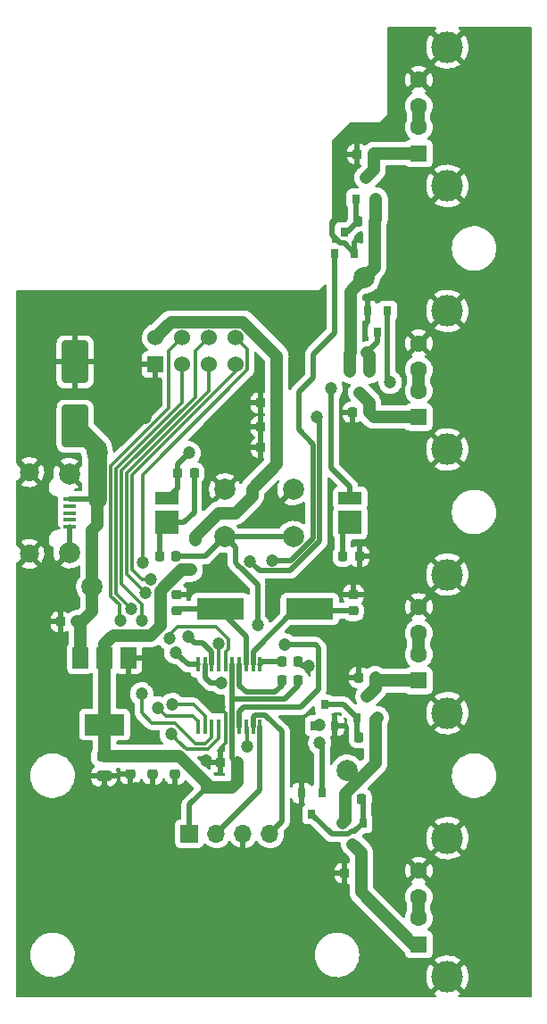
<source format=gbr>
G04 #@! TF.GenerationSoftware,KiCad,Pcbnew,(5.99.0-4013-gfd874d834)*
G04 #@! TF.CreationDate,2020-10-14T13:04:52+02:00*
G04 #@! TF.ProjectId,remote,72656d6f-7465-42e6-9b69-6361645f7063,rev?*
G04 #@! TF.SameCoordinates,Original*
G04 #@! TF.FileFunction,Copper,L1,Top*
G04 #@! TF.FilePolarity,Positive*
%FSLAX46Y46*%
G04 Gerber Fmt 4.6, Leading zero omitted, Abs format (unit mm)*
G04 Created by KiCad (PCBNEW (5.99.0-4013-gfd874d834)) date 2020-10-14 13:04:52*
%MOMM*%
%LPD*%
G01*
G04 APERTURE LIST*
G04 Aperture macros list*
%AMRoundRect*
0 Rectangle with rounded corners*
0 $1 Rounding radius*
0 $2 $3 $4 $5 $6 $7 $8 $9 X,Y pos of 4 corners*
0 Add a 4 corners polygon primitive as box body*
4,1,4,$2,$3,$4,$5,$6,$7,$8,$9,$2,$3,0*
0 Add four circle primitives for the rounded corners*
1,1,$1+$1,$2,$3,0*
1,1,$1+$1,$4,$5,0*
1,1,$1+$1,$6,$7,0*
1,1,$1+$1,$8,$9,0*
0 Add four rect primitives between the rounded corners*
20,1,$1+$1,$2,$3,$4,$5,0*
20,1,$1+$1,$4,$5,$6,$7,0*
20,1,$1+$1,$6,$7,$8,$9,0*
20,1,$1+$1,$8,$9,$2,$3,0*%
G04 Aperture macros list end*
G04 #@! TA.AperFunction,SMDPad,CuDef*
%ADD10R,0.800000X0.900000*%
G04 #@! TD*
G04 #@! TA.AperFunction,SMDPad,CuDef*
%ADD11R,4.500000X2.000000*%
G04 #@! TD*
G04 #@! TA.AperFunction,SMDPad,CuDef*
%ADD12R,0.450000X1.450000*%
G04 #@! TD*
G04 #@! TA.AperFunction,ComponentPad*
%ADD13C,1.524000*%
G04 #@! TD*
G04 #@! TA.AperFunction,ComponentPad*
%ADD14R,1.524000X1.524000*%
G04 #@! TD*
G04 #@! TA.AperFunction,SMDPad,CuDef*
%ADD15R,1.500000X2.000000*%
G04 #@! TD*
G04 #@! TA.AperFunction,SMDPad,CuDef*
%ADD16R,3.800000X2.000000*%
G04 #@! TD*
G04 #@! TA.AperFunction,ComponentPad*
%ADD17C,2.000000*%
G04 #@! TD*
G04 #@! TA.AperFunction,SMDPad,CuDef*
%ADD18RoundRect,0.218750X0.218750X0.256250X-0.218750X0.256250X-0.218750X-0.256250X0.218750X-0.256250X0*%
G04 #@! TD*
G04 #@! TA.AperFunction,SMDPad,CuDef*
%ADD19RoundRect,0.218750X-0.218750X-0.256250X0.218750X-0.256250X0.218750X0.256250X-0.218750X0.256250X0*%
G04 #@! TD*
G04 #@! TA.AperFunction,ComponentPad*
%ADD20C,1.600000*%
G04 #@! TD*
G04 #@! TA.AperFunction,ComponentPad*
%ADD21R,1.600000X1.600000*%
G04 #@! TD*
G04 #@! TA.AperFunction,ComponentPad*
%ADD22C,3.000000*%
G04 #@! TD*
G04 #@! TA.AperFunction,ComponentPad*
%ADD23O,1.700000X1.700000*%
G04 #@! TD*
G04 #@! TA.AperFunction,ComponentPad*
%ADD24R,1.700000X1.700000*%
G04 #@! TD*
G04 #@! TA.AperFunction,ComponentPad*
%ADD25C,1.800000*%
G04 #@! TD*
G04 #@! TA.AperFunction,SMDPad,CuDef*
%ADD26R,1.300000X0.450000*%
G04 #@! TD*
G04 #@! TA.AperFunction,SMDPad,CuDef*
%ADD27R,2.200000X1.250000*%
G04 #@! TD*
G04 #@! TA.AperFunction,SMDPad,CuDef*
%ADD28R,2.200000X2.200000*%
G04 #@! TD*
G04 #@! TA.AperFunction,SMDPad,CuDef*
%ADD29RoundRect,0.218750X0.256250X-0.218750X0.256250X0.218750X-0.256250X0.218750X-0.256250X-0.218750X0*%
G04 #@! TD*
G04 #@! TA.AperFunction,SMDPad,CuDef*
%ADD30RoundRect,0.218750X-0.256250X0.218750X-0.256250X-0.218750X0.256250X-0.218750X0.256250X0.218750X0*%
G04 #@! TD*
G04 #@! TA.AperFunction,SMDPad,CuDef*
%ADD31RoundRect,0.243750X-0.456250X0.243750X-0.456250X-0.243750X0.456250X-0.243750X0.456250X0.243750X0*%
G04 #@! TD*
G04 #@! TA.AperFunction,SMDPad,CuDef*
%ADD32RoundRect,0.250000X1.000000X-1.750000X1.000000X1.750000X-1.000000X1.750000X-1.000000X-1.750000X0*%
G04 #@! TD*
G04 #@! TA.AperFunction,ViaPad*
%ADD33C,1.200000*%
G04 #@! TD*
G04 #@! TA.AperFunction,ViaPad*
%ADD34C,2.000000*%
G04 #@! TD*
G04 #@! TA.AperFunction,Conductor*
%ADD35C,0.500000*%
G04 #@! TD*
G04 #@! TA.AperFunction,Conductor*
%ADD36C,1.200000*%
G04 #@! TD*
G04 #@! TA.AperFunction,Conductor*
%ADD37C,1.800000*%
G04 #@! TD*
G04 #@! TA.AperFunction,Conductor*
%ADD38C,0.300000*%
G04 #@! TD*
G04 APERTURE END LIST*
D10*
X182950000Y-92450000D03*
X183900000Y-94450000D03*
X182000000Y-94450000D03*
X179850000Y-147650000D03*
X178900000Y-145650000D03*
X180800000Y-145650000D03*
X186100000Y-101900000D03*
X185150000Y-99900000D03*
X187050000Y-99900000D03*
X181050000Y-137250000D03*
X182000000Y-139250000D03*
X180100000Y-139250000D03*
D11*
X171150000Y-128200000D03*
X179650000Y-128200000D03*
D12*
X174925000Y-139350000D03*
X174275000Y-139350000D03*
X173625000Y-139350000D03*
X172975000Y-139350000D03*
X172325000Y-139350000D03*
X171675000Y-139350000D03*
X171025000Y-139350000D03*
X170375000Y-139350000D03*
X169725000Y-139350000D03*
X169075000Y-139350000D03*
X169075000Y-133450000D03*
X169725000Y-133450000D03*
X170375000Y-133450000D03*
X171025000Y-133450000D03*
X171675000Y-133450000D03*
X172325000Y-133450000D03*
X172975000Y-133450000D03*
X173625000Y-133450000D03*
X174275000Y-133450000D03*
X174925000Y-133450000D03*
D13*
X172620000Y-102460000D03*
X172620000Y-105000000D03*
X170080000Y-102460000D03*
X170080000Y-105000000D03*
X167540000Y-102460000D03*
X167540000Y-105000000D03*
X165000000Y-102460000D03*
D14*
X165000000Y-105000000D03*
D15*
X162500000Y-132850000D03*
X157900000Y-132850000D03*
X160200000Y-132850000D03*
D16*
X160200000Y-139150000D03*
D17*
X178100000Y-116850000D03*
X178100000Y-121350000D03*
X171600000Y-116850000D03*
X171600000Y-121350000D03*
D18*
X184225000Y-91400000D03*
X185800000Y-91400000D03*
X182812500Y-123200000D03*
X184387500Y-123200000D03*
X165412500Y-123200000D03*
X166987500Y-123200000D03*
X167112500Y-115300000D03*
X168687500Y-115300000D03*
X177012500Y-133200000D03*
X178587500Y-133200000D03*
D19*
X184587500Y-146200000D03*
X183012500Y-146200000D03*
D18*
X177012500Y-135000000D03*
X178587500Y-135000000D03*
D19*
X185087500Y-103900000D03*
X183512500Y-103900000D03*
D18*
X184325000Y-140400000D03*
X185900000Y-140400000D03*
D10*
X185000000Y-87300000D03*
X185950000Y-89300000D03*
X184050000Y-89300000D03*
X183750000Y-150500000D03*
X182800000Y-148500000D03*
X184700000Y-148500000D03*
X184400000Y-107700000D03*
X183450000Y-105700000D03*
X185350000Y-105700000D03*
X185100000Y-136500000D03*
X186050000Y-138500000D03*
X184150000Y-138500000D03*
D20*
X190000000Y-78000000D03*
X190000000Y-80500000D03*
X190000000Y-82500000D03*
D21*
X190000000Y-85000000D03*
D22*
X192710000Y-88070000D03*
X192710000Y-74930000D03*
D20*
X190000000Y-153000000D03*
X190000000Y-155500000D03*
X190000000Y-157500000D03*
D21*
X190000000Y-160000000D03*
D22*
X192710000Y-163070000D03*
X192710000Y-149930000D03*
D23*
X175870000Y-149500000D03*
X173330000Y-149500000D03*
X170790000Y-149500000D03*
D24*
X168250000Y-149500000D03*
D20*
X190000000Y-103000000D03*
X190000000Y-105500000D03*
X190000000Y-107500000D03*
D21*
X190000000Y-110000000D03*
D22*
X192710000Y-113070000D03*
X192710000Y-99930000D03*
D25*
X153050000Y-122975000D03*
X153050000Y-115225000D03*
D17*
X156850000Y-122825000D03*
X156850000Y-115375000D03*
D26*
X156900000Y-120400000D03*
X156900000Y-119750000D03*
X156900000Y-119100000D03*
X156900000Y-118450000D03*
X156900000Y-117800000D03*
D20*
X190000000Y-128000000D03*
X190000000Y-130500000D03*
X190000000Y-132500000D03*
D21*
X190000000Y-135000000D03*
D22*
X192710000Y-138070000D03*
X192710000Y-124930000D03*
D27*
X183500000Y-117725000D03*
D28*
X183500000Y-120000000D03*
D27*
X166100000Y-117725000D03*
D28*
X166100000Y-120000000D03*
D18*
X184162500Y-85050000D03*
X185737500Y-85050000D03*
X175012500Y-112900000D03*
X176587500Y-112900000D03*
X174975000Y-110900000D03*
X176550000Y-110900000D03*
X174975000Y-108650000D03*
X176550000Y-108650000D03*
D29*
X167000000Y-126812500D03*
X167000000Y-128387500D03*
X183800000Y-126812500D03*
X183800000Y-128387500D03*
D18*
X182962500Y-153250000D03*
X184537500Y-153250000D03*
X171175000Y-142750000D03*
X172750000Y-142750000D03*
X183712500Y-109550000D03*
X185287500Y-109550000D03*
D30*
X166900000Y-143887500D03*
X166900000Y-142312500D03*
X164750000Y-143887500D03*
X164750000Y-142312500D03*
X162650000Y-143887500D03*
X162650000Y-142312500D03*
D31*
X160150000Y-144037500D03*
X160150000Y-142162500D03*
D18*
X156012500Y-129400000D03*
X157587500Y-129400000D03*
D32*
X157400000Y-104750000D03*
X157400000Y-110850000D03*
D18*
X184312500Y-134700000D03*
X185887500Y-134700000D03*
D33*
X182750000Y-140950000D03*
X180350000Y-109950000D03*
X187300000Y-106700000D03*
X176100000Y-123600000D03*
X174000000Y-123700000D03*
X180600000Y-140900000D03*
X180600000Y-139200000D03*
X171300000Y-135200000D03*
X168800000Y-121700000D03*
X168400000Y-124500000D03*
D34*
X183200000Y-143500000D03*
X184850000Y-96750000D03*
X159500000Y-113400000D03*
D33*
X173700000Y-141200000D03*
X164099049Y-126701216D03*
X166521759Y-140078241D03*
X166950011Y-132300000D03*
X166605670Y-137261219D03*
X165237067Y-137556111D03*
D34*
X159000000Y-126100000D03*
D33*
X161669098Y-129288137D03*
X163700000Y-129300000D03*
X164550041Y-125363202D03*
X162749990Y-128200000D03*
X163700019Y-136245241D03*
X173700000Y-114800000D03*
X171600000Y-109800000D03*
X170300000Y-110900000D03*
X154200000Y-104900000D03*
X160200000Y-104900000D03*
X157400000Y-101100000D03*
X184100000Y-83100000D03*
X184200000Y-111100000D03*
X185400000Y-126800000D03*
X185900000Y-123000000D03*
X184300000Y-133000000D03*
X177300000Y-131600000D03*
X174700000Y-129700000D03*
X179525000Y-133600000D03*
X169200000Y-126100000D03*
X170900000Y-124500000D03*
X166900000Y-134500000D03*
X171100000Y-137500000D03*
X169800000Y-142600000D03*
X163100000Y-145200000D03*
X160200000Y-145400000D03*
X155900000Y-127900000D03*
X168200000Y-113400000D03*
X164063997Y-110063997D03*
X168100000Y-130800000D03*
X171000000Y-131500000D03*
X166318018Y-130961882D03*
X163800000Y-123800000D03*
X181700000Y-107300000D03*
D35*
X182950000Y-93500000D02*
X182500000Y-93500000D01*
X183900000Y-94450000D02*
X182950000Y-93500000D01*
X181750000Y-91500000D02*
X182250000Y-91000000D01*
X182500000Y-93500000D02*
X181750000Y-92750000D01*
X181750000Y-92750000D02*
X181750000Y-91500000D01*
X180600000Y-121768899D02*
X180600000Y-110200000D01*
X180600000Y-110200000D02*
X180350000Y-109950000D01*
X179974989Y-114175011D02*
X179974989Y-112574989D01*
X179974989Y-104425011D02*
X179974989Y-106274989D01*
X179974989Y-114175011D02*
X179974989Y-121510012D01*
X179974989Y-112574989D02*
X178600000Y-111200000D01*
X178600000Y-111200000D02*
X178600000Y-107649978D01*
X178600000Y-107649978D02*
X179974989Y-106274989D01*
X187050000Y-99900000D02*
X187050000Y-106450000D01*
X187050000Y-106450000D02*
X187300000Y-106700000D01*
X186100000Y-101900000D02*
X186100000Y-102887500D01*
X186100000Y-102887500D02*
X185087500Y-103900000D01*
X184150000Y-138500000D02*
X182900000Y-137250000D01*
X182900000Y-137250000D02*
X181050000Y-137250000D01*
X180600000Y-140900000D02*
X180800000Y-141100000D01*
X180800000Y-141100000D02*
X180800000Y-145650000D01*
X181750000Y-149550000D02*
X183321128Y-149550000D01*
X184000000Y-149200000D02*
X184700000Y-148500000D01*
X179850000Y-147650000D02*
X181750000Y-149550000D01*
X184000000Y-149250000D02*
X184000000Y-149200000D01*
X183321128Y-149550000D02*
X183621128Y-149250000D01*
X183621128Y-149250000D02*
X184000000Y-149250000D01*
X182000000Y-94450000D02*
X182000000Y-102000000D01*
X182000000Y-102000000D02*
X179974989Y-104025011D01*
X179974989Y-104025011D02*
X179974989Y-104425011D01*
X182950000Y-92450000D02*
X183175000Y-92450000D01*
X183175000Y-92450000D02*
X184225000Y-91400000D01*
D36*
X185787500Y-85000000D02*
X185737500Y-85050000D01*
X190000000Y-85000000D02*
X185787500Y-85000000D01*
X185737500Y-86562500D02*
X185000000Y-87300000D01*
X185737500Y-85050000D02*
X185737500Y-86562500D01*
X184537500Y-155037500D02*
X184537500Y-153250000D01*
X190000000Y-160000000D02*
X189500000Y-160000000D01*
X189500000Y-160000000D02*
X184537500Y-155037500D01*
X190000000Y-157500000D02*
X190000000Y-155500000D01*
X190000000Y-130500000D02*
X190000000Y-132500000D01*
X190000000Y-107500000D02*
X190000000Y-105500000D01*
X186187500Y-135000000D02*
X185887500Y-134700000D01*
X190000000Y-135000000D02*
X186187500Y-135000000D01*
X185887500Y-135712500D02*
X185887500Y-134700000D01*
X185100000Y-136500000D02*
X185887500Y-135712500D01*
D35*
X172975000Y-134425000D02*
X172975000Y-133450000D01*
X173000000Y-134450000D02*
X172975000Y-134425000D01*
X176387500Y-136100000D02*
X173600000Y-136100000D01*
X177012500Y-135000000D02*
X177012500Y-135475000D01*
X173600000Y-136100000D02*
X173000000Y-135500000D01*
X177012500Y-135475000D02*
X176387500Y-136100000D01*
X173000000Y-135500000D02*
X173000000Y-134450000D01*
X175175000Y-133200000D02*
X174925000Y-133450000D01*
X177012500Y-133200000D02*
X175175000Y-133200000D01*
X174275000Y-139350000D02*
X174275000Y-138425000D01*
X177000000Y-148370000D02*
X175870000Y-149500000D01*
X174925000Y-145365000D02*
X170790000Y-149500000D01*
X174925000Y-139350000D02*
X174925000Y-145365000D01*
D36*
X184537500Y-151287500D02*
X183750000Y-150500000D01*
X184537500Y-153250000D02*
X184537500Y-151287500D01*
X185737500Y-110000000D02*
X185287500Y-109550000D01*
X190000000Y-110000000D02*
X185737500Y-110000000D01*
X185287500Y-108587500D02*
X185287500Y-109550000D01*
X184400000Y-107700000D02*
X185287500Y-108587500D01*
X185350000Y-104162500D02*
X185087500Y-103900000D01*
X185350000Y-105700000D02*
X185350000Y-104162500D01*
D35*
X182812500Y-120687500D02*
X183500000Y-120000000D01*
X182812500Y-123200000D02*
X182812500Y-120687500D01*
X179837500Y-128387500D02*
X179650000Y-128200000D01*
X183800000Y-128387500D02*
X179837500Y-128387500D01*
X167187500Y-128200000D02*
X167000000Y-128387500D01*
X171150000Y-128200000D02*
X167187500Y-128200000D01*
X178300000Y-128200000D02*
X179650000Y-128200000D01*
X174275000Y-132225000D02*
X178300000Y-128200000D01*
X174275000Y-133450000D02*
X174275000Y-132225000D01*
X184050000Y-91225000D02*
X184225000Y-91400000D01*
X184050000Y-89300000D02*
X184050000Y-91225000D01*
X184700000Y-146312500D02*
X184587500Y-146200000D01*
X184700000Y-148500000D02*
X184700000Y-146312500D01*
X180700000Y-141000000D02*
X180600000Y-140900000D01*
X184150000Y-140225000D02*
X184325000Y-140400000D01*
X184150000Y-138500000D02*
X184150000Y-140225000D01*
X174450001Y-138249999D02*
X174275000Y-138425000D01*
X175449999Y-138249999D02*
X174450001Y-138249999D01*
X177000000Y-139800000D02*
X175449999Y-138249999D01*
X177000000Y-139800000D02*
X177000000Y-148370000D01*
X169725000Y-134675000D02*
X170250000Y-135200000D01*
X170250000Y-135200000D02*
X171300000Y-135200000D01*
X169725000Y-133450000D02*
X169725000Y-134675000D01*
D36*
X172750000Y-144650000D02*
X172750000Y-142750000D01*
X172300000Y-145100000D02*
X172750000Y-144650000D01*
X160200000Y-142112500D02*
X160150000Y-142162500D01*
D35*
X178587500Y-135475000D02*
X177287500Y-136775000D01*
X172325000Y-139350000D02*
X172325000Y-139225000D01*
X172750000Y-142750000D02*
X172325000Y-142325000D01*
X172325000Y-142325000D02*
X172325000Y-139350000D01*
X168250000Y-146750000D02*
X169900000Y-145100000D01*
X172325000Y-139225000D02*
X172325000Y-136775000D01*
X172325000Y-136775000D02*
X172325000Y-133450000D01*
X178587500Y-135000000D02*
X178587500Y-135475000D01*
D36*
X169900000Y-145100000D02*
X172300000Y-145100000D01*
D35*
X168250000Y-149500000D02*
X168250000Y-146750000D01*
X177287500Y-136775000D02*
X172325000Y-136775000D01*
D36*
X160200000Y-139150000D02*
X160200000Y-132850000D01*
X160200000Y-139150000D02*
X160200000Y-142112500D01*
X176550000Y-104189238D02*
X176550000Y-108175000D01*
X173333761Y-100972999D02*
X176550000Y-104189238D01*
X176550000Y-108175000D02*
X176550000Y-108650000D01*
X166487001Y-100972999D02*
X173333761Y-100972999D01*
X165000000Y-102460000D02*
X166487001Y-100972999D01*
D37*
X157400000Y-110850000D02*
X159500000Y-112950000D01*
D36*
X183012500Y-148287500D02*
X182800000Y-148500000D01*
X185950000Y-89300000D02*
X185950000Y-91250000D01*
X184018750Y-144318750D02*
X183200000Y-143500000D01*
X184418750Y-144318750D02*
X185900000Y-142837500D01*
X159000000Y-128425000D02*
X158025000Y-129400000D01*
D37*
X159500000Y-112950000D02*
X159500000Y-113400000D01*
D36*
X159000000Y-120700000D02*
X159000000Y-123500000D01*
X185900000Y-140400000D02*
X185900000Y-138650000D01*
X159000000Y-123500000D02*
X159000000Y-128425000D01*
X183450000Y-105700000D02*
X183450000Y-103962500D01*
X183450000Y-103962500D02*
X183512500Y-103900000D01*
X185900000Y-138650000D02*
X186050000Y-138500000D01*
X184850000Y-96750000D02*
X183512500Y-98087500D01*
D37*
X159500000Y-113400000D02*
X159500000Y-117800000D01*
D36*
X185800000Y-91400000D02*
X185800000Y-95800000D01*
X183012500Y-146200000D02*
X183012500Y-145725000D01*
X183012500Y-145725000D02*
X184418750Y-144318750D01*
X185950000Y-91250000D02*
X185800000Y-91400000D01*
X185800000Y-95800000D02*
X184850000Y-96750000D01*
X159500000Y-117800000D02*
X159500000Y-120200000D01*
X157900000Y-132850000D02*
X157900000Y-129712500D01*
X158025000Y-129400000D02*
X157587500Y-129400000D01*
X157900000Y-129712500D02*
X157587500Y-129400000D01*
D35*
X156900000Y-117800000D02*
X159500000Y-117800000D01*
D36*
X185900000Y-140875000D02*
X185900000Y-140400000D01*
X159500000Y-120200000D02*
X159000000Y-120700000D01*
X183012500Y-146200000D02*
X183012500Y-148287500D01*
X185900000Y-142837500D02*
X185900000Y-140875000D01*
X184418750Y-144318750D02*
X184018750Y-144318750D01*
X183512500Y-98087500D02*
X183512500Y-103900000D01*
D35*
X167112500Y-116712500D02*
X166100000Y-117725000D01*
X167112500Y-115300000D02*
X167112500Y-116712500D01*
X165412500Y-120687500D02*
X166100000Y-120000000D01*
X165412500Y-123200000D02*
X165412500Y-120687500D01*
D38*
X173700000Y-139425000D02*
X173625000Y-139350000D01*
X173700000Y-141200000D02*
X173700000Y-139425000D01*
D36*
X160150000Y-142162500D02*
X167262486Y-142162500D01*
X169900000Y-144800014D02*
X169900000Y-145100000D01*
X167262486Y-142162500D02*
X169900000Y-144800014D01*
D35*
X168687500Y-115775000D02*
X168687500Y-115300000D01*
X168687500Y-119012500D02*
X168687500Y-115775000D01*
X166100000Y-120000000D02*
X167700000Y-120000000D01*
X167700000Y-120000000D02*
X168687500Y-119012500D01*
D36*
X168800000Y-121300000D02*
X168800000Y-121700000D01*
X171000000Y-119100000D02*
X168800000Y-121300000D01*
X176550000Y-114450000D02*
X174200000Y-116800000D01*
X176550000Y-108650000D02*
X176550000Y-114450000D01*
X174200000Y-116800000D02*
X174200000Y-117500000D01*
X174200000Y-117500000D02*
X172600000Y-119100000D01*
X172600000Y-119100000D02*
X171000000Y-119100000D01*
D38*
X166005956Y-138325000D02*
X165837066Y-138156110D01*
X169075000Y-138850000D02*
X168550000Y-138325000D01*
X171025000Y-140432122D02*
X169957111Y-141500011D01*
X168661219Y-137261219D02*
X167454198Y-137261219D01*
X167454198Y-137261219D02*
X166605670Y-137261219D01*
X165837066Y-138156110D02*
X165237067Y-137556111D01*
X169725000Y-138325000D02*
X168661219Y-137261219D01*
X168550000Y-138325000D02*
X166005956Y-138325000D01*
X169725000Y-139350000D02*
X169725000Y-138325000D01*
X171025000Y-139350000D02*
X171025000Y-140432122D01*
D35*
X169075000Y-133450000D02*
X168100011Y-133450000D01*
D38*
X169075000Y-139350000D02*
X169075000Y-138850000D01*
D35*
X167550010Y-132899999D02*
X166950011Y-132300000D01*
D38*
X167121758Y-140678240D02*
X166521759Y-140078241D01*
X169957111Y-141500011D02*
X167943529Y-141500011D01*
D35*
X168100011Y-133450000D02*
X167550010Y-132899999D01*
D38*
X167943529Y-141500011D02*
X167121758Y-140678240D01*
D36*
X159000000Y-123500000D02*
X159000000Y-126100000D01*
X167470872Y-124500000D02*
X167551472Y-124500000D01*
X160985233Y-130700002D02*
X164599998Y-130700002D01*
X164599998Y-130700002D02*
X165499050Y-129800950D01*
X165499050Y-126471822D02*
X167470872Y-124500000D01*
X160200000Y-131485235D02*
X160985233Y-130700002D01*
X160200000Y-132850000D02*
X160200000Y-131485235D01*
X165499050Y-129800950D02*
X165499050Y-126471822D01*
X167551472Y-124500000D02*
X168400000Y-124500000D01*
D38*
X166849520Y-139000000D02*
X164700000Y-139000000D01*
X163700019Y-137093769D02*
X163700019Y-136245241D01*
X169750000Y-141000000D02*
X168849520Y-141000000D01*
X168849520Y-141000000D02*
X166849520Y-139000000D01*
X170375000Y-139350000D02*
X170375000Y-140375000D01*
X163700019Y-138000019D02*
X163700019Y-137093769D01*
X164700000Y-139000000D02*
X163700019Y-138000019D01*
X170375000Y-140375000D02*
X169750000Y-141000000D01*
D35*
X172975000Y-137925000D02*
X173400000Y-137500000D01*
X177100000Y-137500000D02*
X177446397Y-137500000D01*
X172600000Y-123764213D02*
X172599999Y-122349999D01*
X169750000Y-123200000D02*
X171600000Y-121350000D01*
X173217894Y-124382106D02*
X172917894Y-124082106D01*
X176500000Y-137500000D02*
X177100000Y-137500000D01*
X180200000Y-131600000D02*
X177300000Y-131600000D01*
X171600000Y-121350000D02*
X178100000Y-121350000D01*
X178800000Y-137500000D02*
X180500000Y-135800000D01*
X172975000Y-139350000D02*
X172975000Y-137925000D01*
X176500000Y-137500000D02*
X178800000Y-137500000D01*
D38*
X177100000Y-137500000D02*
X175700000Y-137500000D01*
D35*
X166987500Y-123200000D02*
X169750000Y-123200000D01*
X178299694Y-131600000D02*
X177300000Y-131600000D01*
X180500000Y-135800000D02*
X180500000Y-131900000D01*
X180500000Y-131900000D02*
X180200000Y-131600000D01*
X172599999Y-122349999D02*
X171600000Y-121350000D01*
X172917894Y-124082106D02*
X172600000Y-123764213D01*
X174700000Y-129700000D02*
X174700000Y-125864212D01*
X174700000Y-125864212D02*
X173217894Y-124382106D01*
X173400000Y-137500000D02*
X176500000Y-137500000D01*
X178587500Y-133200000D02*
X178600000Y-133200000D01*
X178600000Y-133200000D02*
X179000000Y-133600000D01*
X179000000Y-133600000D02*
X179525000Y-133600000D01*
D38*
X171675000Y-139350000D02*
X171675000Y-139575000D01*
X171699999Y-138099999D02*
X171100000Y-137500000D01*
X171699999Y-139550001D02*
X171699999Y-138099999D01*
X171675000Y-139575000D02*
X171699999Y-139550001D01*
X171675000Y-139350000D02*
X171675000Y-140925000D01*
X171175000Y-141425000D02*
X171175000Y-142750000D01*
X171675000Y-140925000D02*
X171175000Y-141425000D01*
D35*
X156900000Y-122775000D02*
X156850000Y-122825000D01*
X156900000Y-120400000D02*
X156900000Y-122775000D01*
X167112500Y-114487500D02*
X168200000Y-113400000D01*
X167112500Y-115300000D02*
X167112500Y-114487500D01*
X173625000Y-133450000D02*
X173625000Y-130825000D01*
X171150000Y-128350000D02*
X171150000Y-128200000D01*
X173625000Y-130825000D02*
X171150000Y-128350000D01*
D38*
X171025000Y-133450000D02*
X171025000Y-131525000D01*
X171025000Y-131525000D02*
X171000000Y-131500000D01*
D35*
X169499999Y-131399999D02*
X168699999Y-131399999D01*
X170375000Y-133450000D02*
X170375000Y-132275000D01*
X168699999Y-131399999D02*
X168100000Y-130800000D01*
X170375000Y-132275000D02*
X169499999Y-131399999D01*
D38*
X170756001Y-129849999D02*
X167150001Y-129849999D01*
X171950001Y-131043999D02*
X170756001Y-129849999D01*
X171950001Y-131956001D02*
X171950001Y-131043999D01*
X171675000Y-133450000D02*
X171675000Y-132231002D01*
X171675000Y-132231002D02*
X171950001Y-131956001D01*
X167150001Y-129849999D02*
X166318018Y-130681982D01*
X166318018Y-130681982D02*
X166318018Y-130961882D01*
X168800000Y-103740000D02*
X168800000Y-108085756D01*
X161299968Y-126749978D02*
X162149991Y-127600001D01*
X162149991Y-127600001D02*
X162749990Y-128200000D01*
X163700000Y-128451472D02*
X163700000Y-129300000D01*
X170080000Y-102460000D02*
X168800000Y-103740000D01*
X167540000Y-105000000D02*
X167540000Y-108638634D01*
X168800000Y-108085756D02*
X161799978Y-115085778D01*
X161299968Y-114878668D02*
X161299968Y-126749978D01*
X167540000Y-108638634D02*
X161299968Y-114878668D01*
X163700000Y-127743988D02*
X163700000Y-128451472D01*
X161799978Y-125843966D02*
X163700000Y-127743988D01*
X161799978Y-115085778D02*
X161799978Y-125843966D01*
X161600000Y-129219039D02*
X161669098Y-129288137D01*
X161600000Y-127800000D02*
X161600000Y-129219039D01*
X166300000Y-103700000D02*
X166300000Y-109171513D01*
X160799958Y-126999958D02*
X161600000Y-127800000D01*
X167540000Y-102460000D02*
X166300000Y-103700000D01*
X166300000Y-109171513D02*
X160799958Y-114671558D01*
X160799958Y-114671558D02*
X160799958Y-126999958D01*
X162800000Y-124461689D02*
X162800000Y-115500000D01*
X172620000Y-105680000D02*
X172620000Y-105000000D01*
X162800000Y-115500000D02*
X172620000Y-105680000D01*
X163701513Y-125363202D02*
X162800000Y-124461689D01*
X164550041Y-125363202D02*
X163701513Y-125363202D01*
X163499050Y-126101217D02*
X164099049Y-126701216D01*
X162299989Y-124902156D02*
X163499050Y-126101217D01*
X162299989Y-115292889D02*
X162299989Y-124902156D01*
X170080000Y-105000000D02*
X170080000Y-107512878D01*
X170080000Y-107512878D02*
X162299989Y-115292889D01*
X172620000Y-102460000D02*
X173732001Y-103572001D01*
X173732001Y-105533761D02*
X163800000Y-115465762D01*
X163800000Y-122951472D02*
X163800000Y-123800000D01*
X163800000Y-115465762D02*
X163800000Y-122951472D01*
X173732001Y-103572001D02*
X173732001Y-105533761D01*
D36*
X190000000Y-80500000D02*
X190000000Y-82500000D01*
D35*
X176948528Y-123600000D02*
X176100000Y-123600000D01*
X179974989Y-121510012D02*
X177885001Y-123600000D01*
X177885001Y-123600000D02*
X176948528Y-123600000D01*
X174875001Y-124575001D02*
X174000000Y-123700000D01*
X180600000Y-121768899D02*
X177793898Y-124575001D01*
X177793898Y-124575001D02*
X174875001Y-124575001D01*
X181700000Y-114800000D02*
X181700000Y-107300000D01*
X183500000Y-117725000D02*
X183500000Y-116600000D01*
X183500000Y-116600000D02*
X181700000Y-114800000D01*
G04 #@! TA.AperFunction,Conductor*
G36*
X191624413Y-73028002D02*
G01*
X191670906Y-73081658D01*
X191681010Y-73151932D01*
X191626750Y-73238459D01*
X191493018Y-73328662D01*
X191484711Y-73338690D01*
X191491931Y-73352721D01*
X192697188Y-74557978D01*
X192711132Y-74565592D01*
X192712965Y-74565461D01*
X192719580Y-74561210D01*
X193926133Y-73354657D01*
X193933101Y-73341897D01*
X193925190Y-73331099D01*
X193839120Y-73263855D01*
X193831848Y-73258950D01*
X193804430Y-73243120D01*
X193755436Y-73191737D01*
X193741999Y-73122024D01*
X193768386Y-73056113D01*
X193826217Y-73014930D01*
X193867429Y-73008000D01*
X200616000Y-73008000D01*
X200684121Y-73028002D01*
X200730614Y-73081658D01*
X200742000Y-73134000D01*
X200742001Y-164866000D01*
X200721999Y-164934121D01*
X200668343Y-164980614D01*
X200616001Y-164992000D01*
X193867429Y-164992000D01*
X193799308Y-164971998D01*
X193752815Y-164918342D01*
X193742711Y-164848068D01*
X193772205Y-164783488D01*
X193804430Y-164756880D01*
X193831848Y-164741050D01*
X193839120Y-164736145D01*
X193924671Y-164669307D01*
X193933139Y-164657495D01*
X193926602Y-164645812D01*
X192722812Y-163442022D01*
X192708868Y-163434408D01*
X192707035Y-163434539D01*
X192700420Y-163438790D01*
X191490813Y-164648397D01*
X191484570Y-164659830D01*
X191494334Y-164672226D01*
X191626750Y-164761541D01*
X191672040Y-164816216D01*
X191680580Y-164886697D01*
X191649660Y-164950607D01*
X191556292Y-164992000D01*
X151884000Y-164992000D01*
X151815879Y-164971998D01*
X151769386Y-164918342D01*
X151758000Y-164866000D01*
X151758000Y-160977873D01*
X153137116Y-160977873D01*
X153153662Y-161264829D01*
X153154487Y-161269034D01*
X153154488Y-161269042D01*
X153165716Y-161326269D01*
X153208999Y-161546885D01*
X153210386Y-161550936D01*
X153210387Y-161550940D01*
X153300714Y-161814765D01*
X153300718Y-161814774D01*
X153302103Y-161818820D01*
X153431252Y-162075605D01*
X153433678Y-162079134D01*
X153433681Y-162079140D01*
X153549291Y-162247352D01*
X153594056Y-162312485D01*
X153787501Y-162525079D01*
X153873666Y-162597124D01*
X154004718Y-162706701D01*
X154004723Y-162706705D01*
X154008010Y-162709453D01*
X154064632Y-162744972D01*
X154247860Y-162859911D01*
X154247864Y-162859913D01*
X154251500Y-162862194D01*
X154318928Y-162892639D01*
X154509555Y-162978711D01*
X154509559Y-162978713D01*
X154513467Y-162980477D01*
X154517587Y-162981697D01*
X154517586Y-162981697D01*
X154784950Y-163060894D01*
X154784954Y-163060895D01*
X154789063Y-163062112D01*
X154793297Y-163062760D01*
X154793302Y-163062761D01*
X155068947Y-163104940D01*
X155068949Y-163104940D01*
X155073189Y-163105589D01*
X155219499Y-163107888D01*
X155356295Y-163110037D01*
X155356301Y-163110037D01*
X155360586Y-163110104D01*
X155645937Y-163075573D01*
X155923961Y-163002635D01*
X155927921Y-163000995D01*
X155927926Y-163000993D01*
X156056737Y-162947637D01*
X156189514Y-162892639D01*
X156313598Y-162820130D01*
X156433979Y-162749785D01*
X156433980Y-162749784D01*
X156437682Y-162747621D01*
X156663873Y-162570265D01*
X156707662Y-162525079D01*
X156860918Y-162366930D01*
X156863901Y-162363852D01*
X156866434Y-162360404D01*
X156866438Y-162360399D01*
X157031527Y-162135657D01*
X157034065Y-162132202D01*
X157066875Y-162071774D01*
X157169166Y-161883377D01*
X157169167Y-161883375D01*
X157171216Y-161879601D01*
X157272816Y-161610724D01*
X157336985Y-161330546D01*
X157338680Y-161311563D01*
X157362317Y-161046716D01*
X157362537Y-161044251D01*
X157363000Y-161000000D01*
X157361492Y-160977873D01*
X180137116Y-160977873D01*
X180153662Y-161264829D01*
X180154487Y-161269034D01*
X180154488Y-161269042D01*
X180165716Y-161326269D01*
X180208999Y-161546885D01*
X180210386Y-161550936D01*
X180210387Y-161550940D01*
X180300714Y-161814765D01*
X180300718Y-161814774D01*
X180302103Y-161818820D01*
X180431252Y-162075605D01*
X180433678Y-162079134D01*
X180433681Y-162079140D01*
X180549291Y-162247352D01*
X180594056Y-162312485D01*
X180787501Y-162525079D01*
X180873666Y-162597124D01*
X181004718Y-162706701D01*
X181004723Y-162706705D01*
X181008010Y-162709453D01*
X181064632Y-162744972D01*
X181247860Y-162859911D01*
X181247864Y-162859913D01*
X181251500Y-162862194D01*
X181318928Y-162892639D01*
X181509555Y-162978711D01*
X181509559Y-162978713D01*
X181513467Y-162980477D01*
X181517587Y-162981697D01*
X181517586Y-162981697D01*
X181784950Y-163060894D01*
X181784954Y-163060895D01*
X181789063Y-163062112D01*
X181793297Y-163062760D01*
X181793302Y-163062761D01*
X182068947Y-163104940D01*
X182068949Y-163104940D01*
X182073189Y-163105589D01*
X182219499Y-163107888D01*
X182356295Y-163110037D01*
X182356301Y-163110037D01*
X182360586Y-163110104D01*
X182645937Y-163075573D01*
X182923961Y-163002635D01*
X182927921Y-163000995D01*
X182927926Y-163000993D01*
X183056737Y-162947637D01*
X183089715Y-162933977D01*
X190701904Y-162933977D01*
X190701904Y-163206023D01*
X190702516Y-163214772D01*
X190740377Y-163484173D01*
X190742201Y-163492753D01*
X190817187Y-163754260D01*
X190820186Y-163762501D01*
X190930841Y-164011036D01*
X190934953Y-164018770D01*
X191079118Y-164249482D01*
X191084277Y-164256582D01*
X191109101Y-164286166D01*
X191121795Y-164294612D01*
X191132297Y-164288493D01*
X192337978Y-163082812D01*
X192344355Y-163071132D01*
X193074408Y-163071132D01*
X193074539Y-163072965D01*
X193078790Y-163079580D01*
X194285984Y-164286774D01*
X194298095Y-164293387D01*
X194309714Y-164284559D01*
X194414532Y-164140291D01*
X194419191Y-164132835D01*
X194546900Y-163892648D01*
X194550471Y-163884628D01*
X194643515Y-163628994D01*
X194645934Y-163620557D01*
X194702497Y-163354451D01*
X194703717Y-163345770D01*
X194722693Y-163074390D01*
X194722693Y-163065610D01*
X194703717Y-162794230D01*
X194702497Y-162785549D01*
X194645934Y-162519443D01*
X194643515Y-162511006D01*
X194550471Y-162255372D01*
X194546900Y-162247352D01*
X194419191Y-162007165D01*
X194414532Y-161999709D01*
X194309445Y-161855070D01*
X194298520Y-161846646D01*
X194285661Y-161853549D01*
X193082022Y-163057188D01*
X193074408Y-163071132D01*
X192344355Y-163071132D01*
X192345592Y-163068868D01*
X192345461Y-163067035D01*
X192341210Y-163060420D01*
X191133558Y-161852768D01*
X191120173Y-161845459D01*
X191110247Y-161852468D01*
X191084277Y-161883418D01*
X191079118Y-161890518D01*
X190934953Y-162121230D01*
X190930841Y-162128964D01*
X190820186Y-162377499D01*
X190817187Y-162385740D01*
X190742201Y-162647247D01*
X190740377Y-162655827D01*
X190702516Y-162925228D01*
X190701904Y-162933977D01*
X183089715Y-162933977D01*
X183189514Y-162892639D01*
X183313598Y-162820130D01*
X183433979Y-162749785D01*
X183433980Y-162749784D01*
X183437682Y-162747621D01*
X183663873Y-162570265D01*
X183707662Y-162525079D01*
X183860918Y-162366930D01*
X183863901Y-162363852D01*
X183866434Y-162360404D01*
X183866438Y-162360399D01*
X184031527Y-162135657D01*
X184034065Y-162132202D01*
X184066875Y-162071774D01*
X184169166Y-161883377D01*
X184169167Y-161883375D01*
X184171216Y-161879601D01*
X184272816Y-161610724D01*
X184303055Y-161478690D01*
X191484711Y-161478690D01*
X191491931Y-161492721D01*
X192697188Y-162697978D01*
X192711132Y-162705592D01*
X192712965Y-162705461D01*
X192719580Y-162701210D01*
X193926133Y-161494657D01*
X193933101Y-161481897D01*
X193925190Y-161471099D01*
X193839120Y-161403855D01*
X193831844Y-161398947D01*
X193596253Y-161262929D01*
X193588361Y-161259080D01*
X193336134Y-161157172D01*
X193327776Y-161154457D01*
X193063825Y-161088647D01*
X193055180Y-161087122D01*
X192784622Y-161058685D01*
X192775859Y-161058379D01*
X192503981Y-161067873D01*
X192495255Y-161068790D01*
X192227334Y-161116033D01*
X192218833Y-161118152D01*
X191960106Y-161202218D01*
X191951959Y-161205509D01*
X191707451Y-161324764D01*
X191699855Y-161329150D01*
X191493018Y-161468662D01*
X191484711Y-161478690D01*
X184303055Y-161478690D01*
X184336985Y-161330546D01*
X184338680Y-161311563D01*
X184362317Y-161046716D01*
X184362537Y-161044251D01*
X184363000Y-161000000D01*
X184361492Y-160977873D01*
X184343742Y-160717510D01*
X184343741Y-160717504D01*
X184343450Y-160713233D01*
X184285163Y-160431772D01*
X184189216Y-160160827D01*
X184057385Y-159905409D01*
X183892109Y-159670246D01*
X183696448Y-159459689D01*
X183474021Y-159277635D01*
X183358359Y-159206757D01*
X183232595Y-159129688D01*
X183232587Y-159129684D01*
X183228945Y-159127452D01*
X183225028Y-159125733D01*
X183225025Y-159125731D01*
X183109089Y-159074839D01*
X182965753Y-159011919D01*
X182961625Y-159010743D01*
X182961622Y-159010742D01*
X182693445Y-158934350D01*
X182693446Y-158934350D01*
X182689317Y-158933174D01*
X182477073Y-158902968D01*
X182409004Y-158893280D01*
X182409002Y-158893280D01*
X182404752Y-158892675D01*
X182253235Y-158891882D01*
X182121610Y-158891192D01*
X182121604Y-158891192D01*
X182117324Y-158891170D01*
X182113080Y-158891729D01*
X182113076Y-158891729D01*
X181988051Y-158908189D01*
X181832350Y-158928687D01*
X181828210Y-158929820D01*
X181828208Y-158929820D01*
X181654264Y-158977406D01*
X181555105Y-159004533D01*
X181290718Y-159117303D01*
X181163578Y-159193395D01*
X181047764Y-159262708D01*
X181047760Y-159262711D01*
X181044082Y-159264912D01*
X180819761Y-159444627D01*
X180621906Y-159653123D01*
X180454177Y-159886542D01*
X180319678Y-160140565D01*
X180220899Y-160410492D01*
X180219986Y-160414678D01*
X180219986Y-160414679D01*
X180160581Y-160687137D01*
X180160580Y-160687145D01*
X180159668Y-160691327D01*
X180137116Y-160977873D01*
X157361492Y-160977873D01*
X157343742Y-160717510D01*
X157343741Y-160717504D01*
X157343450Y-160713233D01*
X157285163Y-160431772D01*
X157189216Y-160160827D01*
X157057385Y-159905409D01*
X156892109Y-159670246D01*
X156696448Y-159459689D01*
X156474021Y-159277635D01*
X156358359Y-159206757D01*
X156232595Y-159129688D01*
X156232587Y-159129684D01*
X156228945Y-159127452D01*
X156225028Y-159125733D01*
X156225025Y-159125731D01*
X156109089Y-159074839D01*
X155965753Y-159011919D01*
X155961625Y-159010743D01*
X155961622Y-159010742D01*
X155693445Y-158934350D01*
X155693446Y-158934350D01*
X155689317Y-158933174D01*
X155477073Y-158902968D01*
X155409004Y-158893280D01*
X155409002Y-158893280D01*
X155404752Y-158892675D01*
X155253235Y-158891882D01*
X155121610Y-158891192D01*
X155121604Y-158891192D01*
X155117324Y-158891170D01*
X155113080Y-158891729D01*
X155113076Y-158891729D01*
X154988051Y-158908189D01*
X154832350Y-158928687D01*
X154828210Y-158929820D01*
X154828208Y-158929820D01*
X154654264Y-158977406D01*
X154555105Y-159004533D01*
X154290718Y-159117303D01*
X154163578Y-159193395D01*
X154047764Y-159262708D01*
X154047760Y-159262711D01*
X154044082Y-159264912D01*
X153819761Y-159444627D01*
X153621906Y-159653123D01*
X153454177Y-159886542D01*
X153319678Y-160140565D01*
X153220899Y-160410492D01*
X153219986Y-160414678D01*
X153219986Y-160414679D01*
X153160581Y-160687137D01*
X153160580Y-160687145D01*
X153159668Y-160691327D01*
X153137116Y-160977873D01*
X151758000Y-160977873D01*
X151758000Y-153514307D01*
X182012705Y-153514307D01*
X182022558Y-153626929D01*
X182024957Y-153639461D01*
X182069739Y-153789047D01*
X182075517Y-153802441D01*
X182153124Y-153936861D01*
X182161835Y-153948562D01*
X182268352Y-154061464D01*
X182279526Y-154070839D01*
X182409207Y-154156132D01*
X182422238Y-154162676D01*
X182568098Y-154215765D01*
X182582289Y-154219128D01*
X182690505Y-154231777D01*
X182704954Y-154229307D01*
X182708500Y-154216613D01*
X182708501Y-153522115D01*
X182704026Y-153506876D01*
X182702636Y-153505671D01*
X182694953Y-153504000D01*
X182030115Y-153503999D01*
X182014876Y-153508474D01*
X182013671Y-153509864D01*
X182012705Y-153514307D01*
X151758000Y-153514307D01*
X151758000Y-152982402D01*
X182013326Y-152982402D01*
X182016475Y-152993124D01*
X182017865Y-152994329D01*
X182025548Y-152996000D01*
X182690385Y-152996001D01*
X182705624Y-152991526D01*
X182706829Y-152990136D01*
X182708500Y-152982453D01*
X182708501Y-152283199D01*
X182704206Y-152268570D01*
X182692229Y-152266508D01*
X182623071Y-152272558D01*
X182610539Y-152274957D01*
X182460953Y-152319739D01*
X182447559Y-152325517D01*
X182313139Y-152403124D01*
X182301438Y-152411835D01*
X182188536Y-152518352D01*
X182179161Y-152529526D01*
X182093868Y-152659207D01*
X182087324Y-152672238D01*
X182034235Y-152818098D01*
X182030872Y-152832289D01*
X182013326Y-152982402D01*
X151758000Y-152982402D01*
X151758000Y-143977873D01*
X153137116Y-143977873D01*
X153153662Y-144264829D01*
X153154487Y-144269034D01*
X153154488Y-144269042D01*
X153182928Y-144414002D01*
X153208999Y-144546885D01*
X153210386Y-144550936D01*
X153210387Y-144550940D01*
X153300714Y-144814765D01*
X153300718Y-144814774D01*
X153302103Y-144818820D01*
X153333506Y-144881258D01*
X153428035Y-145069208D01*
X153431252Y-145075605D01*
X153433678Y-145079134D01*
X153433681Y-145079140D01*
X153551435Y-145250471D01*
X153594056Y-145312485D01*
X153596943Y-145315658D01*
X153596944Y-145315659D01*
X153758233Y-145492914D01*
X153787501Y-145525079D01*
X153873666Y-145597124D01*
X154004718Y-145706701D01*
X154004723Y-145706705D01*
X154008010Y-145709453D01*
X154064632Y-145744972D01*
X154247860Y-145859911D01*
X154247864Y-145859913D01*
X154251500Y-145862194D01*
X154318928Y-145892639D01*
X154509555Y-145978711D01*
X154509559Y-145978713D01*
X154513467Y-145980477D01*
X154517587Y-145981697D01*
X154517586Y-145981697D01*
X154784950Y-146060894D01*
X154784954Y-146060895D01*
X154789063Y-146062112D01*
X154793297Y-146062760D01*
X154793302Y-146062761D01*
X155068947Y-146104940D01*
X155068949Y-146104940D01*
X155073189Y-146105589D01*
X155219499Y-146107888D01*
X155356295Y-146110037D01*
X155356301Y-146110037D01*
X155360586Y-146110104D01*
X155645937Y-146075573D01*
X155923961Y-146002635D01*
X155927921Y-146000995D01*
X155927926Y-146000993D01*
X156059507Y-145946490D01*
X156189514Y-145892639D01*
X156387923Y-145776698D01*
X156433979Y-145749785D01*
X156433980Y-145749784D01*
X156437682Y-145747621D01*
X156663873Y-145570265D01*
X156681160Y-145552427D01*
X156832000Y-145396771D01*
X156863901Y-145363852D01*
X156866434Y-145360404D01*
X156866438Y-145360399D01*
X157031527Y-145135657D01*
X157034065Y-145132202D01*
X157040373Y-145120584D01*
X157169166Y-144883377D01*
X157169167Y-144883375D01*
X157171216Y-144879601D01*
X157243994Y-144687000D01*
X157271298Y-144614742D01*
X157271299Y-144614738D01*
X157272816Y-144610724D01*
X157314720Y-144427762D01*
X157336027Y-144334730D01*
X157336028Y-144334726D01*
X157336985Y-144330546D01*
X157337667Y-144322912D01*
X157339018Y-144307771D01*
X158939321Y-144307771D01*
X158947938Y-144406270D01*
X158950337Y-144418802D01*
X158996784Y-144573949D01*
X159002562Y-144587343D01*
X159083071Y-144726790D01*
X159091782Y-144738491D01*
X159202283Y-144855615D01*
X159213456Y-144864990D01*
X159347984Y-144953470D01*
X159361024Y-144960020D01*
X159512337Y-145015093D01*
X159526517Y-145018454D01*
X159690104Y-145037574D01*
X159697420Y-145038000D01*
X159877885Y-145038000D01*
X159893124Y-145033525D01*
X159894329Y-145032135D01*
X159896000Y-145024452D01*
X159896000Y-145019885D01*
X160403999Y-145019885D01*
X160408474Y-145035124D01*
X160409864Y-145036329D01*
X160417547Y-145038000D01*
X160603510Y-145038000D01*
X160608974Y-145037762D01*
X160731270Y-145027062D01*
X160743802Y-145024663D01*
X160898949Y-144978216D01*
X160912343Y-144972438D01*
X161051790Y-144891929D01*
X161063491Y-144883218D01*
X161180615Y-144772717D01*
X161189990Y-144761544D01*
X161278470Y-144627016D01*
X161285020Y-144613976D01*
X161340093Y-144462663D01*
X161343454Y-144448483D01*
X161359699Y-144309495D01*
X161357229Y-144295046D01*
X161344535Y-144291500D01*
X160422115Y-144291499D01*
X160406876Y-144295974D01*
X160405671Y-144297364D01*
X160404000Y-144305047D01*
X160403999Y-145019885D01*
X159896000Y-145019885D01*
X159896001Y-144309615D01*
X159891526Y-144294376D01*
X159890136Y-144293171D01*
X159882453Y-144291500D01*
X158956012Y-144291499D01*
X158941383Y-144295794D01*
X158939321Y-144307771D01*
X157339018Y-144307771D01*
X157352405Y-144157771D01*
X161666508Y-144157771D01*
X161672558Y-144226929D01*
X161674957Y-144239461D01*
X161719739Y-144389047D01*
X161725517Y-144402441D01*
X161803124Y-144536861D01*
X161811835Y-144548562D01*
X161918352Y-144661464D01*
X161929526Y-144670839D01*
X162059207Y-144756132D01*
X162072238Y-144762676D01*
X162218098Y-144815765D01*
X162232289Y-144819128D01*
X162382402Y-144836674D01*
X162393124Y-144833525D01*
X162394329Y-144832135D01*
X162396000Y-144824452D01*
X162396001Y-144159615D01*
X162391526Y-144144376D01*
X162390136Y-144143171D01*
X162382453Y-144141500D01*
X161683199Y-144141499D01*
X161668570Y-144145794D01*
X161666508Y-144157771D01*
X157352405Y-144157771D01*
X157362317Y-144046716D01*
X157362537Y-144044251D01*
X157363000Y-144000000D01*
X157361492Y-143977873D01*
X157343742Y-143717510D01*
X157343741Y-143717504D01*
X157343450Y-143713233D01*
X157285163Y-143431772D01*
X157189216Y-143160827D01*
X157075104Y-142939738D01*
X157059350Y-142909216D01*
X157059350Y-142909215D01*
X157057385Y-142905409D01*
X157052783Y-142898860D01*
X156894576Y-142673756D01*
X156894575Y-142673755D01*
X156892109Y-142670246D01*
X156696448Y-142459689D01*
X156683047Y-142448720D01*
X156477339Y-142280351D01*
X156474021Y-142277635D01*
X156371562Y-142214848D01*
X156232595Y-142129688D01*
X156232587Y-142129684D01*
X156228945Y-142127452D01*
X156225028Y-142125733D01*
X156225025Y-142125731D01*
X156052256Y-142049891D01*
X155965753Y-142011919D01*
X155961625Y-142010743D01*
X155961622Y-142010742D01*
X155693445Y-141934350D01*
X155693446Y-141934350D01*
X155689317Y-141933174D01*
X155477073Y-141902968D01*
X155409004Y-141893280D01*
X155409002Y-141893280D01*
X155404752Y-141892675D01*
X155253235Y-141891882D01*
X155121610Y-141891192D01*
X155121604Y-141891192D01*
X155117324Y-141891170D01*
X155113080Y-141891729D01*
X155113076Y-141891729D01*
X154988051Y-141908189D01*
X154832350Y-141928687D01*
X154828210Y-141929820D01*
X154828208Y-141929820D01*
X154631323Y-141983682D01*
X154555105Y-142004533D01*
X154290718Y-142117303D01*
X154148709Y-142202294D01*
X154047764Y-142262708D01*
X154047760Y-142262711D01*
X154044082Y-142264912D01*
X153819761Y-142444627D01*
X153731478Y-142537658D01*
X153631674Y-142642830D01*
X153621906Y-142653123D01*
X153454177Y-142886542D01*
X153452168Y-142890337D01*
X153452167Y-142890338D01*
X153447655Y-142898860D01*
X153319678Y-143140565D01*
X153220899Y-143410492D01*
X153219986Y-143414678D01*
X153219986Y-143414679D01*
X153160581Y-143687137D01*
X153160580Y-143687145D01*
X153159668Y-143691327D01*
X153137116Y-143977873D01*
X151758000Y-143977873D01*
X151758000Y-129664307D01*
X155062705Y-129664307D01*
X155072558Y-129776929D01*
X155074957Y-129789461D01*
X155119739Y-129939047D01*
X155125517Y-129952441D01*
X155203124Y-130086861D01*
X155211835Y-130098562D01*
X155318352Y-130211464D01*
X155329526Y-130220839D01*
X155459207Y-130306132D01*
X155472238Y-130312676D01*
X155618098Y-130365765D01*
X155632289Y-130369128D01*
X155740505Y-130381777D01*
X155754954Y-130379307D01*
X155758500Y-130366613D01*
X155758501Y-129672115D01*
X155754026Y-129656876D01*
X155752636Y-129655671D01*
X155744953Y-129654000D01*
X155080115Y-129653999D01*
X155064876Y-129658474D01*
X155063671Y-129659864D01*
X155062705Y-129664307D01*
X151758000Y-129664307D01*
X151758000Y-129132402D01*
X155063326Y-129132402D01*
X155066475Y-129143124D01*
X155067865Y-129144329D01*
X155075548Y-129146000D01*
X155740385Y-129146001D01*
X155755624Y-129141526D01*
X155756829Y-129140136D01*
X155758500Y-129132453D01*
X155758501Y-128433199D01*
X155754206Y-128418570D01*
X155742229Y-128416508D01*
X155673071Y-128422558D01*
X155660539Y-128424957D01*
X155510953Y-128469739D01*
X155497559Y-128475517D01*
X155363139Y-128553124D01*
X155351438Y-128561835D01*
X155238536Y-128668352D01*
X155229161Y-128679526D01*
X155143868Y-128809207D01*
X155137324Y-128822238D01*
X155084235Y-128968098D01*
X155080872Y-128982289D01*
X155063326Y-129132402D01*
X151758000Y-129132402D01*
X151758000Y-124132668D01*
X152256469Y-124132668D01*
X152267014Y-124145666D01*
X152393034Y-124225486D01*
X152402480Y-124230403D01*
X152613128Y-124318304D01*
X152623256Y-124321555D01*
X152845701Y-124372706D01*
X152856240Y-124374206D01*
X153084119Y-124387146D01*
X153094762Y-124386849D01*
X153321563Y-124361209D01*
X153331998Y-124359125D01*
X153551256Y-124295631D01*
X153561173Y-124291824D01*
X153766592Y-124192299D01*
X153775739Y-124186868D01*
X153835022Y-124144504D01*
X153843425Y-124133781D01*
X153836445Y-124120655D01*
X153062812Y-123347022D01*
X153048868Y-123339408D01*
X153047035Y-123339539D01*
X153040420Y-123343790D01*
X152262396Y-124121814D01*
X152256469Y-124132668D01*
X151758000Y-124132668D01*
X151758000Y-123897438D01*
X151778002Y-123829317D01*
X151831658Y-123782824D01*
X151888003Y-123771931D01*
X151901384Y-123764406D01*
X152677978Y-122987812D01*
X152684355Y-122976132D01*
X153414408Y-122976132D01*
X153414539Y-122977965D01*
X153418790Y-122984580D01*
X154196053Y-123761843D01*
X154207844Y-123768282D01*
X154219840Y-123759009D01*
X154268152Y-123690141D01*
X154273506Y-123680941D01*
X154371233Y-123474666D01*
X154374957Y-123464706D01*
X154436531Y-123244912D01*
X154438526Y-123234456D01*
X154462432Y-123005076D01*
X154462768Y-122999160D01*
X154462972Y-122977963D01*
X154462750Y-122972052D01*
X154443250Y-122742236D01*
X154441460Y-122731764D01*
X154384116Y-122510827D01*
X154380581Y-122500787D01*
X154286830Y-122292669D01*
X154281661Y-122283383D01*
X154219018Y-122190337D01*
X154209011Y-122182033D01*
X154194950Y-122189260D01*
X153422022Y-122962188D01*
X153414408Y-122976132D01*
X152684355Y-122976132D01*
X152685592Y-122973868D01*
X152685461Y-122972035D01*
X152681210Y-122965420D01*
X151900551Y-122184761D01*
X151880991Y-122174080D01*
X151823615Y-122161599D01*
X151773412Y-122111396D01*
X151758000Y-122051011D01*
X151758000Y-121813809D01*
X152256074Y-121813809D01*
X152263646Y-121829436D01*
X153037188Y-122602978D01*
X153051132Y-122610592D01*
X153052965Y-122610461D01*
X153059580Y-122606210D01*
X153837452Y-121828338D01*
X153844182Y-121816013D01*
X153835654Y-121804656D01*
X153798871Y-121777288D01*
X153789834Y-121771684D01*
X153586361Y-121668233D01*
X153576510Y-121664233D01*
X153358514Y-121596544D01*
X153348133Y-121594261D01*
X153121846Y-121564269D01*
X153111230Y-121563769D01*
X152883130Y-121572332D01*
X152872581Y-121573627D01*
X152649187Y-121620500D01*
X152638990Y-121623560D01*
X152426699Y-121707397D01*
X152417167Y-121712128D01*
X152264105Y-121805008D01*
X152256074Y-121813809D01*
X151758000Y-121813809D01*
X151758000Y-116382668D01*
X152256469Y-116382668D01*
X152267014Y-116395666D01*
X152393034Y-116475486D01*
X152402480Y-116480403D01*
X152613128Y-116568304D01*
X152623256Y-116571555D01*
X152845701Y-116622706D01*
X152856240Y-116624206D01*
X153084119Y-116637146D01*
X153094762Y-116636849D01*
X153321563Y-116611209D01*
X153331998Y-116609125D01*
X153551256Y-116545631D01*
X153561173Y-116541824D01*
X153766592Y-116442299D01*
X153775739Y-116436868D01*
X153835022Y-116394504D01*
X153843425Y-116383781D01*
X153836445Y-116370655D01*
X153062812Y-115597022D01*
X153048868Y-115589408D01*
X153047035Y-115589539D01*
X153040420Y-115593790D01*
X152262396Y-116371814D01*
X152256469Y-116382668D01*
X151758000Y-116382668D01*
X151758000Y-116147438D01*
X151778002Y-116079317D01*
X151831658Y-116032824D01*
X151888003Y-116021931D01*
X151901384Y-116014406D01*
X152677978Y-115237812D01*
X152684355Y-115226132D01*
X153414408Y-115226132D01*
X153414539Y-115227965D01*
X153418790Y-115234580D01*
X154196053Y-116011843D01*
X154207844Y-116018282D01*
X154219840Y-116009009D01*
X154268152Y-115940141D01*
X154273506Y-115930941D01*
X154371233Y-115724666D01*
X154374957Y-115714706D01*
X154436531Y-115494912D01*
X154438526Y-115484456D01*
X154462432Y-115255076D01*
X154462768Y-115249160D01*
X154462972Y-115227963D01*
X154462750Y-115222052D01*
X154443250Y-114992236D01*
X154441460Y-114981764D01*
X154384116Y-114760827D01*
X154380581Y-114750787D01*
X154286830Y-114542669D01*
X154281661Y-114533383D01*
X154219018Y-114440337D01*
X154209011Y-114432033D01*
X154194950Y-114439260D01*
X153422022Y-115212188D01*
X153414408Y-115226132D01*
X152684355Y-115226132D01*
X152685592Y-115223868D01*
X152685461Y-115222035D01*
X152681210Y-115215420D01*
X151900551Y-114434761D01*
X151880991Y-114424080D01*
X151823615Y-114411599D01*
X151773412Y-114361396D01*
X151758000Y-114301011D01*
X151758000Y-114063809D01*
X152256074Y-114063809D01*
X152263646Y-114079436D01*
X153037188Y-114852978D01*
X153051132Y-114860592D01*
X153052965Y-114860461D01*
X153059580Y-114856210D01*
X153771833Y-114143957D01*
X155984891Y-114143957D01*
X155992081Y-114157871D01*
X156837188Y-115002978D01*
X156851132Y-115010592D01*
X156852965Y-115010461D01*
X156859580Y-115006210D01*
X157711493Y-114154297D01*
X157718701Y-114141096D01*
X157712495Y-114132403D01*
X157709120Y-114130057D01*
X157508114Y-114013069D01*
X157499023Y-114008714D01*
X157281907Y-113925371D01*
X157272230Y-113922523D01*
X157044591Y-113874967D01*
X157034564Y-113873700D01*
X156802251Y-113863152D01*
X156792173Y-113863503D01*
X156561150Y-113890233D01*
X156551256Y-113892192D01*
X156327473Y-113955516D01*
X156318029Y-113959028D01*
X156107247Y-114057318D01*
X156098482Y-114062297D01*
X155993215Y-114133836D01*
X155984891Y-114143957D01*
X153771833Y-114143957D01*
X153837452Y-114078338D01*
X153844182Y-114066013D01*
X153835654Y-114054656D01*
X153798871Y-114027288D01*
X153789834Y-114021684D01*
X153586361Y-113918233D01*
X153576510Y-113914233D01*
X153358514Y-113846544D01*
X153348133Y-113844261D01*
X153121846Y-113814269D01*
X153111230Y-113813769D01*
X152883130Y-113822332D01*
X152872581Y-113823627D01*
X152649187Y-113870500D01*
X152638990Y-113873560D01*
X152426699Y-113957397D01*
X152417167Y-113962128D01*
X152264105Y-114055008D01*
X152256074Y-114063809D01*
X151758000Y-114063809D01*
X151758000Y-105017547D01*
X155637000Y-105017547D01*
X155637000Y-106497260D01*
X155637238Y-106502724D01*
X155648033Y-106626106D01*
X155650432Y-106638638D01*
X155697295Y-106795175D01*
X155703073Y-106808569D01*
X155784309Y-106949274D01*
X155793019Y-106960973D01*
X155904514Y-107079151D01*
X155915689Y-107088527D01*
X156051428Y-107177805D01*
X156064469Y-107184354D01*
X156217144Y-107239923D01*
X156231327Y-107243285D01*
X156396356Y-107262574D01*
X156403669Y-107263000D01*
X157127885Y-107263000D01*
X157143124Y-107258525D01*
X157144329Y-107257135D01*
X157146000Y-107249452D01*
X157146000Y-107244885D01*
X157653999Y-107244885D01*
X157658474Y-107260124D01*
X157659864Y-107261329D01*
X157667547Y-107263000D01*
X158397260Y-107263000D01*
X158402724Y-107262762D01*
X158526106Y-107251967D01*
X158538638Y-107249568D01*
X158695175Y-107202705D01*
X158708569Y-107196927D01*
X158849274Y-107115691D01*
X158860973Y-107106981D01*
X158979151Y-106995486D01*
X158988527Y-106984311D01*
X159077805Y-106848572D01*
X159084354Y-106835531D01*
X159139923Y-106682856D01*
X159143285Y-106668673D01*
X159162574Y-106503644D01*
X159163000Y-106496331D01*
X159163000Y-105267547D01*
X163725000Y-105267547D01*
X163725000Y-105755243D01*
X163726437Y-105768605D01*
X163768962Y-105964089D01*
X163777455Y-105984594D01*
X163845426Y-106090360D01*
X163857112Y-106103847D01*
X163953840Y-106187662D01*
X163968848Y-106197307D01*
X164085275Y-106250477D01*
X164102388Y-106255502D01*
X164233554Y-106274361D01*
X164242495Y-106275000D01*
X164727885Y-106275000D01*
X164743124Y-106270525D01*
X164744329Y-106269135D01*
X164746000Y-106261452D01*
X164746001Y-105272115D01*
X164741526Y-105256876D01*
X164740136Y-105255671D01*
X164732453Y-105254000D01*
X163743115Y-105253999D01*
X163727876Y-105258474D01*
X163726671Y-105259864D01*
X163725000Y-105267547D01*
X159163000Y-105267547D01*
X159163000Y-105022115D01*
X159158525Y-105006876D01*
X159157135Y-105005671D01*
X159149452Y-105004000D01*
X157672115Y-105003999D01*
X157656876Y-105008474D01*
X157655671Y-105009864D01*
X157654000Y-105017547D01*
X157653999Y-107244885D01*
X157146000Y-107244885D01*
X157146001Y-105022115D01*
X157141526Y-105006876D01*
X157140136Y-105005671D01*
X157132453Y-105004000D01*
X155655115Y-105003999D01*
X155639876Y-105008474D01*
X155638671Y-105009864D01*
X155637000Y-105017547D01*
X151758000Y-105017547D01*
X151758000Y-103003669D01*
X155637000Y-103003669D01*
X155637000Y-104477885D01*
X155641475Y-104493124D01*
X155642865Y-104494329D01*
X155650548Y-104496000D01*
X157127885Y-104496001D01*
X157143124Y-104491526D01*
X157144329Y-104490136D01*
X157146000Y-104482453D01*
X157146000Y-104477885D01*
X157653999Y-104477885D01*
X157658474Y-104493124D01*
X157659864Y-104494329D01*
X157667547Y-104496000D01*
X159144885Y-104496001D01*
X159160124Y-104491526D01*
X159161329Y-104490136D01*
X159163000Y-104482453D01*
X159163000Y-103002740D01*
X159162762Y-102997276D01*
X159151967Y-102873894D01*
X159149568Y-102861362D01*
X159102705Y-102704825D01*
X159096927Y-102691431D01*
X159015691Y-102550726D01*
X159006981Y-102539027D01*
X158895486Y-102420849D01*
X158884311Y-102411473D01*
X158748572Y-102322195D01*
X158735531Y-102315646D01*
X158582856Y-102260077D01*
X158568673Y-102256715D01*
X158403644Y-102237426D01*
X158396331Y-102237000D01*
X157672115Y-102237000D01*
X157656876Y-102241475D01*
X157655671Y-102242865D01*
X157654000Y-102250548D01*
X157653999Y-104477885D01*
X157146000Y-104477885D01*
X157146001Y-102255115D01*
X157141526Y-102239876D01*
X157140136Y-102238671D01*
X157132453Y-102237000D01*
X156402740Y-102237000D01*
X156397276Y-102237238D01*
X156273894Y-102248033D01*
X156261362Y-102250432D01*
X156104825Y-102297295D01*
X156091431Y-102303073D01*
X155950726Y-102384309D01*
X155939027Y-102393019D01*
X155820849Y-102504514D01*
X155811473Y-102515689D01*
X155722195Y-102651428D01*
X155715646Y-102664469D01*
X155660077Y-102817144D01*
X155656715Y-102831327D01*
X155637426Y-102996356D01*
X155637000Y-103003669D01*
X151758000Y-103003669D01*
X151758000Y-98126000D01*
X151778002Y-98057879D01*
X151831658Y-98011386D01*
X151884000Y-98000000D01*
X180500000Y-98000000D01*
X181026405Y-97473595D01*
X181088717Y-97439569D01*
X181159532Y-97444634D01*
X181216368Y-97487181D01*
X181241500Y-97562690D01*
X181241501Y-101633628D01*
X181204596Y-101722723D01*
X179485315Y-103442005D01*
X179470901Y-103454392D01*
X179460186Y-103462277D01*
X179460181Y-103462281D01*
X179454283Y-103466622D01*
X179449540Y-103472205D01*
X179421367Y-103505367D01*
X179414437Y-103512883D01*
X179408324Y-103518996D01*
X179406047Y-103521874D01*
X179389853Y-103542342D01*
X179387066Y-103545742D01*
X179344526Y-103595815D01*
X179344524Y-103595818D01*
X179339792Y-103601388D01*
X179336466Y-103607902D01*
X179333116Y-103612925D01*
X179329934Y-103618076D01*
X179325395Y-103623814D01*
X179322299Y-103630438D01*
X179322298Y-103630440D01*
X179294498Y-103689923D01*
X179292566Y-103693875D01*
X179259374Y-103758877D01*
X179257635Y-103765984D01*
X179255533Y-103771636D01*
X179253621Y-103777385D01*
X179250523Y-103784013D01*
X179240237Y-103833463D01*
X179235659Y-103855473D01*
X179234692Y-103859745D01*
X179217344Y-103930642D01*
X179216996Y-103936246D01*
X179216996Y-103936248D01*
X179216575Y-103943039D01*
X179216318Y-103946443D01*
X179216003Y-103949973D01*
X179214512Y-103957141D01*
X179214710Y-103964458D01*
X179216443Y-104028505D01*
X179216489Y-104031913D01*
X179216489Y-104344423D01*
X179216490Y-105908617D01*
X179179585Y-105997712D01*
X178110323Y-107066975D01*
X178095912Y-107079360D01*
X178079295Y-107091589D01*
X178074552Y-107097172D01*
X178046383Y-107130329D01*
X178039453Y-107137845D01*
X178033335Y-107143963D01*
X178014830Y-107167354D01*
X178012085Y-107170702D01*
X177964804Y-107226354D01*
X177961476Y-107232873D01*
X177958128Y-107237892D01*
X177954950Y-107243038D01*
X177950406Y-107248781D01*
X177922311Y-107308895D01*
X177919503Y-107314902D01*
X177917591Y-107318814D01*
X177896716Y-107359696D01*
X177847924Y-107411268D01*
X177778994Y-107428274D01*
X177711812Y-107405314D01*
X177667709Y-107349678D01*
X177658500Y-107302394D01*
X177658500Y-104293237D01*
X177659389Y-104282703D01*
X177659064Y-104282679D01*
X177659503Y-104276707D01*
X177660509Y-104270788D01*
X177658530Y-104180089D01*
X177658500Y-104177340D01*
X177658500Y-104136832D01*
X177657753Y-104129004D01*
X177657214Y-104119796D01*
X177656026Y-104065319D01*
X177656026Y-104065317D01*
X177655895Y-104059325D01*
X177648847Y-104026589D01*
X177646593Y-104012035D01*
X177643980Y-103984648D01*
X177643411Y-103978680D01*
X177626377Y-103920618D01*
X177624108Y-103911684D01*
X177612639Y-103858408D01*
X177612637Y-103858402D01*
X177611377Y-103852549D01*
X177598264Y-103821731D01*
X177593301Y-103807868D01*
X177585558Y-103781475D01*
X177585555Y-103781469D01*
X177583869Y-103775720D01*
X177556172Y-103721942D01*
X177552250Y-103713590D01*
X177552021Y-103713050D01*
X177528563Y-103657921D01*
X177509854Y-103630131D01*
X177502360Y-103617460D01*
X177489769Y-103593013D01*
X177489768Y-103593011D01*
X177487022Y-103587680D01*
X177449660Y-103540117D01*
X177444226Y-103532652D01*
X177435033Y-103518996D01*
X177410439Y-103482465D01*
X177407394Y-103479107D01*
X177407391Y-103479103D01*
X177407157Y-103478846D01*
X177406121Y-103477703D01*
X177385872Y-103457454D01*
X177375881Y-103446192D01*
X177360071Y-103426064D01*
X177360067Y-103426060D01*
X177356365Y-103421347D01*
X177309811Y-103380949D01*
X177303298Y-103374880D01*
X174191137Y-100262719D01*
X174184310Y-100254634D01*
X174184065Y-100254846D01*
X174180141Y-100250301D01*
X174176675Y-100245415D01*
X174111096Y-100182637D01*
X174109131Y-100180714D01*
X174080532Y-100152115D01*
X174078222Y-100150207D01*
X174078216Y-100150202D01*
X174076622Y-100148887D01*
X174074481Y-100147118D01*
X174067590Y-100140989D01*
X174028223Y-100103302D01*
X174028213Y-100103294D01*
X174023885Y-100099151D01*
X174018848Y-100095899D01*
X174018842Y-100095894D01*
X173995741Y-100080979D01*
X173983867Y-100072289D01*
X173958032Y-100050954D01*
X173952762Y-100048075D01*
X173952758Y-100048072D01*
X173904951Y-100021953D01*
X173897021Y-100017236D01*
X173866898Y-99997786D01*
X173851230Y-99987669D01*
X173851227Y-99987668D01*
X173846193Y-99984417D01*
X173815126Y-99971896D01*
X173801812Y-99965603D01*
X173800464Y-99964867D01*
X173772415Y-99949542D01*
X173766700Y-99947713D01*
X173766694Y-99947710D01*
X173714795Y-99931096D01*
X173706120Y-99927965D01*
X173650012Y-99905353D01*
X173617136Y-99898933D01*
X173602870Y-99895270D01*
X173576687Y-99886889D01*
X173576683Y-99886888D01*
X173570969Y-99885059D01*
X173539476Y-99881276D01*
X173510922Y-99877846D01*
X173501799Y-99876409D01*
X173446878Y-99865683D01*
X173446870Y-99865682D01*
X173442420Y-99864813D01*
X173437892Y-99864592D01*
X173437887Y-99864591D01*
X173437541Y-99864574D01*
X173437524Y-99864574D01*
X173435999Y-99864499D01*
X173407361Y-99864499D01*
X173392333Y-99863600D01*
X173366913Y-99860546D01*
X173366909Y-99860546D01*
X173360966Y-99859832D01*
X173354990Y-99860255D01*
X173354987Y-99860255D01*
X173299498Y-99864184D01*
X173290599Y-99864499D01*
X166591000Y-99864499D01*
X166580466Y-99863610D01*
X166580442Y-99863935D01*
X166574470Y-99863496D01*
X166568551Y-99862490D01*
X166502326Y-99863935D01*
X166477852Y-99864469D01*
X166475103Y-99864499D01*
X166434595Y-99864499D01*
X166426767Y-99865246D01*
X166417566Y-99865785D01*
X166389243Y-99866402D01*
X166363082Y-99866973D01*
X166363080Y-99866973D01*
X166357088Y-99867104D01*
X166351227Y-99868366D01*
X166351226Y-99868366D01*
X166324354Y-99874152D01*
X166309798Y-99876406D01*
X166276443Y-99879588D01*
X166218381Y-99896622D01*
X166209453Y-99898889D01*
X166192343Y-99902573D01*
X166156176Y-99910359D01*
X166156171Y-99910361D01*
X166150312Y-99911622D01*
X166129636Y-99920420D01*
X166119500Y-99924733D01*
X166105634Y-99929698D01*
X166079233Y-99937443D01*
X166079231Y-99937444D01*
X166073483Y-99939130D01*
X166068159Y-99941872D01*
X166019696Y-99966832D01*
X166011339Y-99970755D01*
X166008658Y-99971896D01*
X165955684Y-99994437D01*
X165927893Y-100013147D01*
X165915226Y-100020638D01*
X165890775Y-100033230D01*
X165890768Y-100033234D01*
X165885443Y-100035977D01*
X165839229Y-100072279D01*
X165837880Y-100073339D01*
X165830416Y-100078772D01*
X165780228Y-100112560D01*
X165776870Y-100115605D01*
X165776866Y-100115608D01*
X165776724Y-100115738D01*
X165775466Y-100116878D01*
X165755217Y-100137127D01*
X165743955Y-100147118D01*
X165723827Y-100162928D01*
X165723823Y-100162932D01*
X165719110Y-100166634D01*
X165715179Y-100171164D01*
X165715178Y-100171165D01*
X165678713Y-100213187D01*
X165672643Y-100219701D01*
X164676985Y-101215359D01*
X164624940Y-101246694D01*
X164518253Y-101279515D01*
X164513273Y-101282085D01*
X164513269Y-101282087D01*
X164321804Y-101380910D01*
X164316821Y-101383482D01*
X164136983Y-101521476D01*
X164133210Y-101525622D01*
X164133205Y-101525627D01*
X164069039Y-101596145D01*
X163984424Y-101689136D01*
X163863967Y-101881162D01*
X163779418Y-102091484D01*
X163778281Y-102096975D01*
X163778280Y-102096978D01*
X163736797Y-102297295D01*
X163733450Y-102313455D01*
X163727516Y-102540058D01*
X163761804Y-102764130D01*
X163835230Y-102978589D01*
X163945472Y-103176656D01*
X163949025Y-103180996D01*
X163949027Y-103181000D01*
X164072296Y-103331605D01*
X164089047Y-103352071D01*
X164261417Y-103499288D01*
X164266268Y-103502123D01*
X164267297Y-103502854D01*
X164311236Y-103558621D01*
X164318050Y-103629289D01*
X164285576Y-103692424D01*
X164221088Y-103728679D01*
X164035911Y-103768962D01*
X164015406Y-103777455D01*
X163909640Y-103845426D01*
X163896153Y-103857112D01*
X163812338Y-103953840D01*
X163802693Y-103968848D01*
X163749523Y-104085275D01*
X163744498Y-104102388D01*
X163725639Y-104233554D01*
X163725000Y-104242495D01*
X163725000Y-104727885D01*
X163729475Y-104743124D01*
X163730865Y-104744329D01*
X163738548Y-104746000D01*
X164745998Y-104746001D01*
X164746004Y-104746000D01*
X165128000Y-104746001D01*
X165196121Y-104766003D01*
X165242614Y-104819659D01*
X165254000Y-104872001D01*
X165253999Y-106256885D01*
X165258474Y-106272124D01*
X165259864Y-106273329D01*
X165267547Y-106275000D01*
X165515500Y-106275000D01*
X165583621Y-106295002D01*
X165630114Y-106348658D01*
X165641500Y-106401000D01*
X165641501Y-108846563D01*
X165604596Y-108935658D01*
X161801619Y-112738638D01*
X161215759Y-113324498D01*
X161153447Y-113358523D01*
X161082632Y-113353459D01*
X161025796Y-113310912D01*
X161001070Y-113245508D01*
X160994437Y-113163061D01*
X160994436Y-113163056D01*
X160994031Y-113158020D01*
X160973490Y-113074390D01*
X160937331Y-112927179D01*
X160936124Y-112922265D01*
X160930311Y-112908569D01*
X160912923Y-112867607D01*
X160903518Y-112830773D01*
X160902657Y-112822065D01*
X160902497Y-112820320D01*
X160893743Y-112717151D01*
X160893742Y-112717147D01*
X160893292Y-112711840D01*
X160891953Y-112706682D01*
X160891199Y-112702270D01*
X160890355Y-112697719D01*
X160889830Y-112692409D01*
X160861022Y-112587465D01*
X160860585Y-112585829D01*
X160834584Y-112485650D01*
X160833245Y-112480490D01*
X160831056Y-112475631D01*
X160829562Y-112471387D01*
X160827969Y-112467058D01*
X160826559Y-112461921D01*
X160790887Y-112385595D01*
X160780495Y-112363359D01*
X160779762Y-112361761D01*
X160737268Y-112267428D01*
X160737266Y-112267424D01*
X160735077Y-112262565D01*
X160732096Y-112258138D01*
X160729883Y-112254162D01*
X160727619Y-112250224D01*
X160725358Y-112245386D01*
X160708624Y-112221263D01*
X160663285Y-112155908D01*
X160662293Y-112154455D01*
X160604577Y-112068727D01*
X160601594Y-112064296D01*
X160597908Y-112060433D01*
X160594563Y-112056272D01*
X160594833Y-112056055D01*
X160594345Y-112055456D01*
X160594079Y-112055668D01*
X160591488Y-112052413D01*
X160589120Y-112049000D01*
X160570931Y-112029012D01*
X160506934Y-111965015D01*
X160504859Y-111962892D01*
X160475318Y-111931925D01*
X160436612Y-111891351D01*
X160430930Y-111887124D01*
X160417050Y-111875131D01*
X159199905Y-110657986D01*
X159163000Y-110568891D01*
X159163000Y-109100000D01*
X159162682Y-109096356D01*
X159151967Y-108973894D01*
X159151967Y-108973893D01*
X159151408Y-108967506D01*
X159100599Y-108797791D01*
X159012020Y-108644368D01*
X158890447Y-108515508D01*
X158742434Y-108418158D01*
X158575960Y-108357567D01*
X158568675Y-108356716D01*
X158568673Y-108356715D01*
X158421123Y-108339469D01*
X158400000Y-108337000D01*
X156400000Y-108337000D01*
X156397283Y-108337238D01*
X156397276Y-108337238D01*
X156273894Y-108348033D01*
X156273893Y-108348033D01*
X156267506Y-108348592D01*
X156172810Y-108376942D01*
X156104825Y-108397295D01*
X156104824Y-108397296D01*
X156097791Y-108399401D01*
X156091431Y-108403073D01*
X155976924Y-108469184D01*
X155944368Y-108487980D01*
X155815508Y-108609553D01*
X155718158Y-108757566D01*
X155657567Y-108924040D01*
X155656716Y-108931325D01*
X155656715Y-108931327D01*
X155647333Y-109011599D01*
X155637000Y-109100000D01*
X155637000Y-112600000D01*
X155637238Y-112602717D01*
X155637238Y-112602724D01*
X155641884Y-112655827D01*
X155648592Y-112732494D01*
X155699401Y-112902209D01*
X155703073Y-112908569D01*
X155744977Y-112981148D01*
X155787980Y-113055632D01*
X155909553Y-113184492D01*
X156057566Y-113281842D01*
X156224040Y-113342433D01*
X156231325Y-113343284D01*
X156231327Y-113343285D01*
X156318372Y-113353459D01*
X156400000Y-113363000D01*
X157864354Y-113363000D01*
X157932475Y-113383002D01*
X157978968Y-113436658D01*
X157990347Y-113490320D01*
X157990187Y-113505576D01*
X157990944Y-113510579D01*
X157990944Y-113510584D01*
X158006929Y-113616280D01*
X158026488Y-113745609D01*
X158028034Y-113750425D01*
X158028035Y-113750428D01*
X158085468Y-113929309D01*
X158091500Y-113967827D01*
X158091500Y-114440520D01*
X158054595Y-114529615D01*
X157222022Y-115362188D01*
X157214408Y-115376132D01*
X157214539Y-115377965D01*
X157218790Y-115384580D01*
X158054596Y-116220386D01*
X158091501Y-116309481D01*
X158091501Y-116915500D01*
X158071499Y-116983621D01*
X158017843Y-117030114D01*
X157965501Y-117041500D01*
X157395258Y-117041500D01*
X157327137Y-117021498D01*
X157280644Y-116967842D01*
X157270540Y-116897568D01*
X157300034Y-116832988D01*
X157352577Y-116796949D01*
X157470263Y-116754579D01*
X157479456Y-116750409D01*
X157682848Y-116637667D01*
X157691264Y-116632076D01*
X157708704Y-116618353D01*
X157717173Y-116606451D01*
X157710676Y-116594886D01*
X155631314Y-114515524D01*
X155618746Y-114508661D01*
X155607697Y-114516845D01*
X155581296Y-114551375D01*
X155575832Y-114559854D01*
X155465936Y-114764809D01*
X155461894Y-114774061D01*
X155386182Y-114993947D01*
X155383673Y-115003719D01*
X155344089Y-115232885D01*
X155343174Y-115242933D01*
X155340739Y-115475479D01*
X155341443Y-115485550D01*
X155374309Y-115702865D01*
X155364719Y-115773210D01*
X155323788Y-115823640D01*
X155189084Y-115921509D01*
X155184671Y-115926411D01*
X155184669Y-115926412D01*
X155065786Y-116058444D01*
X155061367Y-116063352D01*
X155058064Y-116069073D01*
X154970704Y-116220386D01*
X154965933Y-116228649D01*
X154906951Y-116410177D01*
X154906261Y-116416738D01*
X154906261Y-116416740D01*
X154903575Y-116442299D01*
X154887000Y-116600000D01*
X154887690Y-116606565D01*
X154905958Y-116780372D01*
X154906951Y-116789823D01*
X154965933Y-116971351D01*
X154969236Y-116977073D01*
X154969237Y-116977074D01*
X155044109Y-117106757D01*
X155061367Y-117136648D01*
X155065785Y-117141555D01*
X155065786Y-117141556D01*
X155171674Y-117259155D01*
X155189084Y-117278491D01*
X155343500Y-117390681D01*
X155349528Y-117393365D01*
X155349530Y-117393366D01*
X155492092Y-117456839D01*
X155517867Y-117468315D01*
X155637197Y-117493679D01*
X155699670Y-117527406D01*
X155737000Y-117616925D01*
X155737000Y-118025000D01*
X155748938Y-118079877D01*
X155749481Y-118082372D01*
X155751078Y-118127086D01*
X155737000Y-118225000D01*
X155737000Y-118675000D01*
X155745464Y-118713907D01*
X155749481Y-118732372D01*
X155751078Y-118777086D01*
X155737000Y-118875000D01*
X155737000Y-119325000D01*
X155739117Y-119334730D01*
X155749481Y-119382372D01*
X155751078Y-119427086D01*
X155737000Y-119525000D01*
X155737000Y-119975000D01*
X155742363Y-119999651D01*
X155749481Y-120032372D01*
X155751078Y-120077088D01*
X155739579Y-120157067D01*
X155741839Y-120172791D01*
X155745961Y-120177548D01*
X155804953Y-120221709D01*
X155862300Y-120310944D01*
X155869111Y-120316845D01*
X155869112Y-120316847D01*
X155969432Y-120403774D01*
X156007816Y-120463500D01*
X156007816Y-120534497D01*
X155969433Y-120594223D01*
X155886920Y-120624999D01*
X155755115Y-120624999D01*
X155739876Y-120629474D01*
X155718206Y-120654482D01*
X155709658Y-120670137D01*
X155646758Y-120704289D01*
X155524320Y-120730313D01*
X155524316Y-120730314D01*
X155517867Y-120731685D01*
X155511841Y-120734368D01*
X155349530Y-120806634D01*
X155349528Y-120806635D01*
X155343500Y-120809319D01*
X155338159Y-120813199D01*
X155338158Y-120813200D01*
X155273866Y-120859911D01*
X155189084Y-120921509D01*
X155184671Y-120926411D01*
X155184669Y-120926412D01*
X155096918Y-121023869D01*
X155061367Y-121063352D01*
X155058064Y-121069073D01*
X154980993Y-121202565D01*
X154965933Y-121228649D01*
X154906951Y-121410177D01*
X154906261Y-121416738D01*
X154906261Y-121416740D01*
X154898291Y-121492574D01*
X154887000Y-121600000D01*
X154887690Y-121606565D01*
X154905634Y-121777288D01*
X154906951Y-121789823D01*
X154965933Y-121971351D01*
X155061367Y-122136648D01*
X155065785Y-122141555D01*
X155065786Y-122141556D01*
X155184287Y-122273163D01*
X155189084Y-122278491D01*
X155194423Y-122282370D01*
X155325418Y-122377544D01*
X155368772Y-122433767D01*
X155375518Y-122500926D01*
X155344089Y-122682884D01*
X155343174Y-122692933D01*
X155340739Y-122925479D01*
X155341443Y-122935550D01*
X155376218Y-123165490D01*
X155378522Y-123175314D01*
X155449613Y-123396735D01*
X155453461Y-123406071D01*
X155559040Y-123613283D01*
X155564325Y-123621874D01*
X155608392Y-123682083D01*
X155619404Y-123690513D01*
X155632146Y-123683644D01*
X156760905Y-122554885D01*
X156823217Y-122520859D01*
X156894032Y-122525924D01*
X156939095Y-122554885D01*
X157120115Y-122735905D01*
X157154141Y-122798217D01*
X157149076Y-122869032D01*
X157120115Y-122914095D01*
X155991243Y-124042967D01*
X155984739Y-124054877D01*
X155993846Y-124066734D01*
X156071157Y-124121677D01*
X156079815Y-124126838D01*
X156288488Y-124229518D01*
X156297872Y-124233233D01*
X156520257Y-124301223D01*
X156530127Y-124303393D01*
X156760520Y-124334953D01*
X156770611Y-124335517D01*
X157003091Y-124329836D01*
X157013124Y-124328781D01*
X157241716Y-124286001D01*
X157251455Y-124283355D01*
X157470263Y-124204579D01*
X157479456Y-124200409D01*
X157682850Y-124087666D01*
X157695472Y-124079280D01*
X157696798Y-124081276D01*
X157753503Y-124058564D01*
X157823219Y-124071990D01*
X157874609Y-124120975D01*
X157891500Y-124183992D01*
X157891500Y-125023369D01*
X157865596Y-125099898D01*
X157730875Y-125276105D01*
X157730872Y-125276109D01*
X157727802Y-125280125D01*
X157725412Y-125284583D01*
X157725411Y-125284584D01*
X157671646Y-125384856D01*
X157613085Y-125494072D01*
X157611439Y-125498853D01*
X157611437Y-125498857D01*
X157548483Y-125681688D01*
X157534049Y-125723608D01*
X157492729Y-125962828D01*
X157492676Y-125967888D01*
X157490734Y-126153387D01*
X157490187Y-126205576D01*
X157490944Y-126210579D01*
X157490944Y-126210584D01*
X157525731Y-126440604D01*
X157526488Y-126445609D01*
X157528034Y-126450425D01*
X157528035Y-126450428D01*
X157598806Y-126670850D01*
X157600700Y-126676750D01*
X157710911Y-126893053D01*
X157735339Y-126926430D01*
X157840451Y-127070046D01*
X157854288Y-127088952D01*
X157857892Y-127092506D01*
X157860879Y-127095966D01*
X157891501Y-127178301D01*
X157891501Y-127913654D01*
X157854596Y-128002749D01*
X157601121Y-128256224D01*
X157523994Y-128292559D01*
X157497166Y-128295118D01*
X157494164Y-128295367D01*
X157409707Y-128301347D01*
X157409706Y-128301347D01*
X157403720Y-128301771D01*
X157397924Y-128303319D01*
X157392010Y-128304308D01*
X157391984Y-128304151D01*
X157388767Y-128304730D01*
X157388797Y-128304886D01*
X157382912Y-128306019D01*
X157376942Y-128306589D01*
X157371190Y-128308277D01*
X157371182Y-128308278D01*
X157289913Y-128332120D01*
X157286959Y-128332948D01*
X157199366Y-128356337D01*
X157193968Y-128358953D01*
X157188347Y-128361043D01*
X157188291Y-128360891D01*
X157185246Y-128362066D01*
X157185306Y-128362216D01*
X157179741Y-128364442D01*
X157173982Y-128366131D01*
X157168648Y-128368878D01*
X157168646Y-128368879D01*
X157093333Y-128407668D01*
X157090581Y-128409043D01*
X157009016Y-128448561D01*
X157004207Y-128452152D01*
X156999085Y-128455266D01*
X156999002Y-128455129D01*
X156996233Y-128456859D01*
X156996319Y-128456993D01*
X156991274Y-128460232D01*
X156985942Y-128462978D01*
X156981227Y-128466682D01*
X156914612Y-128519008D01*
X156912173Y-128520876D01*
X156839989Y-128574778D01*
X156773443Y-128599509D01*
X156695364Y-128579090D01*
X156565788Y-128493866D01*
X156552762Y-128487324D01*
X156406902Y-128434235D01*
X156392711Y-128430872D01*
X156284495Y-128418223D01*
X156270046Y-128420693D01*
X156266500Y-128433387D01*
X156266499Y-129145998D01*
X156266500Y-129146004D01*
X156266499Y-130366801D01*
X156270794Y-130381430D01*
X156282771Y-130383492D01*
X156351929Y-130377442D01*
X156364461Y-130375043D01*
X156514047Y-130330261D01*
X156527441Y-130324483D01*
X156602501Y-130281147D01*
X156671496Y-130264409D01*
X156738588Y-130287629D01*
X156782475Y-130343436D01*
X156791501Y-130390265D01*
X156791500Y-130917588D01*
X156791500Y-131441336D01*
X156760724Y-131523848D01*
X156724341Y-131565836D01*
X156724338Y-131565841D01*
X156718437Y-131572651D01*
X156714695Y-131580845D01*
X156714693Y-131580848D01*
X156681429Y-131653687D01*
X156657780Y-131705471D01*
X156656498Y-131714388D01*
X156637935Y-131843500D01*
X156637000Y-131850000D01*
X156637000Y-133850000D01*
X156683359Y-134063108D01*
X156689455Y-134072593D01*
X156689455Y-134072594D01*
X156727263Y-134131425D01*
X156762300Y-134185944D01*
X156769111Y-134191845D01*
X156769112Y-134191847D01*
X156865840Y-134275662D01*
X156865843Y-134275664D01*
X156872651Y-134281563D01*
X156880845Y-134285305D01*
X156880848Y-134285307D01*
X156973731Y-134327725D01*
X157005471Y-134342220D01*
X157014388Y-134343502D01*
X157145554Y-134362361D01*
X157145557Y-134362361D01*
X157150000Y-134363000D01*
X158650000Y-134363000D01*
X158863108Y-134316641D01*
X158897383Y-134294614D01*
X158965501Y-134274613D01*
X159033622Y-134294615D01*
X159080115Y-134348271D01*
X159091501Y-134400613D01*
X159091500Y-135955926D01*
X159091500Y-137511000D01*
X159071498Y-137579121D01*
X159017842Y-137625614D01*
X158965500Y-137637000D01*
X158300000Y-137637000D01*
X158086892Y-137683359D01*
X158077407Y-137689455D01*
X158077406Y-137689455D01*
X157972549Y-137756842D01*
X157964056Y-137762300D01*
X157958155Y-137769111D01*
X157958153Y-137769112D01*
X157874338Y-137865840D01*
X157874336Y-137865843D01*
X157868437Y-137872651D01*
X157864695Y-137880845D01*
X157864693Y-137880848D01*
X157835305Y-137945200D01*
X157807780Y-138005471D01*
X157806498Y-138014388D01*
X157787950Y-138143395D01*
X157787000Y-138150000D01*
X157787000Y-140150000D01*
X157833359Y-140363108D01*
X157839455Y-140372593D01*
X157839455Y-140372594D01*
X157845839Y-140382528D01*
X157912300Y-140485944D01*
X157919111Y-140491845D01*
X157919112Y-140491847D01*
X158015840Y-140575662D01*
X158015843Y-140575664D01*
X158022651Y-140581563D01*
X158030845Y-140585305D01*
X158030848Y-140585307D01*
X158146498Y-140638122D01*
X158155471Y-140642220D01*
X158164388Y-140643502D01*
X158295554Y-140662361D01*
X158295557Y-140662361D01*
X158300000Y-140663000D01*
X158965501Y-140663000D01*
X159033622Y-140683002D01*
X159080115Y-140736658D01*
X159091501Y-140789000D01*
X159091501Y-141428877D01*
X159070773Y-141498114D01*
X159017493Y-141579121D01*
X159014982Y-141586020D01*
X159014980Y-141586024D01*
X158982892Y-141674186D01*
X158957398Y-141744231D01*
X158956547Y-141751514D01*
X158956546Y-141751517D01*
X158939977Y-141893280D01*
X158937000Y-141918750D01*
X158937000Y-142406250D01*
X158937238Y-142408967D01*
X158937238Y-142408974D01*
X158945258Y-142500642D01*
X158948497Y-142537658D01*
X158979983Y-142642830D01*
X158996379Y-142697594D01*
X158998890Y-142705983D01*
X159086743Y-142858150D01*
X159207320Y-142985954D01*
X159219931Y-142994249D01*
X159265853Y-143048390D01*
X159275214Y-143118766D01*
X159237159Y-143191168D01*
X159119389Y-143302278D01*
X159110010Y-143313456D01*
X159021530Y-143447984D01*
X159014980Y-143461024D01*
X158959907Y-143612337D01*
X158956546Y-143626517D01*
X158940301Y-143765505D01*
X158942771Y-143779954D01*
X158955465Y-143783500D01*
X159895998Y-143783501D01*
X159896004Y-143783500D01*
X161343988Y-143783501D01*
X161358617Y-143779206D01*
X161360679Y-143767229D01*
X161352062Y-143668730D01*
X161349663Y-143656198D01*
X161303216Y-143501051D01*
X161297440Y-143487661D01*
X161281470Y-143460001D01*
X161264732Y-143391005D01*
X161287952Y-143323913D01*
X161343759Y-143280026D01*
X161390589Y-143271000D01*
X161585126Y-143271000D01*
X161653247Y-143291002D01*
X161699740Y-143344658D01*
X161703527Y-143440095D01*
X161684235Y-143493098D01*
X161680872Y-143507289D01*
X161668223Y-143615505D01*
X161670693Y-143629954D01*
X161683387Y-143633500D01*
X162395998Y-143633501D01*
X162396004Y-143633500D01*
X162778000Y-143633501D01*
X162846121Y-143653503D01*
X162892614Y-143707159D01*
X162904000Y-143759501D01*
X162903999Y-144819885D01*
X162908474Y-144835124D01*
X162909864Y-144836329D01*
X162914307Y-144837295D01*
X163026929Y-144827442D01*
X163039461Y-144825043D01*
X163189047Y-144780261D01*
X163202441Y-144774483D01*
X163336861Y-144696876D01*
X163348562Y-144688165D01*
X163461464Y-144581648D01*
X163470839Y-144570474D01*
X163556132Y-144440793D01*
X163562674Y-144427767D01*
X163580029Y-144380083D01*
X163622124Y-144322912D01*
X163688445Y-144297573D01*
X163757936Y-144312113D01*
X163815682Y-144382806D01*
X163816833Y-144382310D01*
X163818575Y-144386348D01*
X163819137Y-144387036D01*
X163819739Y-144389047D01*
X163825517Y-144402441D01*
X163903124Y-144536861D01*
X163911835Y-144548562D01*
X164018352Y-144661464D01*
X164029526Y-144670839D01*
X164159207Y-144756132D01*
X164172238Y-144762676D01*
X164318098Y-144815765D01*
X164332289Y-144819128D01*
X164482402Y-144836674D01*
X164493124Y-144833525D01*
X164494329Y-144832135D01*
X164496000Y-144824452D01*
X164496001Y-143759500D01*
X164516003Y-143691379D01*
X164569659Y-143644886D01*
X164622001Y-143633500D01*
X164878000Y-143633501D01*
X164946121Y-143653503D01*
X164992614Y-143707159D01*
X165004000Y-143759501D01*
X165003999Y-144819885D01*
X165008474Y-144835124D01*
X165009864Y-144836329D01*
X165014307Y-144837295D01*
X165126929Y-144827442D01*
X165139461Y-144825043D01*
X165289047Y-144780261D01*
X165302441Y-144774483D01*
X165436861Y-144696876D01*
X165448562Y-144688165D01*
X165561464Y-144581648D01*
X165570839Y-144570474D01*
X165656132Y-144440793D01*
X165662676Y-144427762D01*
X165707465Y-144304707D01*
X165749559Y-144247536D01*
X165815881Y-144222198D01*
X165885372Y-144236739D01*
X165946573Y-144311665D01*
X165969739Y-144389047D01*
X165975517Y-144402441D01*
X166053124Y-144536861D01*
X166061835Y-144548562D01*
X166168352Y-144661464D01*
X166179526Y-144670839D01*
X166309207Y-144756132D01*
X166322238Y-144762676D01*
X166468098Y-144815765D01*
X166482289Y-144819128D01*
X166632402Y-144836674D01*
X166643124Y-144833525D01*
X166644329Y-144832135D01*
X166646000Y-144824452D01*
X166646001Y-143759500D01*
X166666003Y-143691379D01*
X166719659Y-143644886D01*
X166772001Y-143633500D01*
X167028000Y-143633501D01*
X167096121Y-143653503D01*
X167142614Y-143707159D01*
X167154000Y-143759501D01*
X167153999Y-144819885D01*
X167158474Y-144835124D01*
X167159864Y-144836329D01*
X167164307Y-144837295D01*
X167276929Y-144827442D01*
X167289461Y-144825043D01*
X167439047Y-144780261D01*
X167452441Y-144774483D01*
X167586861Y-144696876D01*
X167598562Y-144688165D01*
X167711464Y-144581648D01*
X167720839Y-144570474D01*
X167787392Y-144469285D01*
X167841536Y-144423362D01*
X167911913Y-144414002D01*
X167981758Y-144449428D01*
X168640730Y-145108400D01*
X168674756Y-145170712D01*
X168669691Y-145241527D01*
X168640730Y-145286590D01*
X167760323Y-146166997D01*
X167745912Y-146179382D01*
X167729295Y-146191611D01*
X167724552Y-146197194D01*
X167696383Y-146230351D01*
X167689453Y-146237867D01*
X167683335Y-146243985D01*
X167664830Y-146267376D01*
X167662085Y-146270724D01*
X167614804Y-146326376D01*
X167611476Y-146332895D01*
X167608128Y-146337914D01*
X167604950Y-146343060D01*
X167600406Y-146348803D01*
X167590896Y-146369152D01*
X167569503Y-146414924D01*
X167567591Y-146418836D01*
X167534386Y-146483865D01*
X167532646Y-146490976D01*
X167530539Y-146496641D01*
X167528632Y-146502373D01*
X167525534Y-146509002D01*
X167524045Y-146516162D01*
X167524044Y-146516164D01*
X167510667Y-146580477D01*
X167509697Y-146584761D01*
X167492356Y-146655630D01*
X167492008Y-146661232D01*
X167492008Y-146661235D01*
X167491589Y-146667995D01*
X167491332Y-146671397D01*
X167491014Y-146674963D01*
X167489523Y-146682130D01*
X167489721Y-146689447D01*
X167491455Y-146753530D01*
X167491501Y-146756938D01*
X167491500Y-148015559D01*
X167471498Y-148083680D01*
X167392286Y-148138678D01*
X167186892Y-148183359D01*
X167177407Y-148189455D01*
X167177406Y-148189455D01*
X167105666Y-148235559D01*
X167064056Y-148262300D01*
X167058155Y-148269111D01*
X167058153Y-148269112D01*
X166974338Y-148365840D01*
X166974336Y-148365843D01*
X166968437Y-148372651D01*
X166964695Y-148380845D01*
X166964693Y-148380848D01*
X166918028Y-148483030D01*
X166907780Y-148505471D01*
X166906498Y-148514388D01*
X166888139Y-148642080D01*
X166887000Y-148650000D01*
X166887000Y-150350000D01*
X166933359Y-150563108D01*
X166939455Y-150572593D01*
X166939455Y-150572594D01*
X166949695Y-150588528D01*
X167012300Y-150685944D01*
X167019111Y-150691845D01*
X167019112Y-150691847D01*
X167115840Y-150775662D01*
X167115843Y-150775664D01*
X167122651Y-150781563D01*
X167130845Y-150785305D01*
X167130848Y-150785307D01*
X167207247Y-150820197D01*
X167255471Y-150842220D01*
X167264388Y-150843502D01*
X167395554Y-150862361D01*
X167395557Y-150862361D01*
X167400000Y-150863000D01*
X169100000Y-150863000D01*
X169313108Y-150816641D01*
X169376874Y-150775662D01*
X169428360Y-150742574D01*
X169428361Y-150742574D01*
X169435944Y-150737700D01*
X169443999Y-150728404D01*
X169525662Y-150634160D01*
X169525664Y-150634157D01*
X169531563Y-150627349D01*
X169535305Y-150619155D01*
X169535307Y-150619152D01*
X169588479Y-150502720D01*
X169592220Y-150494529D01*
X169592916Y-150489686D01*
X169630178Y-150431706D01*
X169694760Y-150402214D01*
X169765033Y-150412319D01*
X169797081Y-150433370D01*
X169961960Y-150582089D01*
X169961966Y-150582093D01*
X169965931Y-150585670D01*
X170160637Y-150708996D01*
X170373337Y-150797752D01*
X170378540Y-150798949D01*
X170378545Y-150798950D01*
X170496791Y-150826140D01*
X170597952Y-150849402D01*
X170603282Y-150849705D01*
X170603284Y-150849705D01*
X170753385Y-150858229D01*
X170828057Y-150862469D01*
X170833364Y-150861869D01*
X170833366Y-150861869D01*
X170954229Y-150848205D01*
X171057075Y-150836578D01*
X171062190Y-150835097D01*
X171062194Y-150835096D01*
X171273333Y-150773954D01*
X171273338Y-150773952D01*
X171278456Y-150772470D01*
X171312073Y-150756183D01*
X171481065Y-150674307D01*
X171485870Y-150671979D01*
X171602648Y-150588528D01*
X171669041Y-150541083D01*
X171669043Y-150541081D01*
X171673387Y-150537977D01*
X171835646Y-150374296D01*
X171957687Y-150200327D01*
X172013183Y-150156047D01*
X172083809Y-150148800D01*
X172147141Y-150180886D01*
X172171516Y-150212469D01*
X172189556Y-150245625D01*
X172195402Y-150254491D01*
X172331486Y-150427113D01*
X172338750Y-150434875D01*
X172501967Y-150582094D01*
X172510444Y-150588528D01*
X172696122Y-150706136D01*
X172705567Y-150711053D01*
X172908406Y-150795694D01*
X172918545Y-150798950D01*
X173058345Y-150831096D01*
X173070566Y-150830368D01*
X173076000Y-150814356D01*
X173076001Y-149372000D01*
X173096003Y-149303879D01*
X173149659Y-149257386D01*
X173202001Y-149246000D01*
X173458000Y-149246001D01*
X173526121Y-149266003D01*
X173572614Y-149319659D01*
X173584000Y-149372001D01*
X173583999Y-150819941D01*
X173588150Y-150834079D01*
X173598795Y-150835774D01*
X173602201Y-150835094D01*
X173813333Y-150773954D01*
X173823259Y-150770143D01*
X174021065Y-150674307D01*
X174030212Y-150668876D01*
X174209041Y-150541083D01*
X174217149Y-150534182D01*
X174371893Y-150378082D01*
X174378706Y-150369933D01*
X174497687Y-150200327D01*
X174553183Y-150156047D01*
X174623809Y-150148800D01*
X174687141Y-150180886D01*
X174711516Y-150212469D01*
X174732102Y-150250305D01*
X174735402Y-150254491D01*
X174871486Y-150427113D01*
X174871490Y-150427117D01*
X174874789Y-150431302D01*
X175045931Y-150585670D01*
X175240637Y-150708996D01*
X175453337Y-150797752D01*
X175458540Y-150798949D01*
X175458545Y-150798950D01*
X175576791Y-150826140D01*
X175677952Y-150849402D01*
X175683282Y-150849705D01*
X175683284Y-150849705D01*
X175833385Y-150858229D01*
X175908057Y-150862469D01*
X175913364Y-150861869D01*
X175913366Y-150861869D01*
X176034229Y-150848205D01*
X176137075Y-150836578D01*
X176142190Y-150835097D01*
X176142194Y-150835096D01*
X176353333Y-150773954D01*
X176353338Y-150773952D01*
X176358456Y-150772470D01*
X176392073Y-150756183D01*
X176561065Y-150674307D01*
X176565870Y-150671979D01*
X176682648Y-150588528D01*
X176749041Y-150541083D01*
X176749043Y-150541081D01*
X176753387Y-150537977D01*
X176915646Y-150374296D01*
X177048007Y-150185616D01*
X177081904Y-150114069D01*
X177144399Y-149982156D01*
X177146684Y-149977333D01*
X177157261Y-149939580D01*
X177163534Y-149917188D01*
X177208858Y-149755401D01*
X177209412Y-149750087D01*
X177232442Y-149529116D01*
X177232443Y-149529107D01*
X177232749Y-149526166D01*
X177232878Y-149512749D01*
X177232972Y-149502963D01*
X177232972Y-149502954D01*
X177233000Y-149500000D01*
X177215243Y-149290730D01*
X177229414Y-149221164D01*
X177251697Y-149190984D01*
X177489677Y-148953004D01*
X177504090Y-148940617D01*
X177514807Y-148932730D01*
X177520706Y-148928389D01*
X177553618Y-148889649D01*
X177560548Y-148882133D01*
X177566665Y-148876016D01*
X177568938Y-148873143D01*
X177568946Y-148873134D01*
X177585146Y-148852657D01*
X177587937Y-148849253D01*
X177630455Y-148799206D01*
X177630456Y-148799204D01*
X177635197Y-148793624D01*
X177638526Y-148787105D01*
X177641882Y-148782073D01*
X177645056Y-148776934D01*
X177649594Y-148771198D01*
X177662578Y-148743418D01*
X177680491Y-148705089D01*
X177682423Y-148701137D01*
X177708535Y-148650000D01*
X177715615Y-148636135D01*
X177717354Y-148629028D01*
X177719459Y-148623368D01*
X177721370Y-148617623D01*
X177724466Y-148610999D01*
X177728106Y-148593502D01*
X177739329Y-148539542D01*
X177740300Y-148535253D01*
X177746760Y-148508854D01*
X177757645Y-148464370D01*
X177758414Y-148451969D01*
X177758671Y-148448573D01*
X177758986Y-148445038D01*
X177760477Y-148437872D01*
X177758546Y-148366521D01*
X177758500Y-148363113D01*
X177758500Y-146221571D01*
X177778502Y-146153450D01*
X177832158Y-146106957D01*
X177902432Y-146096853D01*
X177967012Y-146126347D01*
X178007620Y-146194788D01*
X178030962Y-146302089D01*
X178039455Y-146322594D01*
X178107426Y-146428360D01*
X178119112Y-146441847D01*
X178215840Y-146525662D01*
X178230848Y-146535307D01*
X178347275Y-146588477D01*
X178364388Y-146593502D01*
X178495554Y-146612361D01*
X178504495Y-146613000D01*
X178627885Y-146613000D01*
X178643124Y-146608525D01*
X178644329Y-146607135D01*
X178646000Y-146599452D01*
X178646001Y-145904002D01*
X178646000Y-145903996D01*
X178646001Y-144705115D01*
X178641526Y-144689876D01*
X178640136Y-144688671D01*
X178632453Y-144687000D01*
X178506757Y-144687000D01*
X178493395Y-144688437D01*
X178297911Y-144730962D01*
X178277406Y-144739455D01*
X178171640Y-144807426D01*
X178158153Y-144819112D01*
X178074338Y-144915840D01*
X178064693Y-144930848D01*
X178011523Y-145047275D01*
X178005396Y-145068141D01*
X177967012Y-145127867D01*
X177902431Y-145157360D01*
X177832157Y-145147255D01*
X177778502Y-145100762D01*
X177758500Y-145032642D01*
X177758500Y-139865986D01*
X177759933Y-139847035D01*
X177761935Y-139833878D01*
X177761935Y-139833875D01*
X177763035Y-139826645D01*
X177761751Y-139810850D01*
X177758915Y-139775992D01*
X177758500Y-139765777D01*
X177758500Y-139757114D01*
X177755049Y-139727511D01*
X177754616Y-139723136D01*
X177750985Y-139678502D01*
X177748699Y-139650394D01*
X177746443Y-139643430D01*
X177745261Y-139637513D01*
X177743870Y-139631628D01*
X177743022Y-139624357D01*
X177718110Y-139555724D01*
X177716696Y-139551606D01*
X177696456Y-139489127D01*
X177696453Y-139489121D01*
X177694201Y-139482169D01*
X177690409Y-139475919D01*
X177687889Y-139470416D01*
X177685184Y-139465016D01*
X177682687Y-139458136D01*
X177642662Y-139397087D01*
X177640321Y-139393377D01*
X177605375Y-139335788D01*
X177605373Y-139335786D01*
X177602465Y-139330993D01*
X177594248Y-139321689D01*
X177592030Y-139319107D01*
X177589742Y-139316370D01*
X177585731Y-139310253D01*
X177569220Y-139294612D01*
X177533893Y-139261148D01*
X177531449Y-139258769D01*
X176746275Y-138473595D01*
X176712249Y-138411283D01*
X176717314Y-138340468D01*
X176759861Y-138283632D01*
X176835370Y-138258500D01*
X178734014Y-138258500D01*
X178752965Y-138259933D01*
X178766122Y-138261935D01*
X178766125Y-138261935D01*
X178773355Y-138263035D01*
X178780647Y-138262442D01*
X178780650Y-138262442D01*
X178824007Y-138258915D01*
X178834222Y-138258500D01*
X178842886Y-138258500D01*
X178846520Y-138258076D01*
X178846526Y-138258076D01*
X178856467Y-138256917D01*
X178872515Y-138255046D01*
X178876842Y-138254618D01*
X178906196Y-138252230D01*
X178942307Y-138249293D01*
X178942311Y-138249292D01*
X178949604Y-138248699D01*
X178956563Y-138246445D01*
X178962483Y-138245262D01*
X178968373Y-138243870D01*
X178975643Y-138243022D01*
X178982523Y-138240525D01*
X178982526Y-138240524D01*
X179018786Y-138227362D01*
X179044264Y-138218114D01*
X179048410Y-138216691D01*
X179110867Y-138196458D01*
X179110869Y-138196457D01*
X179117830Y-138194202D01*
X179124087Y-138190405D01*
X179129562Y-138187898D01*
X179134976Y-138185187D01*
X179141864Y-138182687D01*
X179202918Y-138142658D01*
X179206627Y-138140318D01*
X179264211Y-138105375D01*
X179264213Y-138105373D01*
X179269006Y-138102465D01*
X179273209Y-138098753D01*
X179273213Y-138098750D01*
X179278292Y-138094265D01*
X179280872Y-138092047D01*
X179283627Y-138089744D01*
X179289747Y-138085731D01*
X179338895Y-138033849D01*
X179341273Y-138031407D01*
X179921905Y-137450775D01*
X179984217Y-137416749D01*
X180055032Y-137421814D01*
X180111868Y-137464361D01*
X180137000Y-137539870D01*
X180137000Y-137700000D01*
X180183359Y-137913108D01*
X180233256Y-137990750D01*
X180253257Y-138058868D01*
X180233255Y-138126989D01*
X180179409Y-138173568D01*
X180044934Y-138234710D01*
X180015048Y-138255910D01*
X180003967Y-138263770D01*
X179931067Y-138287000D01*
X179700000Y-138287000D01*
X179486892Y-138333359D01*
X179477407Y-138339455D01*
X179477406Y-138339455D01*
X179380762Y-138401564D01*
X179364056Y-138412300D01*
X179358155Y-138419111D01*
X179358153Y-138419112D01*
X179274338Y-138515840D01*
X179274336Y-138515843D01*
X179268437Y-138522651D01*
X179264695Y-138530845D01*
X179264693Y-138530848D01*
X179253624Y-138555087D01*
X179207780Y-138655471D01*
X179206498Y-138664388D01*
X179187950Y-138793395D01*
X179187000Y-138800000D01*
X179187000Y-139700000D01*
X179233359Y-139913108D01*
X179239455Y-139922593D01*
X179239455Y-139922594D01*
X179288105Y-139998295D01*
X179312300Y-140035944D01*
X179319111Y-140041845D01*
X179319112Y-140041847D01*
X179415840Y-140125662D01*
X179415843Y-140125664D01*
X179422651Y-140131563D01*
X179430845Y-140135305D01*
X179430848Y-140135307D01*
X179498870Y-140166371D01*
X179547518Y-140188588D01*
X179555471Y-140192220D01*
X179554949Y-140193364D01*
X179607130Y-140226904D01*
X179636619Y-140291486D01*
X179617753Y-140377756D01*
X179614672Y-140382528D01*
X179611418Y-140387568D01*
X179532354Y-140583749D01*
X179531206Y-140589630D01*
X179531204Y-140589635D01*
X179497196Y-140763780D01*
X179491814Y-140791341D01*
X179491798Y-140797326D01*
X179491798Y-140797330D01*
X179491683Y-140841347D01*
X179491261Y-141002855D01*
X179530713Y-141210657D01*
X179608748Y-141407249D01*
X179611972Y-141412300D01*
X179611973Y-141412302D01*
X179641923Y-141459224D01*
X179722550Y-141585539D01*
X179726673Y-141589891D01*
X179840100Y-141709627D01*
X179868013Y-141739093D01*
X179872878Y-141742583D01*
X179872881Y-141742585D01*
X179988937Y-141825826D01*
X180032633Y-141881783D01*
X180041500Y-141928213D01*
X180041501Y-144791335D01*
X180010725Y-144873847D01*
X179968437Y-144922651D01*
X179964694Y-144930848D01*
X179963314Y-144933869D01*
X179961139Y-144936378D01*
X179959821Y-144938430D01*
X179959526Y-144938240D01*
X179916820Y-144987523D01*
X179848698Y-145007524D01*
X179780578Y-144987521D01*
X179742702Y-144949644D01*
X179692570Y-144871635D01*
X179680888Y-144858153D01*
X179584160Y-144774338D01*
X179569152Y-144764693D01*
X179452725Y-144711523D01*
X179435612Y-144706498D01*
X179304446Y-144687639D01*
X179295505Y-144687000D01*
X179172115Y-144687000D01*
X179156876Y-144691475D01*
X179155671Y-144692865D01*
X179154000Y-144700548D01*
X179153999Y-145395998D01*
X179154000Y-145396004D01*
X179153999Y-146594885D01*
X179163005Y-146625555D01*
X179184703Y-146659319D01*
X179184703Y-146730315D01*
X179131929Y-146800814D01*
X179114056Y-146812300D01*
X179108155Y-146819111D01*
X179108153Y-146819112D01*
X179024338Y-146915840D01*
X179024336Y-146915843D01*
X179018437Y-146922651D01*
X179014695Y-146930845D01*
X179014693Y-146930848D01*
X178993431Y-146977406D01*
X178957780Y-147055471D01*
X178956498Y-147064388D01*
X178937950Y-147193395D01*
X178937000Y-147200000D01*
X178937000Y-148100000D01*
X178983359Y-148313108D01*
X178989455Y-148322593D01*
X178989455Y-148322594D01*
X179038371Y-148398710D01*
X179062300Y-148435944D01*
X179069111Y-148441845D01*
X179069112Y-148441847D01*
X179165840Y-148525662D01*
X179165843Y-148525664D01*
X179172651Y-148531563D01*
X179180845Y-148535305D01*
X179180848Y-148535307D01*
X179250560Y-148567143D01*
X179305471Y-148592220D01*
X179314388Y-148593502D01*
X179445554Y-148612361D01*
X179445557Y-148612361D01*
X179450000Y-148613000D01*
X179688130Y-148613000D01*
X179777225Y-148649905D01*
X180498325Y-149371006D01*
X181166996Y-150039677D01*
X181179383Y-150054090D01*
X181191611Y-150070706D01*
X181197194Y-150075449D01*
X181230351Y-150103618D01*
X181237867Y-150110548D01*
X181243984Y-150116665D01*
X181246857Y-150118938D01*
X181246866Y-150118946D01*
X181267343Y-150135146D01*
X181270747Y-150137937D01*
X181283534Y-150148800D01*
X181326376Y-150185197D01*
X181332897Y-150188527D01*
X181337923Y-150191879D01*
X181343061Y-150195052D01*
X181348802Y-150199594D01*
X181414967Y-150230518D01*
X181418850Y-150232416D01*
X181483865Y-150265615D01*
X181490979Y-150267356D01*
X181496645Y-150269463D01*
X181502369Y-150271367D01*
X181509001Y-150274467D01*
X181580496Y-150289338D01*
X181584725Y-150290295D01*
X181655630Y-150307645D01*
X181661237Y-150307993D01*
X181661238Y-150307993D01*
X181663541Y-150308136D01*
X181668037Y-150308415D01*
X181671431Y-150308671D01*
X181674961Y-150308986D01*
X181682129Y-150310477D01*
X181753494Y-150308546D01*
X181756902Y-150308500D01*
X182513811Y-150308500D01*
X182581932Y-150328502D01*
X182628425Y-150382158D01*
X182639781Y-150431751D01*
X182643202Y-150588528D01*
X182644105Y-150629912D01*
X182688623Y-150836688D01*
X182690970Y-150842204D01*
X182690971Y-150842207D01*
X182755064Y-150992835D01*
X182771438Y-151031316D01*
X182889561Y-151206772D01*
X182893879Y-151211534D01*
X182894961Y-151212616D01*
X182941951Y-151259607D01*
X182952270Y-151272412D01*
X182957430Y-151278367D01*
X182962300Y-151285944D01*
X182969109Y-151291844D01*
X183003767Y-151321875D01*
X183010350Y-151328005D01*
X183392096Y-151709751D01*
X183429001Y-151798846D01*
X183429001Y-152149373D01*
X183408999Y-152217494D01*
X183355343Y-152263987D01*
X183288373Y-152274521D01*
X183234495Y-152268223D01*
X183220046Y-152270693D01*
X183216500Y-152283387D01*
X183216499Y-152995998D01*
X183216500Y-152996004D01*
X183216499Y-154216801D01*
X183220794Y-154231430D01*
X183232771Y-154233492D01*
X183292018Y-154228309D01*
X183361623Y-154242298D01*
X183412616Y-154291698D01*
X183429000Y-154353830D01*
X183429000Y-154933501D01*
X183428111Y-154944035D01*
X183428436Y-154944059D01*
X183427997Y-154950031D01*
X183426991Y-154955950D01*
X183427122Y-154961951D01*
X183428970Y-155046649D01*
X183429000Y-155049398D01*
X183429000Y-155089905D01*
X183429747Y-155097733D01*
X183430286Y-155106934D01*
X183431605Y-155167412D01*
X183432867Y-155173273D01*
X183432867Y-155173274D01*
X183438653Y-155200146D01*
X183440907Y-155214702D01*
X183444089Y-155248057D01*
X183461123Y-155306119D01*
X183463392Y-155315053D01*
X183474860Y-155368324D01*
X183474862Y-155368329D01*
X183476123Y-155374188D01*
X183478472Y-155379708D01*
X183489234Y-155405000D01*
X183494199Y-155418866D01*
X183503631Y-155451017D01*
X183506373Y-155456341D01*
X183531328Y-155504794D01*
X183535251Y-155513151D01*
X183556587Y-155563293D01*
X183556591Y-155563301D01*
X183558938Y-155568816D01*
X183562283Y-155573785D01*
X183562287Y-155573792D01*
X183577643Y-155596600D01*
X183585133Y-155609265D01*
X183600478Y-155639058D01*
X183604181Y-155643772D01*
X183637849Y-155686634D01*
X183643280Y-155694096D01*
X183677061Y-155744272D01*
X183681379Y-155749034D01*
X183701624Y-155769279D01*
X183711615Y-155780541D01*
X183731135Y-155805391D01*
X183735665Y-155809322D01*
X183735666Y-155809323D01*
X183777695Y-155845794D01*
X183784209Y-155851864D01*
X188642625Y-160710281D01*
X188649448Y-160718361D01*
X188649694Y-160718149D01*
X188653616Y-160722693D01*
X188657086Y-160727584D01*
X188657992Y-160728451D01*
X188687000Y-160795264D01*
X188687000Y-160800000D01*
X188733359Y-161013108D01*
X188739455Y-161022593D01*
X188739455Y-161022594D01*
X188762649Y-161058685D01*
X188812300Y-161135944D01*
X188819111Y-161141845D01*
X188819112Y-161141847D01*
X188915840Y-161225662D01*
X188915843Y-161225664D01*
X188922651Y-161231563D01*
X188930845Y-161235305D01*
X188930848Y-161235307D01*
X189004718Y-161269042D01*
X189055471Y-161292220D01*
X189064388Y-161293502D01*
X189195554Y-161312361D01*
X189195557Y-161312361D01*
X189200000Y-161313000D01*
X190800000Y-161313000D01*
X191013108Y-161266641D01*
X191022599Y-161260542D01*
X191128360Y-161192574D01*
X191128361Y-161192574D01*
X191135944Y-161187700D01*
X191141847Y-161180888D01*
X191225662Y-161084160D01*
X191225664Y-161084157D01*
X191231563Y-161077349D01*
X191235305Y-161069155D01*
X191235307Y-161069152D01*
X191288477Y-160952725D01*
X191292220Y-160944529D01*
X191313000Y-160800000D01*
X191313000Y-159200000D01*
X191266641Y-158986892D01*
X191229964Y-158929820D01*
X191192574Y-158871640D01*
X191192574Y-158871639D01*
X191187700Y-158864056D01*
X191180888Y-158858153D01*
X191084160Y-158774338D01*
X191084157Y-158774336D01*
X191077349Y-158768437D01*
X191069155Y-158764695D01*
X191069152Y-158764693D01*
X190952725Y-158711523D01*
X190944529Y-158707780D01*
X190935612Y-158706498D01*
X190935609Y-158706497D01*
X190929201Y-158705576D01*
X190864619Y-158676085D01*
X190826233Y-158616361D01*
X190826231Y-158545364D01*
X190858033Y-158491763D01*
X191005816Y-158343980D01*
X191137091Y-158156500D01*
X191139414Y-158151518D01*
X191139417Y-158151513D01*
X191231491Y-157954057D01*
X191233816Y-157949072D01*
X191293053Y-157728000D01*
X191313000Y-157500000D01*
X191293053Y-157272000D01*
X191233816Y-157050928D01*
X191188579Y-156953916D01*
X191139417Y-156848487D01*
X191139414Y-156848482D01*
X191137091Y-156843500D01*
X191133935Y-156838992D01*
X191133931Y-156838986D01*
X191131287Y-156835210D01*
X191108500Y-156762940D01*
X191108500Y-156237060D01*
X191131287Y-156164790D01*
X191133931Y-156161014D01*
X191133937Y-156161004D01*
X191137091Y-156156500D01*
X191139414Y-156151518D01*
X191139417Y-156151513D01*
X191231491Y-155954057D01*
X191233816Y-155949072D01*
X191293053Y-155728000D01*
X191313000Y-155500000D01*
X191293053Y-155272000D01*
X191233816Y-155050928D01*
X191179059Y-154933501D01*
X191139417Y-154848487D01*
X191139414Y-154848482D01*
X191137091Y-154843500D01*
X191005816Y-154656020D01*
X190843980Y-154494184D01*
X190839472Y-154491027D01*
X190839469Y-154491025D01*
X190661004Y-154366063D01*
X190656500Y-154362909D01*
X190651516Y-154360585D01*
X190648977Y-154359119D01*
X190599984Y-154307737D01*
X190586548Y-154238023D01*
X190612934Y-154172112D01*
X190648977Y-154140881D01*
X190661004Y-154133937D01*
X190713050Y-154097494D01*
X190721426Y-154087015D01*
X190714359Y-154073570D01*
X190012811Y-153372021D01*
X189998868Y-153364408D01*
X189997034Y-153364539D01*
X189990420Y-153368790D01*
X189284917Y-154074294D01*
X189278490Y-154086064D01*
X189287784Y-154098078D01*
X189338996Y-154133937D01*
X189351023Y-154140881D01*
X189400016Y-154192263D01*
X189413452Y-154261977D01*
X189387066Y-154327888D01*
X189351023Y-154359119D01*
X189348484Y-154360585D01*
X189343500Y-154362909D01*
X189338996Y-154366063D01*
X189160531Y-154491025D01*
X189160528Y-154491027D01*
X189156020Y-154494184D01*
X188994184Y-154656020D01*
X188862909Y-154843500D01*
X188860586Y-154848482D01*
X188860583Y-154848487D01*
X188820941Y-154933501D01*
X188766184Y-155050928D01*
X188706947Y-155272000D01*
X188687000Y-155500000D01*
X188706947Y-155728000D01*
X188766184Y-155949072D01*
X188768509Y-155954057D01*
X188860583Y-156151513D01*
X188860586Y-156151518D01*
X188862909Y-156156500D01*
X188868713Y-156164790D01*
X188891501Y-156237061D01*
X188891500Y-156762939D01*
X188868716Y-156835206D01*
X188867020Y-156837628D01*
X188862909Y-156843500D01*
X188766184Y-157050928D01*
X188706947Y-157272000D01*
X188706468Y-157277477D01*
X188700949Y-157340563D01*
X188675086Y-157406681D01*
X188617583Y-157448321D01*
X188546696Y-157452262D01*
X188486333Y-157418677D01*
X185682905Y-154615250D01*
X185646000Y-154526155D01*
X185646000Y-152994525D01*
X188687479Y-152994525D01*
X188687479Y-153005475D01*
X188706468Y-153222523D01*
X188708370Y-153233310D01*
X188764761Y-153443761D01*
X188768509Y-153454057D01*
X188860583Y-153651513D01*
X188866066Y-153661008D01*
X188902506Y-153713050D01*
X188912985Y-153721426D01*
X188926430Y-153714359D01*
X189627979Y-153012811D01*
X189634355Y-153001132D01*
X190364408Y-153001132D01*
X190364539Y-153002966D01*
X190368790Y-153009580D01*
X191074294Y-153715083D01*
X191086064Y-153721510D01*
X191098078Y-153712216D01*
X191133934Y-153661008D01*
X191139417Y-153651513D01*
X191231491Y-153454057D01*
X191235239Y-153443761D01*
X191291630Y-153233310D01*
X191293532Y-153222523D01*
X191312521Y-153005475D01*
X191312521Y-152994525D01*
X191293532Y-152777477D01*
X191291630Y-152766690D01*
X191235239Y-152556239D01*
X191231491Y-152545943D01*
X191139417Y-152348487D01*
X191133934Y-152338992D01*
X191097494Y-152286950D01*
X191087015Y-152278574D01*
X191073570Y-152285641D01*
X190372021Y-152987189D01*
X190364408Y-153001132D01*
X189634355Y-153001132D01*
X189635592Y-152998868D01*
X189635461Y-152997034D01*
X189631210Y-152990420D01*
X188925706Y-152284917D01*
X188913936Y-152278490D01*
X188901922Y-152287784D01*
X188866066Y-152338992D01*
X188860583Y-152348487D01*
X188768509Y-152545943D01*
X188764761Y-152556239D01*
X188708370Y-152766690D01*
X188706468Y-152777477D01*
X188687479Y-152994525D01*
X185646000Y-152994525D01*
X185646000Y-151912985D01*
X189278574Y-151912985D01*
X189285641Y-151926430D01*
X189987189Y-152627979D01*
X190001132Y-152635592D01*
X190002966Y-152635461D01*
X190009580Y-152631210D01*
X190715083Y-151925706D01*
X190721510Y-151913936D01*
X190712216Y-151901922D01*
X190661008Y-151866066D01*
X190651513Y-151860583D01*
X190454057Y-151768509D01*
X190443761Y-151764761D01*
X190233310Y-151708370D01*
X190222523Y-151706468D01*
X190005475Y-151687479D01*
X189994525Y-151687479D01*
X189777477Y-151706468D01*
X189766690Y-151708370D01*
X189556239Y-151764761D01*
X189545943Y-151768509D01*
X189348487Y-151860583D01*
X189338992Y-151866066D01*
X189286950Y-151902506D01*
X189278574Y-151912985D01*
X185646000Y-151912985D01*
X185646000Y-151519830D01*
X191484570Y-151519830D01*
X191494334Y-151532226D01*
X191699855Y-151670850D01*
X191707451Y-151675236D01*
X191951959Y-151794491D01*
X191960106Y-151797782D01*
X192218833Y-151881848D01*
X192227334Y-151883967D01*
X192495255Y-151931210D01*
X192503981Y-151932127D01*
X192775859Y-151941621D01*
X192784622Y-151941315D01*
X193055180Y-151912878D01*
X193063825Y-151911353D01*
X193327776Y-151845543D01*
X193336134Y-151842828D01*
X193588361Y-151740920D01*
X193596253Y-151737071D01*
X193831844Y-151601053D01*
X193839120Y-151596145D01*
X193924671Y-151529307D01*
X193933139Y-151517495D01*
X193926602Y-151505812D01*
X192722812Y-150302022D01*
X192708868Y-150294408D01*
X192707035Y-150294539D01*
X192700420Y-150298790D01*
X191490813Y-151508397D01*
X191484570Y-151519830D01*
X185646000Y-151519830D01*
X185646000Y-151391501D01*
X185646889Y-151380968D01*
X185646564Y-151380944D01*
X185647003Y-151374967D01*
X185648009Y-151369050D01*
X185646030Y-151278351D01*
X185646000Y-151275602D01*
X185646000Y-151235094D01*
X185645253Y-151227266D01*
X185644714Y-151218058D01*
X185644596Y-151212616D01*
X185643395Y-151157587D01*
X185636346Y-151124846D01*
X185634093Y-151110298D01*
X185631480Y-151082910D01*
X185630911Y-151076942D01*
X185629224Y-151071190D01*
X185629222Y-151071182D01*
X185613882Y-151018894D01*
X185611608Y-151009943D01*
X185600140Y-150956674D01*
X185600138Y-150956669D01*
X185598877Y-150950810D01*
X185585762Y-150919987D01*
X185580803Y-150906138D01*
X185571369Y-150873982D01*
X185565440Y-150862469D01*
X185552413Y-150837177D01*
X185543666Y-150820193D01*
X185539745Y-150811840D01*
X185526861Y-150781563D01*
X185516062Y-150756183D01*
X185497352Y-150728392D01*
X185489861Y-150715725D01*
X185477269Y-150691274D01*
X185477265Y-150691267D01*
X185474522Y-150685942D01*
X185437158Y-150638376D01*
X185431724Y-150630911D01*
X185431052Y-150629912D01*
X185397939Y-150580727D01*
X185393620Y-150575965D01*
X185373376Y-150555721D01*
X185363385Y-150544459D01*
X185347571Y-150524327D01*
X185343865Y-150519609D01*
X185297304Y-150479205D01*
X185290791Y-150473136D01*
X184650059Y-149832404D01*
X184629076Y-149793977D01*
X190701904Y-149793977D01*
X190701904Y-150066023D01*
X190702516Y-150074772D01*
X190740377Y-150344173D01*
X190742201Y-150352753D01*
X190817187Y-150614260D01*
X190820186Y-150622501D01*
X190930841Y-150871036D01*
X190934953Y-150878770D01*
X191079118Y-151109482D01*
X191084277Y-151116582D01*
X191109101Y-151146166D01*
X191121795Y-151154612D01*
X191132297Y-151148493D01*
X192337978Y-149942812D01*
X192344355Y-149931132D01*
X193074408Y-149931132D01*
X193074539Y-149932965D01*
X193078790Y-149939580D01*
X194285984Y-151146774D01*
X194298095Y-151153387D01*
X194309714Y-151144559D01*
X194414532Y-151000291D01*
X194419191Y-150992835D01*
X194546900Y-150752648D01*
X194550471Y-150744628D01*
X194643515Y-150488994D01*
X194645934Y-150480557D01*
X194702497Y-150214451D01*
X194703717Y-150205770D01*
X194722693Y-149934390D01*
X194722693Y-149925610D01*
X194703717Y-149654230D01*
X194702497Y-149645549D01*
X194645934Y-149379443D01*
X194643515Y-149371006D01*
X194550471Y-149115372D01*
X194546900Y-149107352D01*
X194419191Y-148867165D01*
X194414532Y-148859709D01*
X194309445Y-148715070D01*
X194298520Y-148706646D01*
X194285661Y-148713549D01*
X193082022Y-149917188D01*
X193074408Y-149931132D01*
X192344355Y-149931132D01*
X192345592Y-149928868D01*
X192345461Y-149927035D01*
X192341210Y-149920420D01*
X191133558Y-148712768D01*
X191120173Y-148705459D01*
X191110247Y-148712468D01*
X191084277Y-148743418D01*
X191079118Y-148750518D01*
X190934953Y-148981230D01*
X190930841Y-148988964D01*
X190820186Y-149237499D01*
X190817187Y-149245740D01*
X190742201Y-149507247D01*
X190740377Y-149515827D01*
X190702516Y-149785228D01*
X190701904Y-149793977D01*
X184629076Y-149793977D01*
X184616033Y-149770092D01*
X184634025Y-149675004D01*
X184635197Y-149673624D01*
X184663857Y-149617496D01*
X184686979Y-149585701D01*
X184772775Y-149499905D01*
X184861870Y-149463000D01*
X185100000Y-149463000D01*
X185313108Y-149416641D01*
X185384119Y-149371006D01*
X185428360Y-149342574D01*
X185428361Y-149342574D01*
X185435944Y-149337700D01*
X185494304Y-149270349D01*
X185525662Y-149234160D01*
X185525664Y-149234157D01*
X185531563Y-149227349D01*
X185535305Y-149219155D01*
X185535307Y-149219152D01*
X185588477Y-149102725D01*
X185592220Y-149094529D01*
X185613000Y-148950000D01*
X185613000Y-148338690D01*
X191484711Y-148338690D01*
X191491931Y-148352721D01*
X192697188Y-149557978D01*
X192711132Y-149565592D01*
X192712965Y-149565461D01*
X192719580Y-149561210D01*
X193926133Y-148354657D01*
X193933101Y-148341897D01*
X193925190Y-148331099D01*
X193839120Y-148263855D01*
X193831844Y-148258947D01*
X193596253Y-148122929D01*
X193588361Y-148119080D01*
X193336134Y-148017172D01*
X193327776Y-148014457D01*
X193063825Y-147948647D01*
X193055180Y-147947122D01*
X192784622Y-147918685D01*
X192775859Y-147918379D01*
X192503981Y-147927873D01*
X192495255Y-147928790D01*
X192227334Y-147976033D01*
X192218833Y-147978152D01*
X191960106Y-148062218D01*
X191951959Y-148065509D01*
X191707451Y-148184764D01*
X191699855Y-148189150D01*
X191493018Y-148328662D01*
X191484711Y-148338690D01*
X185613000Y-148338690D01*
X185613000Y-148050000D01*
X185566641Y-147836892D01*
X185542697Y-147799633D01*
X185492574Y-147721640D01*
X185492574Y-147721639D01*
X185487700Y-147714056D01*
X185487835Y-147713969D01*
X185458500Y-147635321D01*
X185458500Y-146811453D01*
X185466099Y-146768358D01*
X185515765Y-146631902D01*
X185518276Y-146625003D01*
X185538000Y-146456250D01*
X185538000Y-145943750D01*
X185537289Y-145935617D01*
X185527442Y-145823071D01*
X185527442Y-145823070D01*
X185526883Y-145816683D01*
X185478155Y-145653919D01*
X185405353Y-145527822D01*
X185396876Y-145513139D01*
X185393204Y-145506779D01*
X185375291Y-145487792D01*
X185281648Y-145388536D01*
X185281644Y-145388532D01*
X185276610Y-145383197D01*
X185251878Y-145366930D01*
X185211121Y-145340124D01*
X185195094Y-145329583D01*
X185149171Y-145275439D01*
X185139811Y-145205062D01*
X185180348Y-145135858D01*
X185177583Y-145132954D01*
X185181923Y-145128821D01*
X185186641Y-145125115D01*
X185227039Y-145078561D01*
X185233108Y-145072048D01*
X185239634Y-145065522D01*
X185239638Y-145065517D01*
X186327282Y-143977873D01*
X193137116Y-143977873D01*
X193153662Y-144264829D01*
X193154487Y-144269034D01*
X193154488Y-144269042D01*
X193182928Y-144414002D01*
X193208999Y-144546885D01*
X193210386Y-144550936D01*
X193210387Y-144550940D01*
X193300714Y-144814765D01*
X193300718Y-144814774D01*
X193302103Y-144818820D01*
X193333506Y-144881258D01*
X193428035Y-145069208D01*
X193431252Y-145075605D01*
X193433678Y-145079134D01*
X193433681Y-145079140D01*
X193551435Y-145250471D01*
X193594056Y-145312485D01*
X193596943Y-145315658D01*
X193596944Y-145315659D01*
X193758233Y-145492914D01*
X193787501Y-145525079D01*
X193873666Y-145597124D01*
X194004718Y-145706701D01*
X194004723Y-145706705D01*
X194008010Y-145709453D01*
X194064632Y-145744972D01*
X194247860Y-145859911D01*
X194247864Y-145859913D01*
X194251500Y-145862194D01*
X194318928Y-145892639D01*
X194509555Y-145978711D01*
X194509559Y-145978713D01*
X194513467Y-145980477D01*
X194517587Y-145981697D01*
X194517586Y-145981697D01*
X194784950Y-146060894D01*
X194784954Y-146060895D01*
X194789063Y-146062112D01*
X194793297Y-146062760D01*
X194793302Y-146062761D01*
X195068947Y-146104940D01*
X195068949Y-146104940D01*
X195073189Y-146105589D01*
X195219499Y-146107888D01*
X195356295Y-146110037D01*
X195356301Y-146110037D01*
X195360586Y-146110104D01*
X195645937Y-146075573D01*
X195923961Y-146002635D01*
X195927921Y-146000995D01*
X195927926Y-146000993D01*
X196059507Y-145946490D01*
X196189514Y-145892639D01*
X196387923Y-145776698D01*
X196433979Y-145749785D01*
X196433980Y-145749784D01*
X196437682Y-145747621D01*
X196663873Y-145570265D01*
X196681160Y-145552427D01*
X196832000Y-145396771D01*
X196863901Y-145363852D01*
X196866434Y-145360404D01*
X196866438Y-145360399D01*
X197031527Y-145135657D01*
X197034065Y-145132202D01*
X197040373Y-145120584D01*
X197169166Y-144883377D01*
X197169167Y-144883375D01*
X197171216Y-144879601D01*
X197243994Y-144687000D01*
X197271298Y-144614742D01*
X197271299Y-144614738D01*
X197272816Y-144610724D01*
X197314720Y-144427762D01*
X197336027Y-144334730D01*
X197336028Y-144334726D01*
X197336985Y-144330546D01*
X197337667Y-144322912D01*
X197362317Y-144046716D01*
X197362537Y-144044251D01*
X197363000Y-144000000D01*
X197361492Y-143977873D01*
X197343742Y-143717510D01*
X197343741Y-143717504D01*
X197343450Y-143713233D01*
X197285163Y-143431772D01*
X197189216Y-143160827D01*
X197075104Y-142939738D01*
X197059350Y-142909216D01*
X197059350Y-142909215D01*
X197057385Y-142905409D01*
X197052783Y-142898860D01*
X196894576Y-142673756D01*
X196894575Y-142673755D01*
X196892109Y-142670246D01*
X196696448Y-142459689D01*
X196683047Y-142448720D01*
X196477339Y-142280351D01*
X196474021Y-142277635D01*
X196371562Y-142214848D01*
X196232595Y-142129688D01*
X196232587Y-142129684D01*
X196228945Y-142127452D01*
X196225028Y-142125733D01*
X196225025Y-142125731D01*
X196052256Y-142049891D01*
X195965753Y-142011919D01*
X195961625Y-142010743D01*
X195961622Y-142010742D01*
X195693445Y-141934350D01*
X195693446Y-141934350D01*
X195689317Y-141933174D01*
X195477073Y-141902968D01*
X195409004Y-141893280D01*
X195409002Y-141893280D01*
X195404752Y-141892675D01*
X195253235Y-141891882D01*
X195121610Y-141891192D01*
X195121604Y-141891192D01*
X195117324Y-141891170D01*
X195113080Y-141891729D01*
X195113076Y-141891729D01*
X194988051Y-141908189D01*
X194832350Y-141928687D01*
X194828210Y-141929820D01*
X194828208Y-141929820D01*
X194631323Y-141983682D01*
X194555105Y-142004533D01*
X194290718Y-142117303D01*
X194148709Y-142202294D01*
X194047764Y-142262708D01*
X194047760Y-142262711D01*
X194044082Y-142264912D01*
X193819761Y-142444627D01*
X193731478Y-142537658D01*
X193631674Y-142642830D01*
X193621906Y-142653123D01*
X193454177Y-142886542D01*
X193452168Y-142890337D01*
X193452167Y-142890338D01*
X193447655Y-142898860D01*
X193319678Y-143140565D01*
X193220899Y-143410492D01*
X193219986Y-143414678D01*
X193219986Y-143414679D01*
X193160581Y-143687137D01*
X193160580Y-143687145D01*
X193159668Y-143691327D01*
X193137116Y-143977873D01*
X186327282Y-143977873D01*
X186610281Y-143694875D01*
X186618362Y-143688051D01*
X186618150Y-143687805D01*
X186622693Y-143683884D01*
X186627584Y-143680414D01*
X186690340Y-143614858D01*
X186692263Y-143612893D01*
X186720884Y-143584272D01*
X186725887Y-143578214D01*
X186732011Y-143571328D01*
X186773848Y-143527624D01*
X186792015Y-143499488D01*
X186800712Y-143487606D01*
X186818228Y-143466395D01*
X186818231Y-143466390D01*
X186822045Y-143461772D01*
X186829579Y-143447984D01*
X186851052Y-143408681D01*
X186855772Y-143400748D01*
X186885328Y-143354972D01*
X186885329Y-143354970D01*
X186888582Y-143349932D01*
X186901105Y-143318859D01*
X186907393Y-143305556D01*
X186909221Y-143302212D01*
X186923457Y-143276155D01*
X186941901Y-143218536D01*
X186945027Y-143209875D01*
X186967646Y-143153751D01*
X186974068Y-143120866D01*
X186977727Y-143106614D01*
X186987940Y-143074709D01*
X186995155Y-143014649D01*
X186996592Y-143005528D01*
X186996891Y-143004000D01*
X187008186Y-142946159D01*
X187008500Y-142939738D01*
X187008500Y-142911101D01*
X187009399Y-142896073D01*
X187012453Y-142870653D01*
X187012453Y-142870649D01*
X187013167Y-142864706D01*
X187008815Y-142803238D01*
X187008500Y-142794339D01*
X187008500Y-139659830D01*
X191484570Y-139659830D01*
X191494334Y-139672226D01*
X191699855Y-139810850D01*
X191707451Y-139815236D01*
X191951959Y-139934491D01*
X191960106Y-139937782D01*
X192218833Y-140021848D01*
X192227334Y-140023967D01*
X192495255Y-140071210D01*
X192503981Y-140072127D01*
X192775859Y-140081621D01*
X192784622Y-140081315D01*
X193055180Y-140052878D01*
X193063825Y-140051353D01*
X193327776Y-139985543D01*
X193336134Y-139982828D01*
X193588361Y-139880920D01*
X193596253Y-139877071D01*
X193831844Y-139741053D01*
X193839120Y-139736145D01*
X193924671Y-139669307D01*
X193933139Y-139657495D01*
X193926602Y-139645812D01*
X192722812Y-138442022D01*
X192708868Y-138434408D01*
X192707035Y-138434539D01*
X192700420Y-138438790D01*
X191490813Y-139648397D01*
X191484570Y-139659830D01*
X187008500Y-139659830D01*
X187008500Y-139089722D01*
X187023927Y-139029310D01*
X187070579Y-138943921D01*
X187073457Y-138938654D01*
X187137940Y-138737208D01*
X187148743Y-138647275D01*
X187162453Y-138533153D01*
X187162453Y-138533149D01*
X187163167Y-138527206D01*
X187162744Y-138521227D01*
X187148653Y-138322203D01*
X187148652Y-138322199D01*
X187148229Y-138316220D01*
X187143828Y-138299736D01*
X187118805Y-138206023D01*
X187093663Y-138111866D01*
X187007477Y-137933977D01*
X190701904Y-137933977D01*
X190701904Y-138206023D01*
X190702516Y-138214772D01*
X190740377Y-138484173D01*
X190742201Y-138492753D01*
X190817187Y-138754260D01*
X190820186Y-138762501D01*
X190930841Y-139011036D01*
X190934953Y-139018770D01*
X191079118Y-139249482D01*
X191084277Y-139256582D01*
X191109101Y-139286166D01*
X191121795Y-139294612D01*
X191132297Y-139288493D01*
X192337978Y-138082812D01*
X192344355Y-138071132D01*
X193074408Y-138071132D01*
X193074539Y-138072965D01*
X193078790Y-138079580D01*
X194285984Y-139286774D01*
X194298095Y-139293387D01*
X194309714Y-139284559D01*
X194414532Y-139140291D01*
X194419191Y-139132835D01*
X194546900Y-138892648D01*
X194550471Y-138884628D01*
X194643515Y-138628994D01*
X194645934Y-138620557D01*
X194702497Y-138354451D01*
X194703717Y-138345770D01*
X194722693Y-138074390D01*
X194722693Y-138065610D01*
X194703717Y-137794230D01*
X194702497Y-137785549D01*
X194645934Y-137519443D01*
X194643515Y-137511006D01*
X194550471Y-137255372D01*
X194546900Y-137247352D01*
X194419191Y-137007165D01*
X194414532Y-136999709D01*
X194309445Y-136855070D01*
X194298520Y-136846646D01*
X194285661Y-136853549D01*
X193082022Y-138057188D01*
X193074408Y-138071132D01*
X192344355Y-138071132D01*
X192345592Y-138068868D01*
X192345461Y-138067035D01*
X192341210Y-138060420D01*
X191133558Y-136852768D01*
X191120173Y-136845459D01*
X191110247Y-136852468D01*
X191084277Y-136883418D01*
X191079118Y-136890518D01*
X190934953Y-137121230D01*
X190930841Y-137128964D01*
X190820186Y-137377499D01*
X190817187Y-137385740D01*
X190742201Y-137647247D01*
X190740377Y-137655827D01*
X190702516Y-137925228D01*
X190701904Y-137933977D01*
X187007477Y-137933977D01*
X187001439Y-137921516D01*
X186995932Y-137914141D01*
X186878472Y-137756842D01*
X186878469Y-137756839D01*
X186874885Y-137752039D01*
X186851965Y-137731147D01*
X186842341Y-137721277D01*
X186837700Y-137714056D01*
X186822875Y-137701210D01*
X186748105Y-137636421D01*
X186745739Y-137634318D01*
X186723001Y-137613593D01*
X186722997Y-137613590D01*
X186718567Y-137609552D01*
X186538126Y-137499193D01*
X186340072Y-137424946D01*
X186290582Y-137416531D01*
X186137468Y-137390497D01*
X186137466Y-137390497D01*
X186131550Y-137389491D01*
X186084036Y-137390528D01*
X186015496Y-137372017D01*
X185967844Y-137319389D01*
X185956209Y-137249352D01*
X185992193Y-137175463D01*
X186597781Y-136569875D01*
X186605862Y-136563051D01*
X186605650Y-136562805D01*
X186610193Y-136558884D01*
X186615084Y-136555414D01*
X186677840Y-136489858D01*
X186679763Y-136487893D01*
X186688966Y-136478690D01*
X191484711Y-136478690D01*
X191491931Y-136492721D01*
X192697188Y-137697978D01*
X192711132Y-137705592D01*
X192712965Y-137705461D01*
X192719580Y-137701210D01*
X193926133Y-136494657D01*
X193933101Y-136481897D01*
X193925190Y-136471099D01*
X193839120Y-136403855D01*
X193831844Y-136398947D01*
X193596253Y-136262929D01*
X193588361Y-136259080D01*
X193336134Y-136157172D01*
X193327776Y-136154457D01*
X193063825Y-136088647D01*
X193055180Y-136087122D01*
X192784622Y-136058685D01*
X192775859Y-136058379D01*
X192503981Y-136067873D01*
X192495255Y-136068790D01*
X192227334Y-136116033D01*
X192218833Y-136118152D01*
X191960106Y-136202218D01*
X191951959Y-136205509D01*
X191707451Y-136324764D01*
X191699855Y-136329150D01*
X191493018Y-136468662D01*
X191484711Y-136478690D01*
X186688966Y-136478690D01*
X186708384Y-136459272D01*
X186713387Y-136453214D01*
X186719511Y-136446328D01*
X186761348Y-136402624D01*
X186779515Y-136374488D01*
X186788212Y-136362606D01*
X186805728Y-136341395D01*
X186805731Y-136341390D01*
X186809545Y-136336772D01*
X186813710Y-136329150D01*
X186838552Y-136283681D01*
X186843272Y-136275748D01*
X186872828Y-136229972D01*
X186872829Y-136229970D01*
X186876082Y-136224932D01*
X186888605Y-136193859D01*
X186894893Y-136180557D01*
X186898428Y-136174087D01*
X186948642Y-136123897D01*
X187009000Y-136108500D01*
X188733632Y-136108500D01*
X188816144Y-136139275D01*
X188915840Y-136225662D01*
X188915843Y-136225664D01*
X188922651Y-136231563D01*
X188930845Y-136235305D01*
X188930848Y-136235307D01*
X189019402Y-136275748D01*
X189055471Y-136292220D01*
X189064388Y-136293502D01*
X189195554Y-136312361D01*
X189195557Y-136312361D01*
X189200000Y-136313000D01*
X190800000Y-136313000D01*
X191013108Y-136266641D01*
X191024874Y-136259080D01*
X191128360Y-136192574D01*
X191128361Y-136192574D01*
X191135944Y-136187700D01*
X191141847Y-136180888D01*
X191225662Y-136084160D01*
X191225664Y-136084157D01*
X191231563Y-136077349D01*
X191235305Y-136069155D01*
X191235307Y-136069152D01*
X191288477Y-135952725D01*
X191292220Y-135944529D01*
X191301875Y-135877376D01*
X191312361Y-135804446D01*
X191312361Y-135804443D01*
X191313000Y-135800000D01*
X191313000Y-134200000D01*
X191266641Y-133986892D01*
X191260460Y-133977273D01*
X191192574Y-133871640D01*
X191192574Y-133871639D01*
X191187700Y-133864056D01*
X191180888Y-133858153D01*
X191084160Y-133774338D01*
X191084157Y-133774336D01*
X191077349Y-133768437D01*
X191069155Y-133764695D01*
X191069152Y-133764693D01*
X190952725Y-133711523D01*
X190944529Y-133707780D01*
X190935612Y-133706498D01*
X190935609Y-133706497D01*
X190929201Y-133705576D01*
X190864619Y-133676085D01*
X190826233Y-133616361D01*
X190826231Y-133545364D01*
X190858033Y-133491763D01*
X191005816Y-133343980D01*
X191061203Y-133264880D01*
X191133934Y-133161009D01*
X191133935Y-133161007D01*
X191137091Y-133156500D01*
X191139414Y-133151518D01*
X191139417Y-133151513D01*
X191231491Y-132954057D01*
X191233816Y-132949072D01*
X191293053Y-132728000D01*
X191313000Y-132500000D01*
X191293053Y-132272000D01*
X191233816Y-132050928D01*
X191173451Y-131921475D01*
X191139417Y-131848487D01*
X191139414Y-131848482D01*
X191137091Y-131843500D01*
X191133935Y-131838992D01*
X191133931Y-131838986D01*
X191131287Y-131835210D01*
X191108500Y-131762940D01*
X191108500Y-131237060D01*
X191131287Y-131164790D01*
X191133931Y-131161014D01*
X191133935Y-131161007D01*
X191137091Y-131156500D01*
X191139416Y-131151515D01*
X191139417Y-131151513D01*
X191204433Y-131012084D01*
X191233816Y-130949072D01*
X191293053Y-130728000D01*
X191313000Y-130500000D01*
X191293053Y-130272000D01*
X191233816Y-130050928D01*
X191162583Y-129898168D01*
X191139417Y-129848487D01*
X191139414Y-129848482D01*
X191137091Y-129843500D01*
X191108871Y-129803198D01*
X191008975Y-129660531D01*
X191008973Y-129660528D01*
X191005816Y-129656020D01*
X190843980Y-129494184D01*
X190839472Y-129491027D01*
X190839469Y-129491025D01*
X190716019Y-129404585D01*
X190656500Y-129362909D01*
X190651516Y-129360585D01*
X190648977Y-129359119D01*
X190599984Y-129307737D01*
X190586548Y-129238023D01*
X190612934Y-129172112D01*
X190648977Y-129140881D01*
X190661004Y-129133937D01*
X190713050Y-129097494D01*
X190721426Y-129087015D01*
X190714359Y-129073570D01*
X190012811Y-128372021D01*
X189998868Y-128364408D01*
X189997034Y-128364539D01*
X189990420Y-128368790D01*
X189284917Y-129074294D01*
X189278490Y-129086064D01*
X189287784Y-129098078D01*
X189338996Y-129133937D01*
X189351023Y-129140881D01*
X189400016Y-129192263D01*
X189413452Y-129261977D01*
X189387066Y-129327888D01*
X189351023Y-129359119D01*
X189348484Y-129360585D01*
X189343500Y-129362909D01*
X189283981Y-129404585D01*
X189160531Y-129491025D01*
X189160528Y-129491027D01*
X189156020Y-129494184D01*
X188994184Y-129656020D01*
X188991027Y-129660528D01*
X188991025Y-129660531D01*
X188891129Y-129803198D01*
X188862909Y-129843500D01*
X188860586Y-129848482D01*
X188860583Y-129848487D01*
X188837417Y-129898168D01*
X188766184Y-130050928D01*
X188706947Y-130272000D01*
X188687000Y-130500000D01*
X188706947Y-130728000D01*
X188766184Y-130949072D01*
X188862909Y-131156500D01*
X188866065Y-131161007D01*
X188868716Y-131164794D01*
X188891500Y-131237061D01*
X188891501Y-131762939D01*
X188868713Y-131835210D01*
X188862909Y-131843500D01*
X188860586Y-131848482D01*
X188860583Y-131848487D01*
X188826549Y-131921475D01*
X188766184Y-132050928D01*
X188706947Y-132272000D01*
X188687000Y-132500000D01*
X188706947Y-132728000D01*
X188766184Y-132949072D01*
X188768509Y-132954057D01*
X188860583Y-133151513D01*
X188860586Y-133151518D01*
X188862909Y-133156500D01*
X188866065Y-133161007D01*
X188866066Y-133161009D01*
X188938798Y-133264880D01*
X188994184Y-133343980D01*
X189149525Y-133499321D01*
X189183551Y-133561633D01*
X189178486Y-133632448D01*
X189135939Y-133689284D01*
X189087220Y-133711534D01*
X188986892Y-133733359D01*
X188977407Y-133739455D01*
X188977406Y-133739455D01*
X188902920Y-133787324D01*
X188864056Y-133812300D01*
X188858154Y-133819111D01*
X188858152Y-133819113D01*
X188833110Y-133848013D01*
X188737886Y-133891500D01*
X186694568Y-133891500D01*
X186614340Y-133862657D01*
X186608886Y-133858153D01*
X186604957Y-133854909D01*
X186602621Y-133852931D01*
X186545924Y-133803731D01*
X186534113Y-133793482D01*
X186528920Y-133790478D01*
X186524040Y-133786997D01*
X186524133Y-133786866D01*
X186521449Y-133785001D01*
X186521359Y-133785134D01*
X186516392Y-133781771D01*
X186511771Y-133777955D01*
X186432206Y-133734485D01*
X186429564Y-133733000D01*
X186367613Y-133697160D01*
X186356217Y-133690567D01*
X186356214Y-133690566D01*
X186351029Y-133687566D01*
X186345365Y-133685599D01*
X186339912Y-133683103D01*
X186339979Y-133682957D01*
X186336993Y-133681634D01*
X186336930Y-133681781D01*
X186331411Y-133679416D01*
X186326154Y-133676543D01*
X186320450Y-133674717D01*
X186239814Y-133648905D01*
X186236896Y-133647931D01*
X186156892Y-133620149D01*
X186156882Y-133620147D01*
X186151219Y-133618180D01*
X186145277Y-133617319D01*
X186139460Y-133615901D01*
X186139498Y-133615745D01*
X186136311Y-133615009D01*
X186136277Y-133615166D01*
X186130422Y-133613889D01*
X186124708Y-133612060D01*
X186080080Y-133606699D01*
X186034690Y-133601246D01*
X186031639Y-133600841D01*
X185947835Y-133588690D01*
X185947831Y-133588690D01*
X185941894Y-133587829D01*
X185935898Y-133588106D01*
X185929917Y-133587814D01*
X185929925Y-133587655D01*
X185926658Y-133587535D01*
X185926654Y-133587694D01*
X185920654Y-133587547D01*
X185914705Y-133586833D01*
X185908730Y-133587256D01*
X185908726Y-133587256D01*
X185824273Y-133593236D01*
X185821200Y-133593416D01*
X185805081Y-133594162D01*
X185730607Y-133597609D01*
X185724781Y-133599013D01*
X185718836Y-133599859D01*
X185718813Y-133599700D01*
X185715589Y-133600200D01*
X185715616Y-133600359D01*
X185709711Y-133601347D01*
X185703720Y-133601771D01*
X185697920Y-133603320D01*
X185697918Y-133603320D01*
X185616124Y-133625160D01*
X185613141Y-133625918D01*
X185530810Y-133645760D01*
X185530808Y-133645761D01*
X185524981Y-133647165D01*
X185519521Y-133649648D01*
X185513854Y-133651599D01*
X185513802Y-133651448D01*
X185510727Y-133652549D01*
X185510783Y-133652698D01*
X185505157Y-133654791D01*
X185499366Y-133656337D01*
X185457661Y-133676543D01*
X185417809Y-133695851D01*
X185415022Y-133697160D01*
X185337893Y-133732228D01*
X185337890Y-133732230D01*
X185332435Y-133734710D01*
X185327546Y-133738178D01*
X185322346Y-133741168D01*
X185322267Y-133741031D01*
X185319453Y-133742695D01*
X185319536Y-133742831D01*
X185314411Y-133745947D01*
X185309016Y-133748561D01*
X185304214Y-133752147D01*
X185304212Y-133752148D01*
X185236375Y-133802804D01*
X185233887Y-133804615D01*
X185169906Y-133850000D01*
X185159917Y-133857086D01*
X185155775Y-133861413D01*
X185151230Y-133865336D01*
X185151125Y-133865215D01*
X185142078Y-133873218D01*
X185139979Y-133874785D01*
X185073426Y-133899509D01*
X184995364Y-133879089D01*
X184865792Y-133793868D01*
X184852762Y-133787324D01*
X184706902Y-133734235D01*
X184692711Y-133730872D01*
X184584495Y-133718223D01*
X184570046Y-133720693D01*
X184566500Y-133733387D01*
X184566499Y-134445998D01*
X184566500Y-134446004D01*
X184566499Y-134828000D01*
X184546497Y-134896121D01*
X184492841Y-134942614D01*
X184440499Y-134954000D01*
X183380115Y-134953999D01*
X183364876Y-134958474D01*
X183363671Y-134959864D01*
X183362705Y-134964307D01*
X183372558Y-135076929D01*
X183374957Y-135089461D01*
X183419739Y-135239047D01*
X183425517Y-135252441D01*
X183503124Y-135386861D01*
X183511835Y-135398562D01*
X183618352Y-135511464D01*
X183629526Y-135520839D01*
X183759207Y-135606132D01*
X183772238Y-135612676D01*
X183918098Y-135665765D01*
X183932289Y-135669128D01*
X184084231Y-135686887D01*
X184149569Y-135714662D01*
X184189519Y-135773352D01*
X184191397Y-135844324D01*
X184177272Y-135875356D01*
X184177955Y-135875729D01*
X184076543Y-136061346D01*
X184038278Y-136180888D01*
X184015860Y-136250922D01*
X184012060Y-136262792D01*
X184004089Y-136329150D01*
X183987883Y-136464056D01*
X183986833Y-136472795D01*
X183987256Y-136478771D01*
X183987256Y-136478774D01*
X184000755Y-136669426D01*
X184001771Y-136683780D01*
X184003318Y-136689573D01*
X184003318Y-136689574D01*
X184013924Y-136729294D01*
X184056337Y-136888134D01*
X184110395Y-136999709D01*
X184148561Y-137078484D01*
X184146645Y-137079413D01*
X184162488Y-137138780D01*
X184140803Y-137206384D01*
X184086010Y-137251532D01*
X184015507Y-137259889D01*
X183947432Y-137224751D01*
X183483004Y-136760324D01*
X183470617Y-136745910D01*
X183462730Y-136735193D01*
X183458389Y-136729294D01*
X183419642Y-136696376D01*
X183412126Y-136689446D01*
X183406015Y-136683335D01*
X183382675Y-136664868D01*
X183379279Y-136662084D01*
X183329207Y-136619545D01*
X183329201Y-136619541D01*
X183323624Y-136614803D01*
X183317106Y-136611475D01*
X183312113Y-136608145D01*
X183306942Y-136604951D01*
X183301197Y-136600406D01*
X183256860Y-136579684D01*
X183235111Y-136569519D01*
X183231161Y-136567588D01*
X183172655Y-136537714D01*
X183172653Y-136537713D01*
X183166135Y-136534385D01*
X183159026Y-136532645D01*
X183153411Y-136530557D01*
X183147633Y-136528635D01*
X183140998Y-136525534D01*
X183069545Y-136510672D01*
X183065279Y-136509706D01*
X182994370Y-136492355D01*
X182988770Y-136492008D01*
X182988766Y-136492007D01*
X182981961Y-136491585D01*
X182978570Y-136491328D01*
X182975029Y-136491012D01*
X182967870Y-136489523D01*
X182901163Y-136491328D01*
X182896506Y-136491454D01*
X182893098Y-136491500D01*
X181916368Y-136491500D01*
X181833856Y-136460725D01*
X181734160Y-136374338D01*
X181734157Y-136374336D01*
X181727349Y-136368437D01*
X181719155Y-136364695D01*
X181719152Y-136364693D01*
X181602725Y-136311523D01*
X181594529Y-136307780D01*
X181536217Y-136299396D01*
X181454446Y-136287639D01*
X181454443Y-136287639D01*
X181450000Y-136287000D01*
X181308651Y-136287000D01*
X181240530Y-136266998D01*
X181194037Y-136213342D01*
X181183933Y-136143068D01*
X181196434Y-136103700D01*
X181212285Y-136072658D01*
X181212287Y-136072652D01*
X181215615Y-136066135D01*
X181217354Y-136059029D01*
X181219456Y-136053376D01*
X181221368Y-136047627D01*
X181224466Y-136040999D01*
X181239331Y-135969533D01*
X181240301Y-135965250D01*
X181241469Y-135960477D01*
X181257645Y-135894370D01*
X181258415Y-135881963D01*
X181258671Y-135878569D01*
X181258986Y-135875039D01*
X181260477Y-135867871D01*
X181258546Y-135796506D01*
X181258500Y-135793098D01*
X181258500Y-134432402D01*
X183363326Y-134432402D01*
X183366475Y-134443124D01*
X183367865Y-134444329D01*
X183375548Y-134446000D01*
X184040385Y-134446001D01*
X184055624Y-134441526D01*
X184056829Y-134440136D01*
X184058500Y-134432453D01*
X184058501Y-133733199D01*
X184054206Y-133718570D01*
X184042229Y-133716508D01*
X183973071Y-133722558D01*
X183960539Y-133724957D01*
X183810953Y-133769739D01*
X183797559Y-133775517D01*
X183663139Y-133853124D01*
X183651438Y-133861835D01*
X183538536Y-133968352D01*
X183529161Y-133979526D01*
X183443868Y-134109207D01*
X183437324Y-134122238D01*
X183384235Y-134268098D01*
X183380872Y-134282289D01*
X183363326Y-134432402D01*
X181258500Y-134432402D01*
X181258500Y-131965986D01*
X181259933Y-131947035D01*
X181261935Y-131933878D01*
X181261935Y-131933875D01*
X181263035Y-131926645D01*
X181258915Y-131875993D01*
X181258500Y-131865778D01*
X181258500Y-131857114D01*
X181255045Y-131827480D01*
X181254616Y-131823140D01*
X181253472Y-131809066D01*
X181250628Y-131774110D01*
X181249293Y-131757692D01*
X181249292Y-131757688D01*
X181248699Y-131750395D01*
X181246443Y-131743431D01*
X181245257Y-131737496D01*
X181243870Y-131731626D01*
X181243022Y-131724357D01*
X181218104Y-131655709D01*
X181216689Y-131651586D01*
X181212862Y-131639770D01*
X181198942Y-131596802D01*
X181196459Y-131589136D01*
X181196458Y-131589133D01*
X181194202Y-131582170D01*
X181190404Y-131575912D01*
X181187892Y-131570425D01*
X181185186Y-131565022D01*
X181182687Y-131558136D01*
X181142658Y-131497082D01*
X181140318Y-131493373D01*
X181105375Y-131435789D01*
X181105373Y-131435787D01*
X181102465Y-131430994D01*
X181098753Y-131426791D01*
X181098750Y-131426787D01*
X181094265Y-131421708D01*
X181092047Y-131419128D01*
X181089744Y-131416373D01*
X181085731Y-131410253D01*
X181033849Y-131361105D01*
X181031407Y-131358727D01*
X180783006Y-131110326D01*
X180770619Y-131095912D01*
X180762734Y-131085197D01*
X180762730Y-131085192D01*
X180758389Y-131079294D01*
X180719642Y-131046376D01*
X180712126Y-131039446D01*
X180706015Y-131033335D01*
X180682675Y-131014868D01*
X180679279Y-131012084D01*
X180629207Y-130969545D01*
X180629201Y-130969541D01*
X180623624Y-130964803D01*
X180617106Y-130961475D01*
X180612113Y-130958145D01*
X180606942Y-130954951D01*
X180601197Y-130950406D01*
X180540419Y-130922000D01*
X180535111Y-130919519D01*
X180531161Y-130917588D01*
X180472655Y-130887714D01*
X180472653Y-130887713D01*
X180466135Y-130884385D01*
X180459026Y-130882645D01*
X180453411Y-130880557D01*
X180447633Y-130878635D01*
X180440998Y-130875534D01*
X180369545Y-130860672D01*
X180365279Y-130859706D01*
X180294370Y-130842355D01*
X180288770Y-130842008D01*
X180288766Y-130842007D01*
X180281961Y-130841585D01*
X180278570Y-130841328D01*
X180275029Y-130841012D01*
X180267870Y-130839523D01*
X180201163Y-130841328D01*
X180196506Y-130841454D01*
X180193098Y-130841500D01*
X178164234Y-130841500D01*
X178081653Y-130810665D01*
X178001126Y-130740786D01*
X177946613Y-130693482D01*
X177763529Y-130587566D01*
X177699819Y-130565442D01*
X177569393Y-130520150D01*
X177569390Y-130520149D01*
X177563719Y-130518180D01*
X177367725Y-130489762D01*
X177303179Y-130460192D01*
X177264867Y-130400420D01*
X177264951Y-130329424D01*
X177296710Y-130275971D01*
X177822776Y-129749905D01*
X177911871Y-129713000D01*
X181900000Y-129713000D01*
X182113108Y-129666641D01*
X182122616Y-129660531D01*
X182228360Y-129592574D01*
X182228361Y-129592574D01*
X182235944Y-129587700D01*
X182241847Y-129580888D01*
X182325662Y-129484160D01*
X182325664Y-129484157D01*
X182331563Y-129477349D01*
X182335305Y-129469155D01*
X182335307Y-129469152D01*
X182388477Y-129352725D01*
X182392220Y-129344529D01*
X182405226Y-129254069D01*
X182434719Y-129189488D01*
X182494445Y-129151104D01*
X182529944Y-129146000D01*
X183004064Y-129146000D01*
X183071018Y-129170409D01*
X183073390Y-129166803D01*
X183209207Y-129256132D01*
X183209210Y-129256133D01*
X183215341Y-129260166D01*
X183374997Y-129318276D01*
X183457235Y-129327888D01*
X183540104Y-129337574D01*
X183540107Y-129337574D01*
X183543750Y-129338000D01*
X184056250Y-129338000D01*
X184058967Y-129337762D01*
X184058974Y-129337762D01*
X184176929Y-129327442D01*
X184176930Y-129327442D01*
X184183317Y-129326883D01*
X184318267Y-129286482D01*
X184339047Y-129280261D01*
X184339048Y-129280260D01*
X184346081Y-129278155D01*
X184493221Y-129193204D01*
X184518399Y-129169450D01*
X184611464Y-129081648D01*
X184611468Y-129081644D01*
X184616803Y-129076610D01*
X184638239Y-129044018D01*
X184706132Y-128940793D01*
X184706133Y-128940790D01*
X184710166Y-128934659D01*
X184768276Y-128775003D01*
X184788000Y-128606250D01*
X184788000Y-128168750D01*
X184776883Y-128041683D01*
X184762765Y-127994525D01*
X188687479Y-127994525D01*
X188687479Y-128005475D01*
X188706468Y-128222523D01*
X188708370Y-128233310D01*
X188764761Y-128443761D01*
X188768509Y-128454057D01*
X188860583Y-128651513D01*
X188866066Y-128661008D01*
X188902506Y-128713050D01*
X188912985Y-128721426D01*
X188926430Y-128714359D01*
X189627979Y-128012811D01*
X189634355Y-128001132D01*
X190364408Y-128001132D01*
X190364539Y-128002966D01*
X190368790Y-128009580D01*
X191074294Y-128715083D01*
X191086064Y-128721510D01*
X191098078Y-128712216D01*
X191133934Y-128661008D01*
X191139417Y-128651513D01*
X191231491Y-128454057D01*
X191235239Y-128443761D01*
X191291630Y-128233310D01*
X191293532Y-128222523D01*
X191312521Y-128005475D01*
X191312521Y-127994525D01*
X191293532Y-127777477D01*
X191291630Y-127766690D01*
X191235239Y-127556239D01*
X191231491Y-127545943D01*
X191139417Y-127348487D01*
X191133934Y-127338992D01*
X191097494Y-127286950D01*
X191087015Y-127278574D01*
X191073570Y-127285641D01*
X190372021Y-127987189D01*
X190364408Y-128001132D01*
X189634355Y-128001132D01*
X189635592Y-127998868D01*
X189635461Y-127997034D01*
X189631210Y-127990420D01*
X188925706Y-127284917D01*
X188913936Y-127278490D01*
X188901922Y-127287784D01*
X188866066Y-127338992D01*
X188860583Y-127348487D01*
X188768509Y-127545943D01*
X188764761Y-127556239D01*
X188708370Y-127766690D01*
X188706468Y-127777477D01*
X188687479Y-127994525D01*
X184762765Y-127994525D01*
X184728155Y-127878919D01*
X184669588Y-127777477D01*
X184646876Y-127738139D01*
X184643204Y-127731779D01*
X184638168Y-127726442D01*
X184638162Y-127726433D01*
X184602348Y-127688473D01*
X184570150Y-127625198D01*
X184577272Y-127554559D01*
X184607534Y-127510355D01*
X184611462Y-127506649D01*
X184620839Y-127495474D01*
X184706132Y-127365793D01*
X184712676Y-127352762D01*
X184765765Y-127206902D01*
X184769128Y-127192711D01*
X184781777Y-127084495D01*
X184779307Y-127070046D01*
X184766613Y-127066500D01*
X184054002Y-127066499D01*
X184053996Y-127066500D01*
X182833199Y-127066499D01*
X182818570Y-127070794D01*
X182816508Y-127082771D01*
X182822558Y-127151929D01*
X182824957Y-127164461D01*
X182869739Y-127314047D01*
X182875517Y-127327441D01*
X182940503Y-127440000D01*
X182957241Y-127508995D01*
X182934021Y-127576087D01*
X182878214Y-127619974D01*
X182831384Y-127629000D01*
X182539000Y-127629000D01*
X182470879Y-127608998D01*
X182424386Y-127555342D01*
X182413000Y-127503000D01*
X182413000Y-127200000D01*
X182366641Y-126986892D01*
X182337548Y-126941621D01*
X182319145Y-126912985D01*
X189278574Y-126912985D01*
X189285641Y-126926430D01*
X189987189Y-127627979D01*
X190001132Y-127635592D01*
X190002966Y-127635461D01*
X190009580Y-127631210D01*
X190715083Y-126925706D01*
X190721510Y-126913936D01*
X190712216Y-126901922D01*
X190661008Y-126866066D01*
X190651513Y-126860583D01*
X190454057Y-126768509D01*
X190443761Y-126764761D01*
X190233310Y-126708370D01*
X190222523Y-126706468D01*
X190005475Y-126687479D01*
X189994525Y-126687479D01*
X189777477Y-126706468D01*
X189766690Y-126708370D01*
X189556239Y-126764761D01*
X189545943Y-126768509D01*
X189348487Y-126860583D01*
X189338992Y-126866066D01*
X189286950Y-126902506D01*
X189278574Y-126912985D01*
X182319145Y-126912985D01*
X182292574Y-126871640D01*
X182292574Y-126871639D01*
X182287700Y-126864056D01*
X182280888Y-126858153D01*
X182184160Y-126774338D01*
X182184157Y-126774336D01*
X182177349Y-126768437D01*
X182169155Y-126764695D01*
X182169152Y-126764693D01*
X182052725Y-126711523D01*
X182044529Y-126707780D01*
X182007864Y-126702508D01*
X181904446Y-126687639D01*
X181904443Y-126687639D01*
X181900000Y-126687000D01*
X177400000Y-126687000D01*
X177186892Y-126733359D01*
X177177407Y-126739455D01*
X177177406Y-126739455D01*
X177086647Y-126797782D01*
X177064056Y-126812300D01*
X177058155Y-126819111D01*
X177058153Y-126819112D01*
X176974338Y-126915840D01*
X176974336Y-126915843D01*
X176968437Y-126922651D01*
X176964695Y-126930845D01*
X176964693Y-126930848D01*
X176943431Y-126977406D01*
X176907780Y-127055471D01*
X176906498Y-127064388D01*
X176887950Y-127193395D01*
X176887000Y-127200000D01*
X176887000Y-128488129D01*
X176850097Y-128577222D01*
X175976381Y-129450938D01*
X175914071Y-129484962D01*
X175843256Y-129479898D01*
X175786420Y-129437351D01*
X175766383Y-129397312D01*
X175735557Y-129292235D01*
X175735556Y-129292233D01*
X175733869Y-129286482D01*
X175730665Y-129280261D01*
X175639768Y-129103773D01*
X175639766Y-129103770D01*
X175637022Y-129098442D01*
X175506365Y-128932109D01*
X175501834Y-128928177D01*
X175497700Y-128923836D01*
X175499237Y-128922372D01*
X175458500Y-128833086D01*
X175458500Y-126540505D01*
X182818223Y-126540505D01*
X182820693Y-126554954D01*
X182833387Y-126558500D01*
X183527885Y-126558501D01*
X183543124Y-126554026D01*
X183544329Y-126552636D01*
X183546000Y-126544953D01*
X183546000Y-126540385D01*
X184053999Y-126540385D01*
X184058474Y-126555624D01*
X184059864Y-126556829D01*
X184067547Y-126558500D01*
X184766801Y-126558501D01*
X184781430Y-126554206D01*
X184783492Y-126542229D01*
X184781533Y-126519830D01*
X191484570Y-126519830D01*
X191494334Y-126532226D01*
X191699855Y-126670850D01*
X191707451Y-126675236D01*
X191951959Y-126794491D01*
X191960106Y-126797782D01*
X192218833Y-126881848D01*
X192227334Y-126883967D01*
X192495255Y-126931210D01*
X192503981Y-126932127D01*
X192775859Y-126941621D01*
X192784622Y-126941315D01*
X193055180Y-126912878D01*
X193063825Y-126911353D01*
X193327776Y-126845543D01*
X193336134Y-126842828D01*
X193588361Y-126740920D01*
X193596253Y-126737071D01*
X193831844Y-126601053D01*
X193839120Y-126596145D01*
X193924671Y-126529307D01*
X193933139Y-126517495D01*
X193926602Y-126505812D01*
X192722812Y-125302022D01*
X192708868Y-125294408D01*
X192707035Y-125294539D01*
X192700420Y-125298790D01*
X191490813Y-126508397D01*
X191484570Y-126519830D01*
X184781533Y-126519830D01*
X184777442Y-126473071D01*
X184775043Y-126460539D01*
X184730261Y-126310953D01*
X184724483Y-126297559D01*
X184646876Y-126163139D01*
X184638165Y-126151438D01*
X184531648Y-126038536D01*
X184520474Y-126029161D01*
X184390793Y-125943868D01*
X184377762Y-125937324D01*
X184231902Y-125884235D01*
X184217711Y-125880872D01*
X184067598Y-125863326D01*
X184056876Y-125866475D01*
X184055671Y-125867865D01*
X184054000Y-125875548D01*
X184053999Y-126540385D01*
X183546000Y-126540385D01*
X183546001Y-125880115D01*
X183541526Y-125864876D01*
X183540136Y-125863671D01*
X183535693Y-125862705D01*
X183423071Y-125872558D01*
X183410539Y-125874957D01*
X183260953Y-125919739D01*
X183247559Y-125925517D01*
X183113139Y-126003124D01*
X183101438Y-126011835D01*
X182988536Y-126118352D01*
X182979161Y-126129526D01*
X182893868Y-126259207D01*
X182887324Y-126272238D01*
X182834235Y-126418098D01*
X182830872Y-126432289D01*
X182818223Y-126540505D01*
X175458500Y-126540505D01*
X175458500Y-125930198D01*
X175459933Y-125911247D01*
X175461935Y-125898090D01*
X175461935Y-125898087D01*
X175463035Y-125890857D01*
X175462162Y-125880115D01*
X175458915Y-125840205D01*
X175458500Y-125829990D01*
X175458500Y-125821326D01*
X175455045Y-125791692D01*
X175454616Y-125787352D01*
X175449293Y-125721904D01*
X175449292Y-125721900D01*
X175448699Y-125714607D01*
X175446445Y-125707648D01*
X175445262Y-125701728D01*
X175443870Y-125695839D01*
X175443022Y-125688569D01*
X175418108Y-125619933D01*
X175416682Y-125615778D01*
X175415332Y-125611610D01*
X175394201Y-125546381D01*
X175390404Y-125540123D01*
X175387876Y-125534601D01*
X175385183Y-125529223D01*
X175382687Y-125522348D01*
X175378675Y-125516229D01*
X175378522Y-125515923D01*
X175365902Y-125446056D01*
X175393059Y-125380459D01*
X175451369Y-125339957D01*
X175491183Y-125333501D01*
X177727912Y-125333501D01*
X177746863Y-125334934D01*
X177760020Y-125336936D01*
X177760023Y-125336936D01*
X177767253Y-125338036D01*
X177774545Y-125337443D01*
X177774548Y-125337443D01*
X177817905Y-125333916D01*
X177828120Y-125333501D01*
X177836784Y-125333501D01*
X177840418Y-125333077D01*
X177840424Y-125333077D01*
X177850365Y-125331918D01*
X177866413Y-125330047D01*
X177870740Y-125329619D01*
X177900094Y-125327231D01*
X177936205Y-125324294D01*
X177936209Y-125324293D01*
X177943502Y-125323700D01*
X177950461Y-125321446D01*
X177956381Y-125320263D01*
X177962271Y-125318871D01*
X177969541Y-125318023D01*
X177976421Y-125315526D01*
X177976424Y-125315525D01*
X178034600Y-125294408D01*
X178038162Y-125293115D01*
X178042308Y-125291692D01*
X178104765Y-125271459D01*
X178104767Y-125271458D01*
X178111728Y-125269203D01*
X178117985Y-125265406D01*
X178123460Y-125262899D01*
X178128874Y-125260188D01*
X178135762Y-125257688D01*
X178196816Y-125217659D01*
X178200525Y-125215319D01*
X178258109Y-125180376D01*
X178258111Y-125180374D01*
X178262904Y-125177466D01*
X178267107Y-125173754D01*
X178267111Y-125173751D01*
X178272190Y-125169266D01*
X178274770Y-125167048D01*
X178277525Y-125164745D01*
X178283645Y-125160732D01*
X178332793Y-125108850D01*
X178335171Y-125106408D01*
X178647602Y-124793977D01*
X190701904Y-124793977D01*
X190701904Y-125066023D01*
X190702516Y-125074772D01*
X190740377Y-125344173D01*
X190742201Y-125352753D01*
X190817187Y-125614260D01*
X190820186Y-125622501D01*
X190930841Y-125871036D01*
X190934953Y-125878770D01*
X191079118Y-126109482D01*
X191084277Y-126116582D01*
X191109101Y-126146166D01*
X191121795Y-126154612D01*
X191132297Y-126148493D01*
X192337978Y-124942812D01*
X192344355Y-124931132D01*
X193074408Y-124931132D01*
X193074539Y-124932965D01*
X193078790Y-124939580D01*
X194285984Y-126146774D01*
X194298095Y-126153387D01*
X194309714Y-126144559D01*
X194414532Y-126000291D01*
X194419191Y-125992835D01*
X194546900Y-125752648D01*
X194550471Y-125744628D01*
X194643515Y-125488994D01*
X194645934Y-125480557D01*
X194702497Y-125214451D01*
X194703717Y-125205770D01*
X194722693Y-124934390D01*
X194722693Y-124925610D01*
X194703717Y-124654230D01*
X194702497Y-124645549D01*
X194645934Y-124379443D01*
X194643515Y-124371006D01*
X194550471Y-124115372D01*
X194546900Y-124107352D01*
X194419191Y-123867165D01*
X194414532Y-123859709D01*
X194309445Y-123715070D01*
X194298520Y-123706646D01*
X194285661Y-123713549D01*
X193082022Y-124917188D01*
X193074408Y-124931132D01*
X192344355Y-124931132D01*
X192345592Y-124928868D01*
X192345461Y-124927035D01*
X192341210Y-124920420D01*
X191133558Y-123712768D01*
X191120173Y-123705459D01*
X191110247Y-123712468D01*
X191084277Y-123743418D01*
X191079118Y-123750518D01*
X190934953Y-123981230D01*
X190930841Y-123988964D01*
X190820186Y-124237499D01*
X190817187Y-124245740D01*
X190742201Y-124507247D01*
X190740377Y-124515827D01*
X190702516Y-124785228D01*
X190701904Y-124793977D01*
X178647602Y-124793977D01*
X181089680Y-122351900D01*
X181104093Y-122339513D01*
X181110857Y-122334535D01*
X181120705Y-122327288D01*
X181153619Y-122288546D01*
X181160549Y-122281031D01*
X181166665Y-122274915D01*
X181185151Y-122251550D01*
X181187939Y-122248149D01*
X181230459Y-122198100D01*
X181235197Y-122192523D01*
X181238525Y-122186006D01*
X181241877Y-122180980D01*
X181245054Y-122175835D01*
X181249594Y-122170097D01*
X181270902Y-122124507D01*
X181280489Y-122103994D01*
X181282420Y-122100044D01*
X181312286Y-122041554D01*
X181312287Y-122041552D01*
X181315615Y-122035034D01*
X181317354Y-122027927D01*
X181319456Y-122022276D01*
X181321369Y-122016526D01*
X181324467Y-122009897D01*
X181325956Y-122002737D01*
X181325960Y-122002726D01*
X181339339Y-121938406D01*
X181340309Y-121934119D01*
X181356310Y-121868727D01*
X181356311Y-121868721D01*
X181357645Y-121863269D01*
X181358414Y-121850875D01*
X181358671Y-121847478D01*
X181358987Y-121843938D01*
X181360478Y-121836770D01*
X181358546Y-121765383D01*
X181358500Y-121761975D01*
X181358500Y-115835370D01*
X181378502Y-115767249D01*
X181432158Y-115720756D01*
X181502432Y-115710652D01*
X181573594Y-115746274D01*
X182248682Y-116421363D01*
X182282706Y-116483673D01*
X182277641Y-116554489D01*
X182207802Y-116626865D01*
X182197910Y-116630962D01*
X182186892Y-116633359D01*
X182177407Y-116639455D01*
X182177406Y-116639455D01*
X182086676Y-116697763D01*
X182064056Y-116712300D01*
X182058155Y-116719111D01*
X182058153Y-116719112D01*
X181974338Y-116815840D01*
X181974336Y-116815843D01*
X181968437Y-116822651D01*
X181964695Y-116830845D01*
X181964693Y-116830848D01*
X181917963Y-116933174D01*
X181907780Y-116955471D01*
X181906320Y-116965626D01*
X181887950Y-117093395D01*
X181887000Y-117100000D01*
X181887000Y-118350000D01*
X181933359Y-118563108D01*
X181939452Y-118572589D01*
X181943124Y-118581455D01*
X181941328Y-118682011D01*
X181912316Y-118745539D01*
X181907780Y-118755471D01*
X181906498Y-118764388D01*
X181887950Y-118893395D01*
X181887000Y-118900000D01*
X181887000Y-121100000D01*
X181933359Y-121313108D01*
X181939455Y-121322593D01*
X181939455Y-121322594D01*
X181979021Y-121384160D01*
X182012300Y-121435944D01*
X182019111Y-121441846D01*
X182023227Y-121446596D01*
X182054001Y-121529107D01*
X182054000Y-121971351D01*
X182054000Y-122404064D01*
X182029591Y-122471018D01*
X182033197Y-122473390D01*
X181945840Y-122606210D01*
X181939834Y-122615341D01*
X181881724Y-122774997D01*
X181875560Y-122827734D01*
X181863361Y-122932109D01*
X181862000Y-122943750D01*
X181862000Y-123456250D01*
X181862238Y-123458967D01*
X181862238Y-123458974D01*
X181862988Y-123467547D01*
X181873117Y-123583317D01*
X181903153Y-123683644D01*
X181917820Y-123732635D01*
X181921845Y-123746081D01*
X182006796Y-123893221D01*
X182011835Y-123898562D01*
X182118352Y-124011464D01*
X182118356Y-124011468D01*
X182123390Y-124016803D01*
X182129524Y-124020838D01*
X182129526Y-124020839D01*
X182259207Y-124106132D01*
X182259210Y-124106133D01*
X182265341Y-124110166D01*
X182424997Y-124168276D01*
X182537499Y-124181425D01*
X182590104Y-124187574D01*
X182590107Y-124187574D01*
X182593750Y-124188000D01*
X183031250Y-124188000D01*
X183033967Y-124187762D01*
X183033974Y-124187762D01*
X183151929Y-124177442D01*
X183151930Y-124177442D01*
X183158317Y-124176883D01*
X183302289Y-124133781D01*
X183314047Y-124130261D01*
X183314048Y-124130260D01*
X183321081Y-124128155D01*
X183468221Y-124043204D01*
X183473558Y-124038168D01*
X183473567Y-124038162D01*
X183511527Y-124002348D01*
X183574802Y-123970150D01*
X183645441Y-123977272D01*
X183689645Y-124007534D01*
X183693351Y-124011462D01*
X183704526Y-124020839D01*
X183834207Y-124106132D01*
X183847238Y-124112676D01*
X183993098Y-124165765D01*
X184007289Y-124169128D01*
X184115505Y-124181777D01*
X184129954Y-124179307D01*
X184133447Y-124166801D01*
X184641499Y-124166801D01*
X184645794Y-124181430D01*
X184657771Y-124183492D01*
X184726929Y-124177442D01*
X184739461Y-124175043D01*
X184889047Y-124130261D01*
X184902441Y-124124483D01*
X185036861Y-124046876D01*
X185048562Y-124038165D01*
X185161464Y-123931648D01*
X185170839Y-123920474D01*
X185256132Y-123790793D01*
X185262676Y-123777762D01*
X185315765Y-123631902D01*
X185319128Y-123617711D01*
X185336674Y-123467598D01*
X185333525Y-123456876D01*
X185332135Y-123455671D01*
X185324452Y-123454000D01*
X184659615Y-123453999D01*
X184644376Y-123458474D01*
X184643171Y-123459864D01*
X184641500Y-123467547D01*
X184641499Y-124166801D01*
X184133447Y-124166801D01*
X184133500Y-124166613D01*
X184133501Y-123454000D01*
X184133500Y-123453996D01*
X184133500Y-123338690D01*
X191484711Y-123338690D01*
X191491931Y-123352721D01*
X192697188Y-124557978D01*
X192711132Y-124565592D01*
X192712965Y-124565461D01*
X192719580Y-124561210D01*
X193926133Y-123354657D01*
X193933101Y-123341897D01*
X193925190Y-123331099D01*
X193839120Y-123263855D01*
X193831844Y-123258947D01*
X193596253Y-123122929D01*
X193588361Y-123119080D01*
X193336134Y-123017172D01*
X193327776Y-123014457D01*
X193063825Y-122948647D01*
X193055180Y-122947122D01*
X192784622Y-122918685D01*
X192775859Y-122918379D01*
X192503981Y-122927873D01*
X192495255Y-122928790D01*
X192227334Y-122976033D01*
X192218833Y-122978152D01*
X191960106Y-123062218D01*
X191951959Y-123065509D01*
X191707451Y-123184764D01*
X191699855Y-123189150D01*
X191493018Y-123328662D01*
X191484711Y-123338690D01*
X184133500Y-123338690D01*
X184133500Y-122927885D01*
X184641499Y-122927885D01*
X184645974Y-122943124D01*
X184647364Y-122944329D01*
X184655047Y-122946000D01*
X185319885Y-122946001D01*
X185335124Y-122941526D01*
X185336329Y-122940136D01*
X185337295Y-122935693D01*
X185327442Y-122823071D01*
X185325043Y-122810539D01*
X185280261Y-122660953D01*
X185274483Y-122647559D01*
X185196876Y-122513139D01*
X185188165Y-122501438D01*
X185081648Y-122388536D01*
X185070474Y-122379161D01*
X184940793Y-122293868D01*
X184927762Y-122287324D01*
X184781902Y-122234235D01*
X184767711Y-122230872D01*
X184659495Y-122218223D01*
X184645046Y-122220693D01*
X184641500Y-122233387D01*
X184641499Y-122927885D01*
X184133500Y-122927885D01*
X184133501Y-122233199D01*
X184129206Y-122218570D01*
X184117229Y-122216508D01*
X184048071Y-122222558D01*
X184035539Y-122224957D01*
X183885953Y-122269739D01*
X183872559Y-122275517D01*
X183760000Y-122340503D01*
X183691005Y-122357241D01*
X183623913Y-122334021D01*
X183580026Y-122278214D01*
X183571000Y-122231384D01*
X183571000Y-121739000D01*
X183591002Y-121670879D01*
X183644658Y-121624386D01*
X183697000Y-121613000D01*
X184600000Y-121613000D01*
X184813108Y-121566641D01*
X184897381Y-121512483D01*
X184928360Y-121492574D01*
X184928361Y-121492574D01*
X184935944Y-121487700D01*
X184941847Y-121480888D01*
X185025662Y-121384160D01*
X185025664Y-121384157D01*
X185031563Y-121377349D01*
X185035305Y-121369155D01*
X185035307Y-121369152D01*
X185088477Y-121252725D01*
X185092220Y-121244529D01*
X185106594Y-121144558D01*
X185112361Y-121104446D01*
X185112361Y-121104443D01*
X185113000Y-121100000D01*
X185113000Y-118977873D01*
X193137116Y-118977873D01*
X193153662Y-119264829D01*
X193154487Y-119269034D01*
X193154488Y-119269042D01*
X193166555Y-119330546D01*
X193208999Y-119546885D01*
X193210386Y-119550936D01*
X193210387Y-119550940D01*
X193300714Y-119814765D01*
X193300718Y-119814774D01*
X193302103Y-119818820D01*
X193321349Y-119857086D01*
X193419562Y-120052361D01*
X193431252Y-120075605D01*
X193433678Y-120079134D01*
X193433681Y-120079140D01*
X193591625Y-120308948D01*
X193594056Y-120312485D01*
X193596943Y-120315658D01*
X193596944Y-120315659D01*
X193753762Y-120488000D01*
X193787501Y-120525079D01*
X193853402Y-120580181D01*
X194004718Y-120706701D01*
X194004723Y-120706705D01*
X194008010Y-120709453D01*
X194080290Y-120754794D01*
X194247860Y-120859911D01*
X194247864Y-120859913D01*
X194251500Y-120862194D01*
X194318928Y-120892639D01*
X194509555Y-120978711D01*
X194509559Y-120978713D01*
X194513467Y-120980477D01*
X194580695Y-121000391D01*
X194784950Y-121060894D01*
X194784954Y-121060895D01*
X194789063Y-121062112D01*
X194793297Y-121062760D01*
X194793302Y-121062761D01*
X195068947Y-121104940D01*
X195068949Y-121104940D01*
X195073189Y-121105589D01*
X195219499Y-121107888D01*
X195356295Y-121110037D01*
X195356301Y-121110037D01*
X195360586Y-121110104D01*
X195645937Y-121075573D01*
X195923961Y-121002635D01*
X195927921Y-121000995D01*
X195927926Y-121000993D01*
X196115352Y-120923358D01*
X196189514Y-120892639D01*
X196437682Y-120747621D01*
X196663873Y-120570265D01*
X196707662Y-120525079D01*
X196793415Y-120436588D01*
X196863901Y-120363852D01*
X196866434Y-120360404D01*
X196866438Y-120360399D01*
X197031527Y-120135657D01*
X197034065Y-120132202D01*
X197048200Y-120106168D01*
X197169166Y-119883377D01*
X197169167Y-119883375D01*
X197171216Y-119879601D01*
X197272816Y-119610724D01*
X197314874Y-119427088D01*
X197336027Y-119334730D01*
X197336028Y-119334726D01*
X197336985Y-119330546D01*
X197362537Y-119044251D01*
X197363000Y-119000000D01*
X197361492Y-118977873D01*
X197343742Y-118717510D01*
X197343741Y-118717504D01*
X197343450Y-118713233D01*
X197340362Y-118698319D01*
X197298159Y-118494529D01*
X197285163Y-118431772D01*
X197189216Y-118160827D01*
X197119571Y-118025892D01*
X197059350Y-117909216D01*
X197059350Y-117909215D01*
X197057385Y-117905409D01*
X196961592Y-117769109D01*
X196894576Y-117673756D01*
X196894575Y-117673755D01*
X196892109Y-117670246D01*
X196696448Y-117459689D01*
X196474021Y-117277635D01*
X196309743Y-117176965D01*
X196232595Y-117129688D01*
X196232587Y-117129684D01*
X196228945Y-117127452D01*
X196225028Y-117125733D01*
X196225025Y-117125731D01*
X196042483Y-117045601D01*
X195965753Y-117011919D01*
X195961625Y-117010743D01*
X195961622Y-117010742D01*
X195760668Y-116953499D01*
X195689317Y-116933174D01*
X195439133Y-116897568D01*
X195409004Y-116893280D01*
X195409002Y-116893280D01*
X195404752Y-116892675D01*
X195253235Y-116891882D01*
X195121610Y-116891192D01*
X195121604Y-116891192D01*
X195117324Y-116891170D01*
X195113080Y-116891729D01*
X195113076Y-116891729D01*
X194988051Y-116908189D01*
X194832350Y-116928687D01*
X194828210Y-116929820D01*
X194828208Y-116929820D01*
X194631546Y-116983621D01*
X194555105Y-117004533D01*
X194290718Y-117117303D01*
X194168432Y-117190490D01*
X194047764Y-117262708D01*
X194047760Y-117262711D01*
X194044082Y-117264912D01*
X193819761Y-117444627D01*
X193741397Y-117527206D01*
X193635989Y-117638283D01*
X193621906Y-117653123D01*
X193454177Y-117886542D01*
X193319678Y-118140565D01*
X193220899Y-118410492D01*
X193219986Y-118414678D01*
X193219986Y-118414679D01*
X193160581Y-118687137D01*
X193160580Y-118687145D01*
X193159668Y-118691327D01*
X193137116Y-118977873D01*
X185113000Y-118977873D01*
X185113000Y-118900000D01*
X185066641Y-118686892D01*
X185060548Y-118677411D01*
X185056876Y-118668545D01*
X185058672Y-118567989D01*
X185088477Y-118502725D01*
X185092220Y-118494529D01*
X185111940Y-118357375D01*
X185112361Y-118354446D01*
X185112361Y-118354443D01*
X185113000Y-118350000D01*
X185113000Y-117100000D01*
X185066641Y-116886892D01*
X185032000Y-116832988D01*
X184992574Y-116771640D01*
X184992574Y-116771639D01*
X184987700Y-116764056D01*
X184976763Y-116754579D01*
X184884160Y-116674338D01*
X184884157Y-116674336D01*
X184877349Y-116668437D01*
X184869155Y-116664695D01*
X184869152Y-116664693D01*
X184752725Y-116611523D01*
X184744529Y-116607780D01*
X184690418Y-116600000D01*
X184604446Y-116587639D01*
X184604443Y-116587639D01*
X184600000Y-116587000D01*
X184375978Y-116587000D01*
X184307857Y-116566998D01*
X184261364Y-116513342D01*
X184250393Y-116471218D01*
X184249292Y-116457691D01*
X184248699Y-116450395D01*
X184246444Y-116443435D01*
X184245262Y-116437516D01*
X184243870Y-116431627D01*
X184243022Y-116424357D01*
X184218108Y-116355721D01*
X184216682Y-116351566D01*
X184194201Y-116282169D01*
X184190404Y-116275911D01*
X184187881Y-116270400D01*
X184185184Y-116265016D01*
X184182687Y-116258136D01*
X184142662Y-116197087D01*
X184140321Y-116193377D01*
X184105375Y-116135788D01*
X184105373Y-116135786D01*
X184102465Y-116130993D01*
X184094249Y-116121690D01*
X184092031Y-116119108D01*
X184089741Y-116116369D01*
X184085731Y-116110253D01*
X184033867Y-116061122D01*
X184031425Y-116058744D01*
X183265595Y-115292914D01*
X182632511Y-114659830D01*
X191484570Y-114659830D01*
X191494334Y-114672226D01*
X191699855Y-114810850D01*
X191707451Y-114815236D01*
X191951959Y-114934491D01*
X191960106Y-114937782D01*
X192218833Y-115021848D01*
X192227334Y-115023967D01*
X192495255Y-115071210D01*
X192503981Y-115072127D01*
X192775859Y-115081621D01*
X192784622Y-115081315D01*
X193055180Y-115052878D01*
X193063825Y-115051353D01*
X193327776Y-114985543D01*
X193336134Y-114982828D01*
X193588361Y-114880920D01*
X193596253Y-114877071D01*
X193831844Y-114741053D01*
X193839120Y-114736145D01*
X193924671Y-114669307D01*
X193933139Y-114657495D01*
X193926602Y-114645812D01*
X192722812Y-113442022D01*
X192708868Y-113434408D01*
X192707035Y-113434539D01*
X192700420Y-113438790D01*
X191490813Y-114648397D01*
X191484570Y-114659830D01*
X182632511Y-114659830D01*
X182495405Y-114522725D01*
X182458500Y-114433630D01*
X182458500Y-112933977D01*
X190701904Y-112933977D01*
X190701904Y-113206023D01*
X190702516Y-113214772D01*
X190740377Y-113484173D01*
X190742201Y-113492753D01*
X190817187Y-113754260D01*
X190820186Y-113762501D01*
X190930841Y-114011036D01*
X190934953Y-114018770D01*
X191079118Y-114249482D01*
X191084277Y-114256582D01*
X191109101Y-114286166D01*
X191121795Y-114294612D01*
X191132297Y-114288493D01*
X192337978Y-113082812D01*
X192344355Y-113071132D01*
X193074408Y-113071132D01*
X193074539Y-113072965D01*
X193078790Y-113079580D01*
X194285984Y-114286774D01*
X194298095Y-114293387D01*
X194309714Y-114284559D01*
X194414532Y-114140291D01*
X194419191Y-114132835D01*
X194546900Y-113892648D01*
X194550471Y-113884628D01*
X194643515Y-113628994D01*
X194645934Y-113620557D01*
X194702497Y-113354451D01*
X194703717Y-113345770D01*
X194722693Y-113074390D01*
X194722693Y-113065610D01*
X194703717Y-112794230D01*
X194702497Y-112785549D01*
X194645934Y-112519443D01*
X194643515Y-112511006D01*
X194550471Y-112255372D01*
X194546900Y-112247352D01*
X194419191Y-112007165D01*
X194414532Y-111999709D01*
X194309445Y-111855070D01*
X194298520Y-111846646D01*
X194285661Y-111853549D01*
X193082022Y-113057188D01*
X193074408Y-113071132D01*
X192344355Y-113071132D01*
X192345592Y-113068868D01*
X192345461Y-113067035D01*
X192341210Y-113060420D01*
X191133558Y-111852768D01*
X191120173Y-111845459D01*
X191110247Y-111852468D01*
X191084277Y-111883418D01*
X191079118Y-111890518D01*
X190934953Y-112121230D01*
X190930841Y-112128964D01*
X190820186Y-112377499D01*
X190817187Y-112385740D01*
X190742201Y-112647247D01*
X190740377Y-112655827D01*
X190702516Y-112925228D01*
X190701904Y-112933977D01*
X182458500Y-112933977D01*
X182458500Y-111478690D01*
X191484711Y-111478690D01*
X191491931Y-111492721D01*
X192697188Y-112697978D01*
X192711132Y-112705592D01*
X192712965Y-112705461D01*
X192719580Y-112701210D01*
X193926133Y-111494657D01*
X193933101Y-111481897D01*
X193925190Y-111471099D01*
X193839120Y-111403855D01*
X193831844Y-111398947D01*
X193596253Y-111262929D01*
X193588361Y-111259080D01*
X193336134Y-111157172D01*
X193327776Y-111154457D01*
X193063825Y-111088647D01*
X193055180Y-111087122D01*
X192784622Y-111058685D01*
X192775859Y-111058379D01*
X192503981Y-111067873D01*
X192495255Y-111068790D01*
X192227334Y-111116033D01*
X192218833Y-111118152D01*
X191960106Y-111202218D01*
X191951959Y-111205509D01*
X191707451Y-111324764D01*
X191699855Y-111329150D01*
X191493018Y-111468662D01*
X191484711Y-111478690D01*
X182458500Y-111478690D01*
X182458500Y-109814307D01*
X182762705Y-109814307D01*
X182772558Y-109926929D01*
X182774957Y-109939461D01*
X182819739Y-110089047D01*
X182825517Y-110102441D01*
X182903124Y-110236861D01*
X182911835Y-110248562D01*
X183018352Y-110361464D01*
X183029526Y-110370839D01*
X183159207Y-110456132D01*
X183172238Y-110462676D01*
X183318098Y-110515765D01*
X183332289Y-110519128D01*
X183440505Y-110531777D01*
X183454954Y-110529307D01*
X183458500Y-110516613D01*
X183458501Y-109822115D01*
X183454026Y-109806876D01*
X183452636Y-109805671D01*
X183444953Y-109804000D01*
X182780115Y-109803999D01*
X182764876Y-109808474D01*
X182763671Y-109809864D01*
X182762705Y-109814307D01*
X182458500Y-109814307D01*
X182458500Y-108167611D01*
X182493712Y-108080241D01*
X182497782Y-108076011D01*
X182502334Y-108072103D01*
X182633860Y-107906456D01*
X182649174Y-107877102D01*
X182726956Y-107728000D01*
X182731690Y-107718926D01*
X182733801Y-107711869D01*
X182790575Y-107522027D01*
X182792294Y-107516280D01*
X182813485Y-107305830D01*
X182813500Y-107300000D01*
X182809811Y-107261329D01*
X182793981Y-107095416D01*
X182793411Y-107089442D01*
X182790392Y-107079151D01*
X182735557Y-106892235D01*
X182735556Y-106892233D01*
X182733869Y-106886482D01*
X182721415Y-106862300D01*
X182695632Y-106812240D01*
X182682223Y-106742521D01*
X182708636Y-106676621D01*
X182766485Y-106635461D01*
X182837402Y-106632112D01*
X182870742Y-106645484D01*
X182986471Y-106712434D01*
X182992147Y-106714405D01*
X183180607Y-106779850D01*
X183180610Y-106779851D01*
X183186281Y-106781820D01*
X183290037Y-106796864D01*
X183389666Y-106811310D01*
X183389669Y-106811310D01*
X183395606Y-106812171D01*
X183416647Y-106811197D01*
X183419372Y-106811071D01*
X183488345Y-106827902D01*
X183537269Y-106879351D01*
X183550611Y-106949082D01*
X183518318Y-107021816D01*
X183509552Y-107031433D01*
X183399193Y-107211874D01*
X183324946Y-107409928D01*
X183323940Y-107415845D01*
X183307878Y-107510313D01*
X183289491Y-107618450D01*
X183289622Y-107624451D01*
X183293711Y-107811835D01*
X183294105Y-107829912D01*
X183338623Y-108036688D01*
X183340970Y-108042204D01*
X183340971Y-108042207D01*
X183389603Y-108156500D01*
X183421438Y-108231316D01*
X183516365Y-108372317D01*
X183537816Y-108439996D01*
X183519272Y-108508528D01*
X183466621Y-108556155D01*
X183422827Y-108568205D01*
X183373071Y-108572558D01*
X183360539Y-108574957D01*
X183210953Y-108619739D01*
X183197559Y-108625517D01*
X183063139Y-108703124D01*
X183051438Y-108711835D01*
X182938536Y-108818352D01*
X182929161Y-108829526D01*
X182843868Y-108959207D01*
X182837324Y-108972238D01*
X182784235Y-109118098D01*
X182780872Y-109132289D01*
X182763326Y-109282402D01*
X182766475Y-109293124D01*
X182767865Y-109294329D01*
X182775548Y-109296000D01*
X183458498Y-109296001D01*
X183458504Y-109296000D01*
X183840500Y-109296001D01*
X183908621Y-109316003D01*
X183955114Y-109369659D01*
X183966500Y-109422001D01*
X183966499Y-110516801D01*
X183970794Y-110531430D01*
X183982771Y-110533492D01*
X184051929Y-110527442D01*
X184064461Y-110525043D01*
X184214047Y-110480261D01*
X184227441Y-110474483D01*
X184361861Y-110396876D01*
X184373560Y-110388166D01*
X184379445Y-110382614D01*
X184442719Y-110350414D01*
X184513358Y-110357533D01*
X184555010Y-110385165D01*
X184880124Y-110710279D01*
X184886950Y-110718364D01*
X184887196Y-110718152D01*
X184891119Y-110722697D01*
X184894586Y-110727584D01*
X184898916Y-110731729D01*
X184960165Y-110790362D01*
X184962130Y-110792285D01*
X184990729Y-110820884D01*
X184993039Y-110822792D01*
X184993045Y-110822797D01*
X184994639Y-110824112D01*
X184996774Y-110825876D01*
X185003671Y-110832010D01*
X185043038Y-110869697D01*
X185043048Y-110869705D01*
X185047376Y-110873848D01*
X185052413Y-110877100D01*
X185052419Y-110877105D01*
X185075520Y-110892020D01*
X185087394Y-110900710D01*
X185113229Y-110922045D01*
X185166329Y-110951056D01*
X185174249Y-110955769D01*
X185220020Y-110985324D01*
X185220032Y-110985330D01*
X185225068Y-110988582D01*
X185230637Y-110990827D01*
X185230642Y-110990829D01*
X185256140Y-111001106D01*
X185269448Y-111007396D01*
X185298845Y-111023457D01*
X185356464Y-111041901D01*
X185365125Y-111045027D01*
X185421249Y-111067646D01*
X185454133Y-111074068D01*
X185468386Y-111077727D01*
X185500291Y-111087940D01*
X185506241Y-111088655D01*
X185506242Y-111088655D01*
X185560350Y-111095155D01*
X185569463Y-111096591D01*
X185628841Y-111108186D01*
X185633475Y-111108413D01*
X185633720Y-111108425D01*
X185633737Y-111108425D01*
X185635262Y-111108500D01*
X185663899Y-111108500D01*
X185678927Y-111109399D01*
X185704347Y-111112453D01*
X185704351Y-111112453D01*
X185710294Y-111113167D01*
X185716270Y-111112744D01*
X185716273Y-111112744D01*
X185771762Y-111108815D01*
X185780661Y-111108500D01*
X188733632Y-111108500D01*
X188816144Y-111139275D01*
X188915840Y-111225662D01*
X188915843Y-111225664D01*
X188922651Y-111231563D01*
X188930845Y-111235305D01*
X188930848Y-111235307D01*
X189021988Y-111276929D01*
X189055471Y-111292220D01*
X189064388Y-111293502D01*
X189195554Y-111312361D01*
X189195557Y-111312361D01*
X189200000Y-111313000D01*
X190800000Y-111313000D01*
X191013108Y-111266641D01*
X191024874Y-111259080D01*
X191128360Y-111192574D01*
X191128361Y-111192574D01*
X191135944Y-111187700D01*
X191148374Y-111173355D01*
X191225662Y-111084160D01*
X191225664Y-111084157D01*
X191231563Y-111077349D01*
X191235305Y-111069155D01*
X191235307Y-111069152D01*
X191288477Y-110952725D01*
X191292220Y-110944529D01*
X191308490Y-110831368D01*
X191312361Y-110804446D01*
X191312361Y-110804443D01*
X191313000Y-110800000D01*
X191313000Y-109200000D01*
X191266641Y-108986892D01*
X191234942Y-108937566D01*
X191192574Y-108871640D01*
X191192574Y-108871639D01*
X191187700Y-108864056D01*
X191180888Y-108858153D01*
X191084160Y-108774338D01*
X191084157Y-108774336D01*
X191077349Y-108768437D01*
X191069155Y-108764695D01*
X191069152Y-108764693D01*
X190952725Y-108711523D01*
X190944529Y-108707780D01*
X190935612Y-108706498D01*
X190935609Y-108706497D01*
X190929201Y-108705576D01*
X190864619Y-108676085D01*
X190826233Y-108616361D01*
X190826231Y-108545364D01*
X190858033Y-108491763D01*
X191005816Y-108343980D01*
X191010406Y-108337426D01*
X191133934Y-108161009D01*
X191133935Y-108161007D01*
X191137091Y-108156500D01*
X191139414Y-108151518D01*
X191139417Y-108151513D01*
X191196829Y-108028391D01*
X191233816Y-107949072D01*
X191293053Y-107728000D01*
X191313000Y-107500000D01*
X191293053Y-107272000D01*
X191233816Y-107050928D01*
X191168551Y-106910966D01*
X191139417Y-106848487D01*
X191139414Y-106848482D01*
X191137091Y-106843500D01*
X191133935Y-106838992D01*
X191133931Y-106838986D01*
X191131287Y-106835210D01*
X191108500Y-106762940D01*
X191108500Y-106237060D01*
X191131287Y-106164790D01*
X191133931Y-106161014D01*
X191133937Y-106161004D01*
X191137091Y-106156500D01*
X191139414Y-106151518D01*
X191139417Y-106151513D01*
X191211338Y-105997276D01*
X191233816Y-105949072D01*
X191293053Y-105728000D01*
X191313000Y-105500000D01*
X191293053Y-105272000D01*
X191233816Y-105050928D01*
X191188305Y-104953329D01*
X191139417Y-104848487D01*
X191139414Y-104848482D01*
X191137091Y-104843500D01*
X191133934Y-104838991D01*
X191008975Y-104660531D01*
X191008973Y-104660528D01*
X191005816Y-104656020D01*
X190843980Y-104494184D01*
X190839472Y-104491027D01*
X190839469Y-104491025D01*
X190661004Y-104366063D01*
X190656500Y-104362909D01*
X190651516Y-104360585D01*
X190648977Y-104359119D01*
X190599984Y-104307737D01*
X190586548Y-104238023D01*
X190612934Y-104172112D01*
X190648977Y-104140881D01*
X190661004Y-104133937D01*
X190713050Y-104097494D01*
X190721426Y-104087015D01*
X190714359Y-104073570D01*
X190012811Y-103372021D01*
X189998868Y-103364408D01*
X189997034Y-103364539D01*
X189990420Y-103368790D01*
X189284917Y-104074294D01*
X189278490Y-104086064D01*
X189287784Y-104098078D01*
X189338996Y-104133937D01*
X189351023Y-104140881D01*
X189400016Y-104192263D01*
X189413452Y-104261977D01*
X189387066Y-104327888D01*
X189351023Y-104359119D01*
X189348484Y-104360585D01*
X189343500Y-104362909D01*
X189338996Y-104366063D01*
X189160531Y-104491025D01*
X189160528Y-104491027D01*
X189156020Y-104494184D01*
X188994184Y-104656020D01*
X188991027Y-104660528D01*
X188991025Y-104660531D01*
X188866066Y-104838991D01*
X188862909Y-104843500D01*
X188860586Y-104848482D01*
X188860583Y-104848487D01*
X188811695Y-104953329D01*
X188766184Y-105050928D01*
X188706947Y-105272000D01*
X188687000Y-105500000D01*
X188706947Y-105728000D01*
X188766184Y-105949072D01*
X188788662Y-105997276D01*
X188860583Y-106151513D01*
X188860586Y-106151518D01*
X188862909Y-106156500D01*
X188868713Y-106164790D01*
X188891501Y-106237061D01*
X188891500Y-106762939D01*
X188868716Y-106835206D01*
X188867020Y-106837628D01*
X188862909Y-106843500D01*
X188766184Y-107050928D01*
X188706947Y-107272000D01*
X188687000Y-107500000D01*
X188706947Y-107728000D01*
X188766184Y-107949072D01*
X188803171Y-108028391D01*
X188860583Y-108151513D01*
X188860586Y-108151518D01*
X188862909Y-108156500D01*
X188866065Y-108161007D01*
X188866066Y-108161009D01*
X188989595Y-108337426D01*
X188994184Y-108343980D01*
X189149525Y-108499321D01*
X189183551Y-108561633D01*
X189178486Y-108632448D01*
X189135939Y-108689284D01*
X189087220Y-108711534D01*
X188986892Y-108733359D01*
X188977407Y-108739455D01*
X188977406Y-108739455D01*
X188896529Y-108791431D01*
X188864056Y-108812300D01*
X188858154Y-108819111D01*
X188858152Y-108819113D01*
X188833110Y-108848013D01*
X188737886Y-108891500D01*
X186522000Y-108891500D01*
X186453879Y-108871498D01*
X186407386Y-108817842D01*
X186396000Y-108765500D01*
X186396000Y-108691506D01*
X186396890Y-108680966D01*
X186396565Y-108680942D01*
X186397004Y-108674968D01*
X186398010Y-108669050D01*
X186396030Y-108578324D01*
X186396000Y-108575576D01*
X186396000Y-108535094D01*
X186395253Y-108527265D01*
X186394715Y-108518061D01*
X186393526Y-108463581D01*
X186393526Y-108463579D01*
X186393395Y-108457587D01*
X186386347Y-108424851D01*
X186384093Y-108410297D01*
X186383404Y-108403073D01*
X186380911Y-108376942D01*
X186363877Y-108318880D01*
X186361608Y-108309946D01*
X186350139Y-108256670D01*
X186350137Y-108256664D01*
X186348877Y-108250811D01*
X186335764Y-108219993D01*
X186330801Y-108206130D01*
X186323058Y-108179737D01*
X186323055Y-108179731D01*
X186321369Y-108173982D01*
X186293672Y-108120204D01*
X186289750Y-108111852D01*
X186288852Y-108109740D01*
X186266063Y-108056183D01*
X186247352Y-108028391D01*
X186239856Y-108015715D01*
X186227268Y-107991273D01*
X186227266Y-107991270D01*
X186224522Y-107985942D01*
X186187157Y-107938375D01*
X186181725Y-107930911D01*
X186150470Y-107884487D01*
X186150468Y-107884485D01*
X186147939Y-107880728D01*
X186143621Y-107875965D01*
X186123372Y-107855716D01*
X186113381Y-107844454D01*
X186097571Y-107824326D01*
X186097567Y-107824322D01*
X186093865Y-107819609D01*
X186085248Y-107812131D01*
X186047319Y-107779218D01*
X186040805Y-107773148D01*
X185291140Y-107023483D01*
X185257114Y-106961171D01*
X185262179Y-106890356D01*
X185304726Y-106833520D01*
X185374408Y-106808523D01*
X185506893Y-106802391D01*
X185670594Y-106762939D01*
X185706686Y-106754241D01*
X185706688Y-106754240D01*
X185712519Y-106752835D01*
X185717977Y-106750353D01*
X185717981Y-106750352D01*
X185835485Y-106696926D01*
X185905065Y-106665290D01*
X185992613Y-106603188D01*
X186059748Y-106580090D01*
X186128712Y-106596954D01*
X186177612Y-106648426D01*
X186191513Y-106706287D01*
X186191505Y-106709426D01*
X186191261Y-106802855D01*
X186202547Y-106862300D01*
X186227833Y-106995486D01*
X186230713Y-107010657D01*
X186308748Y-107207249D01*
X186311972Y-107212300D01*
X186311973Y-107212302D01*
X186340590Y-107257135D01*
X186422550Y-107385539D01*
X186568013Y-107539093D01*
X186572878Y-107542583D01*
X186572881Y-107542585D01*
X186661276Y-107605986D01*
X186739887Y-107662370D01*
X186785069Y-107683199D01*
X186870370Y-107722523D01*
X186931972Y-107750922D01*
X186937788Y-107752356D01*
X186937791Y-107752357D01*
X187032597Y-107775731D01*
X187137337Y-107801555D01*
X187143327Y-107801864D01*
X187143329Y-107801864D01*
X187217698Y-107805696D01*
X187348570Y-107812440D01*
X187354505Y-107811611D01*
X187354509Y-107811611D01*
X187510543Y-107789820D01*
X187558051Y-107783186D01*
X187758221Y-107714848D01*
X187941857Y-107609891D01*
X187946401Y-107605990D01*
X187946406Y-107605986D01*
X188097786Y-107476008D01*
X188102334Y-107472103D01*
X188233860Y-107306456D01*
X188258031Y-107260124D01*
X188306439Y-107167329D01*
X188331690Y-107118926D01*
X188335263Y-107106981D01*
X188390575Y-106922027D01*
X188392294Y-106916280D01*
X188395295Y-106886482D01*
X188400077Y-106838986D01*
X188413485Y-106705830D01*
X188413500Y-106700000D01*
X188411865Y-106682856D01*
X188393981Y-106495416D01*
X188393411Y-106489442D01*
X188367465Y-106401000D01*
X188335557Y-106292235D01*
X188335556Y-106292233D01*
X188333869Y-106286482D01*
X188331122Y-106281148D01*
X188239768Y-106103773D01*
X188239766Y-106103770D01*
X188237022Y-106098442D01*
X188106365Y-105932109D01*
X188079293Y-105908617D01*
X187951144Y-105797413D01*
X187951139Y-105797409D01*
X187946613Y-105793482D01*
X187896144Y-105764285D01*
X187871405Y-105749973D01*
X187822456Y-105698548D01*
X187808500Y-105640909D01*
X187808500Y-102994525D01*
X188687479Y-102994525D01*
X188687479Y-103005475D01*
X188706468Y-103222523D01*
X188708370Y-103233310D01*
X188764761Y-103443761D01*
X188768509Y-103454057D01*
X188860583Y-103651513D01*
X188866066Y-103661008D01*
X188902506Y-103713050D01*
X188912985Y-103721426D01*
X188926430Y-103714359D01*
X189627979Y-103012811D01*
X189634355Y-103001132D01*
X190364408Y-103001132D01*
X190364539Y-103002966D01*
X190368790Y-103009580D01*
X191074294Y-103715083D01*
X191086064Y-103721510D01*
X191098078Y-103712216D01*
X191133934Y-103661008D01*
X191139417Y-103651513D01*
X191231491Y-103454057D01*
X191235239Y-103443761D01*
X191291630Y-103233310D01*
X191293532Y-103222523D01*
X191312521Y-103005475D01*
X191312521Y-102994525D01*
X191293532Y-102777477D01*
X191291630Y-102766690D01*
X191235239Y-102556239D01*
X191231491Y-102545943D01*
X191139417Y-102348487D01*
X191133934Y-102338992D01*
X191097494Y-102286950D01*
X191087015Y-102278574D01*
X191073570Y-102285641D01*
X190372021Y-102987189D01*
X190364408Y-103001132D01*
X189634355Y-103001132D01*
X189635592Y-102998868D01*
X189635461Y-102997034D01*
X189631210Y-102990420D01*
X188925706Y-102284917D01*
X188913936Y-102278490D01*
X188901922Y-102287784D01*
X188866066Y-102338992D01*
X188860583Y-102348487D01*
X188768509Y-102545943D01*
X188764761Y-102556239D01*
X188708370Y-102766690D01*
X188706468Y-102777477D01*
X188687479Y-102994525D01*
X187808500Y-102994525D01*
X187808500Y-101912985D01*
X189278574Y-101912985D01*
X189285641Y-101926430D01*
X189987189Y-102627979D01*
X190001132Y-102635592D01*
X190002966Y-102635461D01*
X190009580Y-102631210D01*
X190715083Y-101925706D01*
X190721510Y-101913936D01*
X190712216Y-101901922D01*
X190661008Y-101866066D01*
X190651513Y-101860583D01*
X190454057Y-101768509D01*
X190443761Y-101764761D01*
X190233310Y-101708370D01*
X190222523Y-101706468D01*
X190005475Y-101687479D01*
X189994525Y-101687479D01*
X189777477Y-101706468D01*
X189766690Y-101708370D01*
X189556239Y-101764761D01*
X189545943Y-101768509D01*
X189348487Y-101860583D01*
X189338992Y-101866066D01*
X189286950Y-101902506D01*
X189278574Y-101912985D01*
X187808500Y-101912985D01*
X187808500Y-101519830D01*
X191484570Y-101519830D01*
X191494334Y-101532226D01*
X191699855Y-101670850D01*
X191707451Y-101675236D01*
X191951959Y-101794491D01*
X191960106Y-101797782D01*
X192218833Y-101881848D01*
X192227334Y-101883967D01*
X192495255Y-101931210D01*
X192503981Y-101932127D01*
X192775859Y-101941621D01*
X192784622Y-101941315D01*
X193055180Y-101912878D01*
X193063825Y-101911353D01*
X193327776Y-101845543D01*
X193336134Y-101842828D01*
X193588361Y-101740920D01*
X193596253Y-101737071D01*
X193831844Y-101601053D01*
X193839120Y-101596145D01*
X193924671Y-101529307D01*
X193933139Y-101517495D01*
X193926602Y-101505812D01*
X192722812Y-100302022D01*
X192708868Y-100294408D01*
X192707035Y-100294539D01*
X192700420Y-100298790D01*
X191490813Y-101508397D01*
X191484570Y-101519830D01*
X187808500Y-101519830D01*
X187808500Y-100758664D01*
X187839276Y-100676152D01*
X187875659Y-100634164D01*
X187875662Y-100634159D01*
X187881563Y-100627349D01*
X187885305Y-100619155D01*
X187885307Y-100619152D01*
X187938477Y-100502725D01*
X187942220Y-100494529D01*
X187963000Y-100350000D01*
X187963000Y-99793977D01*
X190701904Y-99793977D01*
X190701904Y-100066023D01*
X190702516Y-100074772D01*
X190740377Y-100344173D01*
X190742201Y-100352753D01*
X190817187Y-100614260D01*
X190820186Y-100622501D01*
X190930841Y-100871036D01*
X190934953Y-100878770D01*
X191079118Y-101109482D01*
X191084277Y-101116582D01*
X191109101Y-101146166D01*
X191121795Y-101154612D01*
X191132297Y-101148493D01*
X192337978Y-99942812D01*
X192344355Y-99931132D01*
X193074408Y-99931132D01*
X193074539Y-99932965D01*
X193078790Y-99939580D01*
X194285984Y-101146774D01*
X194298095Y-101153387D01*
X194309714Y-101144559D01*
X194414532Y-101000291D01*
X194419191Y-100992835D01*
X194546900Y-100752648D01*
X194550471Y-100744628D01*
X194643515Y-100488994D01*
X194645934Y-100480557D01*
X194702497Y-100214451D01*
X194703717Y-100205770D01*
X194722693Y-99934390D01*
X194722693Y-99925610D01*
X194703717Y-99654230D01*
X194702497Y-99645549D01*
X194645934Y-99379443D01*
X194643515Y-99371006D01*
X194550471Y-99115372D01*
X194546900Y-99107352D01*
X194419191Y-98867165D01*
X194414532Y-98859709D01*
X194309445Y-98715070D01*
X194298520Y-98706646D01*
X194285661Y-98713549D01*
X193082022Y-99917188D01*
X193074408Y-99931132D01*
X192344355Y-99931132D01*
X192345592Y-99928868D01*
X192345461Y-99927035D01*
X192341210Y-99920420D01*
X191133558Y-98712768D01*
X191120173Y-98705459D01*
X191110247Y-98712468D01*
X191084277Y-98743418D01*
X191079118Y-98750518D01*
X190934953Y-98981230D01*
X190930841Y-98988964D01*
X190820186Y-99237499D01*
X190817187Y-99245740D01*
X190742201Y-99507247D01*
X190740377Y-99515827D01*
X190702516Y-99785228D01*
X190701904Y-99793977D01*
X187963000Y-99793977D01*
X187963000Y-99450000D01*
X187916641Y-99236892D01*
X187892704Y-99199644D01*
X187842574Y-99121640D01*
X187842574Y-99121639D01*
X187837700Y-99114056D01*
X187830888Y-99108153D01*
X187734160Y-99024338D01*
X187734157Y-99024336D01*
X187727349Y-99018437D01*
X187719155Y-99014695D01*
X187719152Y-99014693D01*
X187602725Y-98961523D01*
X187594529Y-98957780D01*
X187544229Y-98950548D01*
X187454446Y-98937639D01*
X187454443Y-98937639D01*
X187450000Y-98937000D01*
X186650000Y-98937000D01*
X186436892Y-98983359D01*
X186427407Y-98989455D01*
X186427406Y-98989455D01*
X186321640Y-99057426D01*
X186314056Y-99062300D01*
X186308155Y-99069111D01*
X186308153Y-99069112D01*
X186224338Y-99165840D01*
X186224336Y-99165843D01*
X186218437Y-99172651D01*
X186214694Y-99180848D01*
X186213314Y-99183869D01*
X186211139Y-99186378D01*
X186209821Y-99188430D01*
X186209526Y-99188240D01*
X186166820Y-99237523D01*
X186098698Y-99257524D01*
X186030578Y-99237521D01*
X185992702Y-99199644D01*
X185942570Y-99121635D01*
X185930888Y-99108153D01*
X185834160Y-99024338D01*
X185819152Y-99014693D01*
X185702725Y-98961523D01*
X185685612Y-98956498D01*
X185554446Y-98937639D01*
X185545505Y-98937000D01*
X185422115Y-98937000D01*
X185406876Y-98941475D01*
X185405671Y-98942865D01*
X185404000Y-98950548D01*
X185403999Y-99645998D01*
X185404000Y-99646004D01*
X185403999Y-100844885D01*
X185413005Y-100875555D01*
X185434703Y-100909319D01*
X185434703Y-100980315D01*
X185381929Y-101050814D01*
X185364056Y-101062300D01*
X185358155Y-101069111D01*
X185358153Y-101069112D01*
X185274338Y-101165840D01*
X185274336Y-101165843D01*
X185268437Y-101172651D01*
X185264695Y-101180845D01*
X185264693Y-101180848D01*
X185220387Y-101277866D01*
X185207780Y-101305471D01*
X185206498Y-101314388D01*
X185196934Y-101380910D01*
X185187000Y-101450000D01*
X185187000Y-102350000D01*
X185196358Y-102393019D01*
X185230961Y-102552087D01*
X185230962Y-102552090D01*
X185233359Y-102563108D01*
X185237574Y-102569666D01*
X185244927Y-102638073D01*
X185210024Y-102704795D01*
X185162265Y-102752554D01*
X185082069Y-102789144D01*
X185005531Y-102794563D01*
X184909704Y-102801347D01*
X184909701Y-102801348D01*
X184903720Y-102801771D01*
X184779503Y-102834939D01*
X184708531Y-102833188D01*
X184649769Y-102793343D01*
X184621000Y-102713204D01*
X184621000Y-100988786D01*
X184641002Y-100920665D01*
X184694658Y-100874172D01*
X184750000Y-100864182D01*
X184750000Y-100863000D01*
X184877885Y-100863000D01*
X184893124Y-100858525D01*
X184894329Y-100857135D01*
X184896000Y-100849452D01*
X184896001Y-100154002D01*
X184896000Y-100153996D01*
X184896001Y-98955115D01*
X184891526Y-98939876D01*
X184890136Y-98938671D01*
X184882453Y-98937000D01*
X184750000Y-98937000D01*
X184750000Y-98934715D01*
X184690580Y-98923984D01*
X184638627Y-98875597D01*
X184621000Y-98811322D01*
X184621000Y-98598845D01*
X184657905Y-98509750D01*
X184828965Y-98338690D01*
X191484711Y-98338690D01*
X191491931Y-98352721D01*
X192697188Y-99557978D01*
X192711132Y-99565592D01*
X192712965Y-99565461D01*
X192719580Y-99561210D01*
X193926133Y-98354657D01*
X193933101Y-98341897D01*
X193925190Y-98331099D01*
X193839120Y-98263855D01*
X193831844Y-98258947D01*
X193596253Y-98122929D01*
X193588361Y-98119080D01*
X193336134Y-98017172D01*
X193327776Y-98014457D01*
X193063825Y-97948647D01*
X193055180Y-97947122D01*
X192784622Y-97918685D01*
X192775859Y-97918379D01*
X192503981Y-97927873D01*
X192495255Y-97928790D01*
X192227334Y-97976033D01*
X192218833Y-97978152D01*
X191960106Y-98062218D01*
X191951959Y-98065509D01*
X191707451Y-98184764D01*
X191699855Y-98189150D01*
X191493018Y-98328662D01*
X191484711Y-98338690D01*
X184828965Y-98338690D01*
X184874411Y-98293244D01*
X184960427Y-98256377D01*
X185003142Y-98255333D01*
X185003146Y-98255333D01*
X185008204Y-98255209D01*
X185246823Y-98210552D01*
X185475234Y-98128320D01*
X185687558Y-98010626D01*
X185691536Y-98007496D01*
X185691540Y-98007493D01*
X185874358Y-97863629D01*
X185874359Y-97863628D01*
X185878334Y-97860500D01*
X186042654Y-97681804D01*
X186176290Y-97479134D01*
X186269299Y-97272181D01*
X186273730Y-97262322D01*
X186273732Y-97262316D01*
X186275804Y-97257706D01*
X186277113Y-97252821D01*
X186337327Y-97028098D01*
X186337327Y-97028097D01*
X186338635Y-97023216D01*
X186356057Y-96851701D01*
X186392317Y-96775339D01*
X186510281Y-96657375D01*
X186518362Y-96650551D01*
X186518150Y-96650305D01*
X186522693Y-96646384D01*
X186527584Y-96642914D01*
X186590340Y-96577358D01*
X186592263Y-96575393D01*
X186620884Y-96546772D01*
X186625887Y-96540714D01*
X186632011Y-96533828D01*
X186673848Y-96490124D01*
X186692015Y-96461988D01*
X186700712Y-96450106D01*
X186718228Y-96428895D01*
X186718231Y-96428890D01*
X186722045Y-96424272D01*
X186746999Y-96378600D01*
X186751052Y-96371181D01*
X186755772Y-96363248D01*
X186785328Y-96317472D01*
X186785329Y-96317470D01*
X186788582Y-96312432D01*
X186801105Y-96281359D01*
X186807393Y-96268056D01*
X186820580Y-96243920D01*
X186823457Y-96238655D01*
X186841901Y-96181036D01*
X186845027Y-96172375D01*
X186867646Y-96116251D01*
X186874068Y-96083366D01*
X186877727Y-96069114D01*
X186887940Y-96037209D01*
X186895155Y-95977149D01*
X186896592Y-95968028D01*
X186907318Y-95913104D01*
X186908186Y-95908659D01*
X186908500Y-95902238D01*
X186908500Y-95873601D01*
X186909399Y-95858573D01*
X186912453Y-95833153D01*
X186912453Y-95833149D01*
X186913167Y-95827206D01*
X186908815Y-95765738D01*
X186908500Y-95756839D01*
X186908500Y-93977873D01*
X193137116Y-93977873D01*
X193153662Y-94264829D01*
X193154487Y-94269034D01*
X193154488Y-94269042D01*
X193165716Y-94326269D01*
X193208999Y-94546885D01*
X193210386Y-94550936D01*
X193210387Y-94550940D01*
X193300714Y-94814765D01*
X193300718Y-94814774D01*
X193302103Y-94818820D01*
X193431252Y-95075605D01*
X193433678Y-95079134D01*
X193433681Y-95079140D01*
X193550870Y-95249649D01*
X193594056Y-95312485D01*
X193596943Y-95315658D01*
X193596944Y-95315659D01*
X193684936Y-95412361D01*
X193787501Y-95525079D01*
X193873666Y-95597124D01*
X194004718Y-95706701D01*
X194004723Y-95706705D01*
X194008010Y-95709453D01*
X194064632Y-95744972D01*
X194247860Y-95859911D01*
X194247864Y-95859913D01*
X194251500Y-95862194D01*
X194344391Y-95904136D01*
X194509555Y-95978711D01*
X194509559Y-95978713D01*
X194513467Y-95980477D01*
X194517587Y-95981697D01*
X194517586Y-95981697D01*
X194784950Y-96060894D01*
X194784954Y-96060895D01*
X194789063Y-96062112D01*
X194793297Y-96062760D01*
X194793302Y-96062761D01*
X195068947Y-96104940D01*
X195068949Y-96104940D01*
X195073189Y-96105589D01*
X195219499Y-96107888D01*
X195356295Y-96110037D01*
X195356301Y-96110037D01*
X195360586Y-96110104D01*
X195645937Y-96075573D01*
X195923961Y-96002635D01*
X195927921Y-96000995D01*
X195927926Y-96000993D01*
X196150838Y-95908659D01*
X196189514Y-95892639D01*
X196414292Y-95761289D01*
X196433979Y-95749785D01*
X196433980Y-95749784D01*
X196437682Y-95747621D01*
X196663873Y-95570265D01*
X196707662Y-95525079D01*
X196816273Y-95413000D01*
X196863901Y-95363852D01*
X196866434Y-95360404D01*
X196866438Y-95360399D01*
X197031527Y-95135657D01*
X197034065Y-95132202D01*
X197044775Y-95112477D01*
X197169166Y-94883377D01*
X197169167Y-94883375D01*
X197171216Y-94879601D01*
X197237570Y-94703999D01*
X197271298Y-94614742D01*
X197271299Y-94614738D01*
X197272816Y-94610724D01*
X197336985Y-94330546D01*
X197362537Y-94044251D01*
X197363000Y-94000000D01*
X197361492Y-93977873D01*
X197343742Y-93717510D01*
X197343741Y-93717504D01*
X197343450Y-93713233D01*
X197327089Y-93634225D01*
X197299406Y-93500548D01*
X197285163Y-93431772D01*
X197189216Y-93160827D01*
X197057385Y-92905409D01*
X197053584Y-92900000D01*
X196894576Y-92673756D01*
X196894575Y-92673755D01*
X196892109Y-92670246D01*
X196696448Y-92459689D01*
X196674468Y-92441698D01*
X196477339Y-92280351D01*
X196474021Y-92277635D01*
X196423659Y-92246773D01*
X196232595Y-92129688D01*
X196232587Y-92129684D01*
X196228945Y-92127452D01*
X196225028Y-92125733D01*
X196225025Y-92125731D01*
X196109089Y-92074839D01*
X195965753Y-92011919D01*
X195961625Y-92010743D01*
X195961622Y-92010742D01*
X195693445Y-91934350D01*
X195693446Y-91934350D01*
X195689317Y-91933174D01*
X195477073Y-91902968D01*
X195409004Y-91893280D01*
X195409002Y-91893280D01*
X195404752Y-91892675D01*
X195253235Y-91891882D01*
X195121610Y-91891192D01*
X195121604Y-91891192D01*
X195117324Y-91891170D01*
X195113080Y-91891729D01*
X195113076Y-91891729D01*
X194988051Y-91908189D01*
X194832350Y-91928687D01*
X194828210Y-91929820D01*
X194828208Y-91929820D01*
X194571675Y-92000000D01*
X194555105Y-92004533D01*
X194290718Y-92117303D01*
X194141841Y-92206404D01*
X194047764Y-92262708D01*
X194047760Y-92262711D01*
X194044082Y-92264912D01*
X193819761Y-92444627D01*
X193621906Y-92653123D01*
X193454177Y-92886542D01*
X193319678Y-93140565D01*
X193220899Y-93410492D01*
X193219986Y-93414678D01*
X193219986Y-93414679D01*
X193160581Y-93687137D01*
X193160580Y-93687145D01*
X193159668Y-93691327D01*
X193137116Y-93977873D01*
X186908500Y-93977873D01*
X186908500Y-91846164D01*
X186928647Y-91777818D01*
X186938582Y-91762432D01*
X186951103Y-91731364D01*
X186957396Y-91718051D01*
X186970580Y-91693919D01*
X186973457Y-91688654D01*
X186975286Y-91682939D01*
X186975289Y-91682933D01*
X186991903Y-91631034D01*
X186995037Y-91622351D01*
X187017646Y-91566251D01*
X187024066Y-91533375D01*
X187027729Y-91519109D01*
X187036110Y-91492926D01*
X187036111Y-91492922D01*
X187037940Y-91487208D01*
X187045153Y-91427161D01*
X187046590Y-91418038D01*
X187057316Y-91363117D01*
X187057317Y-91363109D01*
X187058186Y-91358659D01*
X187058500Y-91352238D01*
X187058500Y-91323600D01*
X187059399Y-91308572D01*
X187062453Y-91283153D01*
X187062453Y-91283149D01*
X187063167Y-91277206D01*
X187058815Y-91215738D01*
X187058500Y-91206839D01*
X187058500Y-89659830D01*
X191484570Y-89659830D01*
X191494334Y-89672226D01*
X191699855Y-89810850D01*
X191707451Y-89815236D01*
X191951959Y-89934491D01*
X191960106Y-89937782D01*
X192218833Y-90021848D01*
X192227334Y-90023967D01*
X192495255Y-90071210D01*
X192503981Y-90072127D01*
X192775859Y-90081621D01*
X192784622Y-90081315D01*
X193055180Y-90052878D01*
X193063825Y-90051353D01*
X193327776Y-89985543D01*
X193336134Y-89982828D01*
X193588361Y-89880920D01*
X193596253Y-89877071D01*
X193831844Y-89741053D01*
X193839120Y-89736145D01*
X193924671Y-89669307D01*
X193933139Y-89657495D01*
X193926602Y-89645812D01*
X192722812Y-88442022D01*
X192708868Y-88434408D01*
X192707035Y-88434539D01*
X192700420Y-88438790D01*
X191490813Y-89648397D01*
X191484570Y-89659830D01*
X187058500Y-89659830D01*
X187058500Y-89247594D01*
X187043411Y-89089442D01*
X186983869Y-88886482D01*
X186942884Y-88806905D01*
X186889768Y-88703773D01*
X186889766Y-88703770D01*
X186887022Y-88698442D01*
X186756365Y-88532109D01*
X186751831Y-88528174D01*
X186744110Y-88521473D01*
X186739506Y-88516866D01*
X186737700Y-88514056D01*
X186703213Y-88484173D01*
X186634163Y-88424341D01*
X186634162Y-88424340D01*
X186627349Y-88418437D01*
X186624598Y-88417181D01*
X186619662Y-88413483D01*
X186596613Y-88393482D01*
X186591430Y-88390484D01*
X186591425Y-88390480D01*
X186418719Y-88290569D01*
X186413528Y-88287566D01*
X186295265Y-88246498D01*
X186219392Y-88220150D01*
X186219389Y-88220149D01*
X186213718Y-88218180D01*
X186071844Y-88197609D01*
X186010333Y-88188690D01*
X186010330Y-88188690D01*
X186004393Y-88187829D01*
X185988993Y-88188542D01*
X185920021Y-88171712D01*
X185871097Y-88120264D01*
X185857754Y-88050533D01*
X185894072Y-87973582D01*
X185933677Y-87933977D01*
X190701904Y-87933977D01*
X190701904Y-88206023D01*
X190702516Y-88214772D01*
X190740377Y-88484173D01*
X190742201Y-88492753D01*
X190817187Y-88754260D01*
X190820186Y-88762501D01*
X190930841Y-89011036D01*
X190934953Y-89018770D01*
X191079118Y-89249482D01*
X191084277Y-89256582D01*
X191109101Y-89286166D01*
X191121795Y-89294612D01*
X191132297Y-89288493D01*
X192337978Y-88082812D01*
X192344355Y-88071132D01*
X193074408Y-88071132D01*
X193074539Y-88072965D01*
X193078790Y-88079580D01*
X194285984Y-89286774D01*
X194298095Y-89293387D01*
X194309714Y-89284559D01*
X194414532Y-89140291D01*
X194419191Y-89132835D01*
X194546900Y-88892648D01*
X194550471Y-88884628D01*
X194643515Y-88628994D01*
X194645934Y-88620557D01*
X194702497Y-88354451D01*
X194703717Y-88345770D01*
X194722693Y-88074390D01*
X194722693Y-88065610D01*
X194703717Y-87794230D01*
X194702497Y-87785549D01*
X194645934Y-87519443D01*
X194643515Y-87511006D01*
X194550471Y-87255372D01*
X194546900Y-87247352D01*
X194419191Y-87007165D01*
X194414532Y-86999709D01*
X194309445Y-86855070D01*
X194298520Y-86846646D01*
X194285661Y-86853549D01*
X193082022Y-88057188D01*
X193074408Y-88071132D01*
X192344355Y-88071132D01*
X192345592Y-88068868D01*
X192345461Y-88067035D01*
X192341210Y-88060420D01*
X191133558Y-86852768D01*
X191120173Y-86845459D01*
X191110247Y-86852468D01*
X191084277Y-86883418D01*
X191079118Y-86890518D01*
X190934953Y-87121230D01*
X190930841Y-87128964D01*
X190820186Y-87377499D01*
X190817187Y-87385740D01*
X190742201Y-87647247D01*
X190740377Y-87655827D01*
X190702516Y-87925228D01*
X190701904Y-87933977D01*
X185933677Y-87933977D01*
X186447774Y-87419880D01*
X186455862Y-87413050D01*
X186455650Y-87412805D01*
X186460193Y-87408884D01*
X186465084Y-87405414D01*
X186527883Y-87339813D01*
X186529806Y-87337848D01*
X186558384Y-87309270D01*
X186560281Y-87306973D01*
X186560299Y-87306953D01*
X186563379Y-87303223D01*
X186569512Y-87296328D01*
X186607195Y-87256963D01*
X186607198Y-87256959D01*
X186611348Y-87252624D01*
X186614753Y-87247352D01*
X186629517Y-87224485D01*
X186638215Y-87212601D01*
X186655723Y-87191400D01*
X186655726Y-87191395D01*
X186659545Y-87186771D01*
X186688556Y-87133671D01*
X186693269Y-87125751D01*
X186722824Y-87079980D01*
X186722830Y-87079968D01*
X186726082Y-87074932D01*
X186728327Y-87069363D01*
X186728329Y-87069358D01*
X186738606Y-87043860D01*
X186744897Y-87030550D01*
X186758080Y-87006420D01*
X186760957Y-87001155D01*
X186779401Y-86943536D01*
X186782527Y-86934875D01*
X186805146Y-86878751D01*
X186811568Y-86845866D01*
X186815227Y-86831614D01*
X186825440Y-86799709D01*
X186832655Y-86739649D01*
X186834092Y-86730528D01*
X186844818Y-86675604D01*
X186845686Y-86671159D01*
X186846000Y-86664738D01*
X186846000Y-86636100D01*
X186846899Y-86621072D01*
X186849953Y-86595652D01*
X186849953Y-86595648D01*
X186850667Y-86589705D01*
X186848085Y-86553229D01*
X186846315Y-86528237D01*
X186846000Y-86519338D01*
X186846000Y-86478690D01*
X191484711Y-86478690D01*
X191491931Y-86492721D01*
X192697188Y-87697978D01*
X192711132Y-87705592D01*
X192712965Y-87705461D01*
X192719580Y-87701210D01*
X193926133Y-86494657D01*
X193933101Y-86481897D01*
X193925190Y-86471099D01*
X193839120Y-86403855D01*
X193831844Y-86398947D01*
X193596253Y-86262929D01*
X193588361Y-86259080D01*
X193336134Y-86157172D01*
X193327776Y-86154457D01*
X193063825Y-86088647D01*
X193055180Y-86087122D01*
X192784622Y-86058685D01*
X192775859Y-86058379D01*
X192503981Y-86067873D01*
X192495255Y-86068790D01*
X192227334Y-86116033D01*
X192218833Y-86118152D01*
X191960106Y-86202218D01*
X191951959Y-86205509D01*
X191707451Y-86324764D01*
X191699855Y-86329150D01*
X191493018Y-86468662D01*
X191484711Y-86478690D01*
X186846000Y-86478690D01*
X186846000Y-86234500D01*
X186866002Y-86166379D01*
X186919658Y-86119886D01*
X186972000Y-86108500D01*
X188733632Y-86108500D01*
X188816144Y-86139275D01*
X188915840Y-86225662D01*
X188915843Y-86225664D01*
X188922651Y-86231563D01*
X188930845Y-86235305D01*
X188930848Y-86235307D01*
X189046498Y-86288122D01*
X189055471Y-86292220D01*
X189064388Y-86293502D01*
X189195554Y-86312361D01*
X189195557Y-86312361D01*
X189200000Y-86313000D01*
X190800000Y-86313000D01*
X191013108Y-86266641D01*
X191024874Y-86259080D01*
X191128360Y-86192574D01*
X191128361Y-86192574D01*
X191135944Y-86187700D01*
X191154419Y-86166379D01*
X191225662Y-86084160D01*
X191225664Y-86084157D01*
X191231563Y-86077349D01*
X191235305Y-86069155D01*
X191235307Y-86069152D01*
X191288477Y-85952725D01*
X191292220Y-85944529D01*
X191313000Y-85800000D01*
X191313000Y-84200000D01*
X191266641Y-83986892D01*
X191234811Y-83937362D01*
X191192574Y-83871640D01*
X191192574Y-83871639D01*
X191187700Y-83864056D01*
X191180888Y-83858153D01*
X191084160Y-83774338D01*
X191084157Y-83774336D01*
X191077349Y-83768437D01*
X191069155Y-83764695D01*
X191069152Y-83764693D01*
X190952725Y-83711523D01*
X190944529Y-83707780D01*
X190935612Y-83706498D01*
X190935609Y-83706497D01*
X190929201Y-83705576D01*
X190864619Y-83676085D01*
X190826233Y-83616361D01*
X190826231Y-83545364D01*
X190858033Y-83491763D01*
X191005816Y-83343980D01*
X191137091Y-83156500D01*
X191139414Y-83151518D01*
X191139417Y-83151513D01*
X191231491Y-82954057D01*
X191233816Y-82949072D01*
X191293053Y-82728000D01*
X191313000Y-82500000D01*
X191293053Y-82272000D01*
X191233816Y-82050928D01*
X191188579Y-81953916D01*
X191139417Y-81848487D01*
X191139414Y-81848482D01*
X191137091Y-81843500D01*
X191133935Y-81838992D01*
X191133931Y-81838986D01*
X191131287Y-81835210D01*
X191108500Y-81762940D01*
X191108500Y-81237060D01*
X191131287Y-81164790D01*
X191133931Y-81161014D01*
X191133935Y-81161007D01*
X191137091Y-81156500D01*
X191139416Y-81151515D01*
X191139417Y-81151513D01*
X191231491Y-80954057D01*
X191233816Y-80949072D01*
X191293053Y-80728000D01*
X191313000Y-80500000D01*
X191293053Y-80272000D01*
X191233816Y-80050928D01*
X191188579Y-79953916D01*
X191139417Y-79848487D01*
X191139414Y-79848482D01*
X191137091Y-79843500D01*
X191005816Y-79656020D01*
X190843980Y-79494184D01*
X190839472Y-79491027D01*
X190839469Y-79491025D01*
X190661004Y-79366063D01*
X190656500Y-79362909D01*
X190651516Y-79360585D01*
X190648977Y-79359119D01*
X190599984Y-79307737D01*
X190586548Y-79238023D01*
X190612934Y-79172112D01*
X190648977Y-79140881D01*
X190661004Y-79133937D01*
X190713050Y-79097494D01*
X190721426Y-79087015D01*
X190714359Y-79073570D01*
X190012811Y-78372021D01*
X189998868Y-78364408D01*
X189997034Y-78364539D01*
X189990420Y-78368790D01*
X189284917Y-79074294D01*
X189278490Y-79086064D01*
X189287784Y-79098078D01*
X189338996Y-79133937D01*
X189351023Y-79140881D01*
X189400016Y-79192263D01*
X189413452Y-79261977D01*
X189387066Y-79327888D01*
X189351023Y-79359119D01*
X189348484Y-79360585D01*
X189343500Y-79362909D01*
X189338996Y-79366063D01*
X189160531Y-79491025D01*
X189160528Y-79491027D01*
X189156020Y-79494184D01*
X188994184Y-79656020D01*
X188862909Y-79843500D01*
X188860586Y-79848482D01*
X188860583Y-79848487D01*
X188811421Y-79953916D01*
X188766184Y-80050928D01*
X188706947Y-80272000D01*
X188687000Y-80500000D01*
X188706947Y-80728000D01*
X188766184Y-80949072D01*
X188862909Y-81156500D01*
X188866065Y-81161007D01*
X188868716Y-81164794D01*
X188891500Y-81237061D01*
X188891501Y-81762939D01*
X188868713Y-81835210D01*
X188862909Y-81843500D01*
X188860586Y-81848482D01*
X188860583Y-81848487D01*
X188811421Y-81953916D01*
X188766184Y-82050928D01*
X188706947Y-82272000D01*
X188687000Y-82500000D01*
X188706947Y-82728000D01*
X188766184Y-82949072D01*
X188768509Y-82954057D01*
X188860583Y-83151513D01*
X188860586Y-83151518D01*
X188862909Y-83156500D01*
X188994184Y-83343980D01*
X189149525Y-83499321D01*
X189183551Y-83561633D01*
X189178486Y-83632448D01*
X189135939Y-83689284D01*
X189087220Y-83711534D01*
X188986892Y-83733359D01*
X188977407Y-83739455D01*
X188977406Y-83739455D01*
X188871640Y-83807426D01*
X188864056Y-83812300D01*
X188858154Y-83819111D01*
X188858152Y-83819113D01*
X188833110Y-83848013D01*
X188737886Y-83891500D01*
X185891506Y-83891500D01*
X185880966Y-83890610D01*
X185880942Y-83890935D01*
X185874968Y-83890496D01*
X185869050Y-83889490D01*
X185802840Y-83890935D01*
X185778326Y-83891470D01*
X185775577Y-83891500D01*
X185735094Y-83891500D01*
X185727265Y-83892247D01*
X185718065Y-83892785D01*
X185673819Y-83893751D01*
X185663587Y-83893974D01*
X185657588Y-83894105D01*
X185624837Y-83901156D01*
X185610293Y-83903407D01*
X185576942Y-83906589D01*
X185518890Y-83923620D01*
X185509945Y-83925892D01*
X185456668Y-83937362D01*
X185456665Y-83937363D01*
X185450812Y-83938623D01*
X185445293Y-83940971D01*
X185445294Y-83940971D01*
X185419997Y-83951734D01*
X185406136Y-83956697D01*
X185379742Y-83964440D01*
X185379731Y-83964444D01*
X185373982Y-83966131D01*
X185368650Y-83968877D01*
X185368648Y-83968878D01*
X185320201Y-83993830D01*
X185311847Y-83997753D01*
X185256184Y-84021437D01*
X185228399Y-84040143D01*
X185215726Y-84047638D01*
X185191277Y-84060230D01*
X185191275Y-84060231D01*
X185185942Y-84062978D01*
X185173746Y-84072558D01*
X185138370Y-84100346D01*
X185130907Y-84105778D01*
X185080728Y-84139561D01*
X185075966Y-84143879D01*
X185055721Y-84164124D01*
X185044459Y-84174115D01*
X185019609Y-84193635D01*
X185015677Y-84198166D01*
X185015675Y-84198168D01*
X185008979Y-84205884D01*
X184949225Y-84244223D01*
X184878228Y-84244171D01*
X184844578Y-84228572D01*
X184715792Y-84143868D01*
X184702762Y-84137324D01*
X184556902Y-84084235D01*
X184542711Y-84080872D01*
X184434495Y-84068223D01*
X184420046Y-84070693D01*
X184416500Y-84083387D01*
X184416499Y-84795998D01*
X184416500Y-84796004D01*
X184416499Y-86016801D01*
X184420874Y-86031700D01*
X184483803Y-86062579D01*
X184520513Y-86123348D01*
X184518542Y-86194317D01*
X184487773Y-86244571D01*
X184290393Y-86441951D01*
X184277608Y-86452254D01*
X184271635Y-86457429D01*
X184264056Y-86462300D01*
X184258157Y-86469108D01*
X184228124Y-86503768D01*
X184221994Y-86510351D01*
X184179116Y-86553229D01*
X184177219Y-86555527D01*
X184177211Y-86555535D01*
X184153931Y-86583726D01*
X184077955Y-86675729D01*
X183976543Y-86861346D01*
X183912060Y-87062792D01*
X183901584Y-87149998D01*
X183888735Y-87256963D01*
X183886833Y-87272795D01*
X183887256Y-87278771D01*
X183887256Y-87278774D01*
X183897247Y-87419880D01*
X183901771Y-87483780D01*
X183956337Y-87688134D01*
X183962672Y-87701210D01*
X184045946Y-87873088D01*
X184045949Y-87873093D01*
X184048561Y-87878484D01*
X184175114Y-88047961D01*
X184179546Y-88052001D01*
X184179547Y-88052002D01*
X184198042Y-88068861D01*
X184207661Y-88078725D01*
X184212300Y-88085944D01*
X184219109Y-88091844D01*
X184246727Y-88115775D01*
X184285111Y-88175501D01*
X184285111Y-88246498D01*
X184246728Y-88306224D01*
X184164215Y-88337000D01*
X183650000Y-88337000D01*
X183436892Y-88383359D01*
X183427407Y-88389455D01*
X183427406Y-88389455D01*
X183324794Y-88455399D01*
X183314056Y-88462300D01*
X183308155Y-88469111D01*
X183308153Y-88469112D01*
X183224338Y-88565840D01*
X183224336Y-88565843D01*
X183218437Y-88572651D01*
X183214695Y-88580845D01*
X183214693Y-88580848D01*
X183196559Y-88620557D01*
X183157780Y-88705471D01*
X183137000Y-88850000D01*
X183137000Y-89750000D01*
X183183359Y-89963108D01*
X183261902Y-90085324D01*
X183261902Y-90085325D01*
X183262300Y-90085944D01*
X183262165Y-90086031D01*
X183291500Y-90164679D01*
X183291501Y-90990958D01*
X183290649Y-91005583D01*
X183274500Y-91143750D01*
X183274500Y-91225628D01*
X183237596Y-91314723D01*
X183102225Y-91450095D01*
X183013129Y-91487000D01*
X182550000Y-91487000D01*
X182336892Y-9153335
... [58199 chars truncated]
</source>
